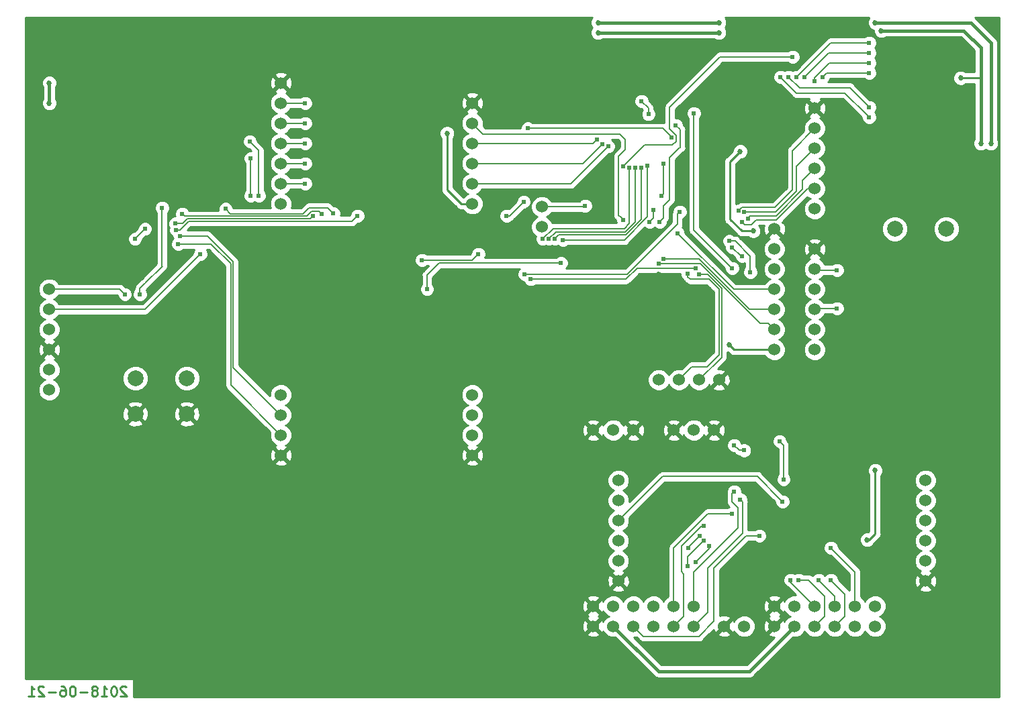
<source format=gbr>
G04 #@! TF.GenerationSoftware,KiCad,Pcbnew,(5.0.0-rc2-dev-319-g0ded476)*
G04 #@! TF.CreationDate,2018-06-21T17:56:24-07:00*
G04 #@! TF.ProjectId,paranoids-hackme-1,706172616E6F6964732D6861636B6D65,A*
G04 #@! TF.SameCoordinates,Original*
G04 #@! TF.FileFunction,Copper,L2,Bot,Signal*
G04 #@! TF.FilePolarity,Positive*
%FSLAX46Y46*%
G04 Gerber Fmt 4.6, Leading zero omitted, Abs format (unit mm)*
G04 Created by KiCad (PCBNEW (5.0.0-rc2-dev-319-g0ded476)) date Thursday, June 21, 2018 at 05:56:24 PM*
%MOMM*%
%LPD*%
G01*
G04 APERTURE LIST*
%ADD10C,0.254000*%
%ADD11C,1.524000*%
%ADD12C,2.000000*%
%ADD13C,0.685800*%
%ADD14C,0.635000*%
%ADD15C,0.609600*%
%ADD16C,0.381000*%
%ADD17C,0.152400*%
G04 APERTURE END LIST*
D10*
X113836147Y-115630476D02*
X113775671Y-115570000D01*
X113654719Y-115509523D01*
X113352338Y-115509523D01*
X113231385Y-115570000D01*
X113170909Y-115630476D01*
X113110433Y-115751428D01*
X113110433Y-115872380D01*
X113170909Y-116053809D01*
X113896623Y-116779523D01*
X113110433Y-116779523D01*
X112324242Y-115509523D02*
X112203290Y-115509523D01*
X112082338Y-115570000D01*
X112021861Y-115630476D01*
X111961385Y-115751428D01*
X111900909Y-115993333D01*
X111900909Y-116295714D01*
X111961385Y-116537619D01*
X112021861Y-116658571D01*
X112082338Y-116719047D01*
X112203290Y-116779523D01*
X112324242Y-116779523D01*
X112445195Y-116719047D01*
X112505671Y-116658571D01*
X112566147Y-116537619D01*
X112626623Y-116295714D01*
X112626623Y-115993333D01*
X112566147Y-115751428D01*
X112505671Y-115630476D01*
X112445195Y-115570000D01*
X112324242Y-115509523D01*
X110691385Y-116779523D02*
X111417100Y-116779523D01*
X111054242Y-116779523D02*
X111054242Y-115509523D01*
X111175195Y-115690952D01*
X111296147Y-115811904D01*
X111417100Y-115872380D01*
X109965671Y-116053809D02*
X110086623Y-115993333D01*
X110147100Y-115932857D01*
X110207576Y-115811904D01*
X110207576Y-115751428D01*
X110147100Y-115630476D01*
X110086623Y-115570000D01*
X109965671Y-115509523D01*
X109723766Y-115509523D01*
X109602814Y-115570000D01*
X109542338Y-115630476D01*
X109481861Y-115751428D01*
X109481861Y-115811904D01*
X109542338Y-115932857D01*
X109602814Y-115993333D01*
X109723766Y-116053809D01*
X109965671Y-116053809D01*
X110086623Y-116114285D01*
X110147100Y-116174761D01*
X110207576Y-116295714D01*
X110207576Y-116537619D01*
X110147100Y-116658571D01*
X110086623Y-116719047D01*
X109965671Y-116779523D01*
X109723766Y-116779523D01*
X109602814Y-116719047D01*
X109542338Y-116658571D01*
X109481861Y-116537619D01*
X109481861Y-116295714D01*
X109542338Y-116174761D01*
X109602814Y-116114285D01*
X109723766Y-116053809D01*
X108937576Y-116295714D02*
X107969957Y-116295714D01*
X107123290Y-115509523D02*
X107002338Y-115509523D01*
X106881385Y-115570000D01*
X106820909Y-115630476D01*
X106760433Y-115751428D01*
X106699957Y-115993333D01*
X106699957Y-116295714D01*
X106760433Y-116537619D01*
X106820909Y-116658571D01*
X106881385Y-116719047D01*
X107002338Y-116779523D01*
X107123290Y-116779523D01*
X107244242Y-116719047D01*
X107304719Y-116658571D01*
X107365195Y-116537619D01*
X107425671Y-116295714D01*
X107425671Y-115993333D01*
X107365195Y-115751428D01*
X107304719Y-115630476D01*
X107244242Y-115570000D01*
X107123290Y-115509523D01*
X105611385Y-115509523D02*
X105853290Y-115509523D01*
X105974242Y-115570000D01*
X106034719Y-115630476D01*
X106155671Y-115811904D01*
X106216147Y-116053809D01*
X106216147Y-116537619D01*
X106155671Y-116658571D01*
X106095195Y-116719047D01*
X105974242Y-116779523D01*
X105732338Y-116779523D01*
X105611385Y-116719047D01*
X105550909Y-116658571D01*
X105490433Y-116537619D01*
X105490433Y-116235238D01*
X105550909Y-116114285D01*
X105611385Y-116053809D01*
X105732338Y-115993333D01*
X105974242Y-115993333D01*
X106095195Y-116053809D01*
X106155671Y-116114285D01*
X106216147Y-116235238D01*
X104946147Y-116295714D02*
X103978528Y-116295714D01*
X103434242Y-115630476D02*
X103373766Y-115570000D01*
X103252814Y-115509523D01*
X102950433Y-115509523D01*
X102829480Y-115570000D01*
X102769004Y-115630476D01*
X102708528Y-115751428D01*
X102708528Y-115872380D01*
X102769004Y-116053809D01*
X103494719Y-116779523D01*
X102708528Y-116779523D01*
X101499004Y-116779523D02*
X102224719Y-116779523D01*
X101861861Y-116779523D02*
X101861861Y-115509523D01*
X101982814Y-115690952D01*
X102103766Y-115811904D01*
X102224719Y-115872380D01*
D11*
X166243000Y-57531000D03*
X166243000Y-54991000D03*
X133350000Y-39370000D03*
X133350000Y-41910000D03*
X133350000Y-44450000D03*
X133350000Y-46990000D03*
X133350000Y-49530000D03*
X133350000Y-52070000D03*
X133350000Y-54610000D03*
X200660000Y-60325000D03*
X200660000Y-62865000D03*
X200660000Y-65405000D03*
X200660000Y-67945000D03*
X200660000Y-70485000D03*
X200660000Y-73025000D03*
X189230000Y-107950000D03*
X191770000Y-107950000D03*
X195580000Y-57785000D03*
X195580000Y-60325000D03*
X195580000Y-62865000D03*
X195580000Y-65405000D03*
X195580000Y-67945000D03*
X195580000Y-70485000D03*
X195580000Y-73025000D03*
X177800000Y-83185000D03*
X175260000Y-83185000D03*
X172720000Y-83185000D03*
X187960000Y-83185000D03*
X185420000Y-83185000D03*
X182880000Y-83185000D03*
X188595000Y-76835000D03*
X186055000Y-76835000D03*
X183515000Y-76835000D03*
X180975000Y-76835000D03*
X133350000Y-86360000D03*
X133350000Y-83820000D03*
X133350000Y-81280000D03*
X133350000Y-78740000D03*
X157480000Y-86360000D03*
X157480000Y-83820000D03*
X157480000Y-81280000D03*
X157480000Y-78740000D03*
X200660000Y-42545000D03*
X200660000Y-45085000D03*
X200660000Y-47625000D03*
X200660000Y-50165000D03*
X200660000Y-52705000D03*
X200660000Y-55245000D03*
X104140000Y-65405000D03*
X104140000Y-67945000D03*
X104140000Y-70485000D03*
X104140000Y-73025000D03*
X104140000Y-75565000D03*
X104140000Y-78105000D03*
X175895000Y-102235000D03*
X175895000Y-99695000D03*
X175895000Y-97155000D03*
X175895000Y-94615000D03*
X175895000Y-92075000D03*
X175895000Y-89535000D03*
X157480000Y-41910000D03*
X157480000Y-44450000D03*
X157480000Y-46990000D03*
X157480000Y-49530000D03*
X157480000Y-52070000D03*
X157480000Y-54610000D03*
X214630000Y-102235000D03*
X214630000Y-99695000D03*
X214630000Y-97155000D03*
X214630000Y-94615000D03*
X214630000Y-92075000D03*
X214630000Y-89535000D03*
D12*
X217245000Y-57785000D03*
X210745000Y-57785000D03*
X114990000Y-81150000D03*
X114990000Y-76650000D03*
X121490000Y-81150000D03*
X121490000Y-76650000D03*
D11*
X172720000Y-105410000D03*
X175260000Y-105410000D03*
X175260000Y-107950000D03*
X172720000Y-107950000D03*
X180340000Y-107950000D03*
X182880000Y-107950000D03*
X185420000Y-107950000D03*
X185420000Y-105410000D03*
X182880000Y-105410000D03*
X180340000Y-105410000D03*
X177800000Y-107950000D03*
X177800000Y-105410000D03*
X195580000Y-105410000D03*
X198120000Y-105410000D03*
X198120000Y-107950000D03*
X195580000Y-107950000D03*
X203200000Y-107950000D03*
X205740000Y-107950000D03*
X208280000Y-107950000D03*
X208280000Y-105410000D03*
X205740000Y-105410000D03*
X203200000Y-105410000D03*
X200660000Y-107950000D03*
X200660000Y-105410000D03*
D13*
X222885000Y-46990000D03*
X208280000Y-31750000D03*
X188595000Y-31750000D03*
X173355000Y-31750000D03*
X219202000Y-41148000D03*
D14*
X183642010Y-39624000D03*
D13*
X188976000Y-58420000D03*
X190119000Y-41529000D03*
X186182000Y-36830000D03*
X164465000Y-55371994D03*
X144526000Y-63373000D03*
X156083000Y-67437000D03*
X146939000Y-59055000D03*
X155574982Y-59690000D03*
X169037000Y-56134000D03*
X191897000Y-49784000D03*
X192024000Y-52692501D03*
X164084000Y-43688000D03*
X123063004Y-40005000D03*
X106299000Y-59436024D03*
X106299000Y-57658008D03*
X106299000Y-53213000D03*
X106553000Y-49530000D03*
X109728000Y-49530000D03*
X126365000Y-51434989D03*
X146685000Y-73025000D03*
X114935000Y-61595000D03*
X139065000Y-66040000D03*
X128905000Y-66040000D03*
X128905000Y-74295000D03*
X139065000Y-74295000D03*
X139065000Y-57785000D03*
X179070000Y-73660000D03*
X187325000Y-73660000D03*
X170815000Y-73660000D03*
X187325000Y-69215000D03*
X170815000Y-69215000D03*
X170815000Y-65405000D03*
X177165000Y-65405000D03*
X180340000Y-65405000D03*
X187325000Y-65405000D03*
X180974984Y-63500000D03*
D15*
X179070000Y-36830000D03*
D13*
X177800000Y-42545000D03*
X186690000Y-34290000D03*
X177165000Y-36830000D03*
X212725000Y-72390000D03*
X200025000Y-86360000D03*
X202565000Y-88265000D03*
X201295000Y-82550000D03*
X185420000Y-92710000D03*
X194945000Y-102235000D03*
X203200000Y-96520000D03*
X197485000Y-79375000D03*
X123825000Y-68580000D03*
X122555000Y-67945000D03*
X132080000Y-58420000D03*
D14*
X120650000Y-50800000D03*
D13*
X114300000Y-51435000D03*
X209042000Y-32766000D03*
X192913000Y-58039000D03*
D15*
X180316930Y-55369832D03*
X179832000Y-56896000D03*
X176530000Y-56642000D03*
X183134000Y-44704000D03*
X181102000Y-56896000D03*
X180974990Y-62180840D03*
X185674000Y-62738000D03*
X183642000Y-55625996D03*
X191516214Y-56946811D03*
X192213252Y-56499832D03*
X191770000Y-55626000D03*
X191015959Y-55516073D03*
X177291976Y-50038000D03*
X178053987Y-50037994D03*
X178816002Y-50038000D03*
X179578000Y-49784000D03*
X168910000Y-59182000D03*
X181356000Y-53593996D03*
X192532000Y-63246000D03*
X182626000Y-46253410D03*
X158242000Y-60960000D03*
X151130000Y-61722000D03*
X207518000Y-42418000D03*
X197358000Y-38608000D03*
X207518000Y-43688000D03*
X196342000Y-38608000D03*
X179692290Y-43303187D03*
X178815992Y-41656000D03*
X197866000Y-36067998D03*
X176453809Y-49911000D03*
X198374012Y-38608000D03*
X199390000Y-38607966D03*
X201675938Y-38597399D03*
X200660000Y-39116000D03*
X173228000Y-46482000D03*
X191516000Y-61214000D03*
X120142000Y-57912000D03*
X120026689Y-57116703D03*
X137414000Y-56159410D03*
X139954000Y-55854590D03*
X120904000Y-55880000D03*
X185420000Y-43180000D03*
X190499990Y-90932000D03*
X191262000Y-91948000D03*
X184683410Y-98044000D03*
X184658000Y-100330000D03*
X185674000Y-99821996D03*
X187325000Y-97790000D03*
X120396000Y-59690000D03*
X120650000Y-58674000D03*
X130556000Y-53594000D03*
X129540000Y-53594000D03*
D13*
X191262000Y-48006000D03*
X154305000Y-45720000D03*
X189865000Y-72390000D03*
X219075000Y-38735000D03*
X221615000Y-46990000D03*
X188595000Y-33020000D03*
X173355000Y-33020000D03*
X104140000Y-39370000D03*
X104140000Y-41910000D03*
D15*
X181610000Y-61595000D03*
X183378959Y-58331473D03*
X184643907Y-63469643D03*
X186055000Y-63500000D03*
X164846000Y-64135000D03*
X164084000Y-63500000D03*
X203454000Y-67818000D03*
X203454000Y-62992000D03*
X166370000Y-59055000D03*
X167132000Y-59055016D03*
X167894004Y-59055000D03*
X189865000Y-59309000D03*
X181610000Y-49530000D03*
X161798000Y-56134000D03*
X163957000Y-54356000D03*
X164465000Y-45085000D03*
X174625000Y-47371000D03*
X173863000Y-47117000D03*
X207518000Y-34290000D03*
X207517992Y-35560000D03*
X207518000Y-38100000D03*
X207518000Y-36830010D03*
X190243434Y-60096407D03*
X171704000Y-54864000D03*
D13*
X207264000Y-97028000D03*
X208280000Y-88265000D03*
D15*
X143002000Y-56134000D03*
X168656000Y-62103000D03*
X151765000Y-65405000D03*
X190500000Y-85090000D03*
X191746250Y-85748750D03*
X126365000Y-55245000D03*
X138453757Y-55903757D03*
X193675000Y-96520000D03*
X197612000Y-102108000D03*
X198627988Y-102108000D03*
X201168000Y-102108000D03*
X202692000Y-102108000D03*
X196215000Y-84582000D03*
X196723000Y-89408000D03*
X190246000Y-62738000D03*
X190246000Y-93725992D03*
X186690000Y-95250000D03*
X186182000Y-96520000D03*
X186690000Y-97155000D03*
X202692000Y-98044000D03*
X196596000Y-92202000D03*
X114935000Y-59054992D03*
X116205000Y-57785000D03*
X118364000Y-55118000D03*
X115570000Y-66040000D03*
X123190007Y-60960007D03*
X136398000Y-41910000D03*
X129413000Y-46736000D03*
X136398000Y-44450004D03*
X129540000Y-48895000D03*
X136398000Y-46990000D03*
X136398000Y-49530000D03*
X136398000Y-52070000D03*
X113665000Y-66040000D03*
D16*
X220345000Y-31750000D02*
X222885000Y-34290000D01*
X222885000Y-34290000D02*
X222885000Y-46990000D01*
X208280000Y-31750000D02*
X220345000Y-31750000D01*
X173355000Y-31750000D02*
X188595000Y-31750000D01*
D10*
X128905000Y-74295000D02*
X128905000Y-66040000D01*
X139065000Y-57785000D02*
X139065000Y-74295000D01*
X187325000Y-73660000D02*
X187325000Y-69215000D01*
X172085000Y-72390000D02*
X170815000Y-73660000D01*
X179070000Y-72390000D02*
X172085000Y-72390000D01*
X187325000Y-69215000D02*
X187325000Y-65405000D01*
X170815000Y-69215000D02*
X187325000Y-69215000D01*
X180340000Y-65405000D02*
X177165000Y-65405000D01*
D16*
X209042000Y-32766000D02*
X219456000Y-32766000D01*
X219456000Y-32766000D02*
X221615000Y-34925000D01*
X221615000Y-34925000D02*
X221615000Y-38735000D01*
D10*
X191262000Y-48006000D02*
X189992000Y-49276000D01*
X191447988Y-58039000D02*
X192428067Y-58039000D01*
X189992000Y-49276000D02*
X189992000Y-56583012D01*
X189992000Y-56583012D02*
X191447988Y-58039000D01*
X192428067Y-58039000D02*
X192913000Y-58039000D01*
D17*
X180316930Y-56411070D02*
X180316930Y-55800884D01*
X180316930Y-55800884D02*
X180316930Y-55369832D01*
X179832000Y-56896000D02*
X180316930Y-56411070D01*
X175920399Y-56032399D02*
X176225201Y-56337201D01*
X158838899Y-45808899D02*
X176110899Y-45808899D01*
X176110899Y-45808899D02*
X176784000Y-46482000D01*
X175920399Y-48615601D02*
X175920399Y-56032399D01*
X157480000Y-44450000D02*
X158838899Y-45808899D01*
X176225201Y-56337201D02*
X176530000Y-56642000D01*
X176784000Y-47752000D02*
X175920399Y-48615601D01*
X176784000Y-46482000D02*
X176784000Y-47752000D01*
X182372000Y-54102000D02*
X181610000Y-54864000D01*
X183134000Y-44704000D02*
X183692799Y-45262799D01*
X183692799Y-45262799D02*
X183692799Y-47498000D01*
X181610000Y-54864000D02*
X181610000Y-56388000D01*
X183692799Y-47498000D02*
X183642000Y-47498000D01*
X183642000Y-47498000D02*
X182372000Y-48768000D01*
X181610000Y-56388000D02*
X181102000Y-56896000D01*
X182372000Y-48768000D02*
X182372000Y-54102000D01*
X181406042Y-62180840D02*
X180974990Y-62180840D01*
X195580000Y-70485000D02*
X194818001Y-69723001D01*
X194818001Y-69723001D02*
X193775135Y-69723001D01*
X193775135Y-69723001D02*
X186232974Y-62180840D01*
X186232974Y-62180840D02*
X181406042Y-62180840D01*
X185242948Y-62738000D02*
X185674000Y-62738000D01*
X178231066Y-62738000D02*
X185242948Y-62738000D01*
X176834066Y-64135000D02*
X178231066Y-62738000D01*
X164846000Y-64135000D02*
X176834066Y-64135000D01*
X183337201Y-55930795D02*
X183642000Y-55625996D01*
X164084000Y-63500000D02*
X177038000Y-63500000D01*
X177038000Y-63500000D02*
X183337201Y-57200799D01*
X183337201Y-57200799D02*
X183337201Y-55930795D01*
X200660000Y-52705000D02*
X199771000Y-52705000D01*
X199771000Y-52705000D02*
X195834000Y-56642000D01*
X192684390Y-57251610D02*
X191821013Y-57251610D01*
X195834000Y-56642000D02*
X193294000Y-56642000D01*
X193294000Y-56642000D02*
X192684390Y-57251610D01*
X191821013Y-57251610D02*
X191516214Y-56946811D01*
X200660000Y-50165000D02*
X199136000Y-51689000D01*
X199136000Y-51689000D02*
X199136000Y-52766630D01*
X199136000Y-52766630D02*
X195768630Y-56134000D01*
X192518051Y-56195033D02*
X192213252Y-56499832D01*
X195768630Y-56134000D02*
X192579084Y-56134000D01*
X192579084Y-56134000D02*
X192518051Y-56195033D01*
X200660000Y-47625000D02*
X198374000Y-49911000D01*
X198374000Y-49911000D02*
X198374000Y-52985869D01*
X198374000Y-52985869D02*
X195733869Y-55626000D01*
X195733869Y-55626000D02*
X192201052Y-55626000D01*
X192201052Y-55626000D02*
X191770000Y-55626000D01*
X200660000Y-45085000D02*
X197840599Y-47904401D01*
X191439434Y-55092598D02*
X191320758Y-55211274D01*
X197840599Y-47904401D02*
X197840599Y-52857401D01*
X191320758Y-55211274D02*
X191015959Y-55516073D01*
X197840599Y-52857401D02*
X195605402Y-55092598D01*
X195605402Y-55092598D02*
X191439434Y-55092598D01*
X176647338Y-57746912D02*
X177291976Y-57102274D01*
X177291976Y-57102274D02*
X177291976Y-50469052D01*
X166370000Y-59055000D02*
X167678088Y-57746912D01*
X167678088Y-57746912D02*
X176647338Y-57746912D01*
X177291976Y-50469052D02*
X177291976Y-50038000D01*
X178053987Y-56896013D02*
X178053987Y-50469046D01*
X178053987Y-50469046D02*
X178053987Y-50037994D01*
X168021016Y-58166000D02*
X176784000Y-58166000D01*
X176784000Y-58166000D02*
X178053987Y-56896013D01*
X167132000Y-59055016D02*
X168021016Y-58166000D01*
X178816002Y-50469052D02*
X178816002Y-50038000D01*
X168402004Y-58547000D02*
X176834067Y-58547000D01*
X178816002Y-56565065D02*
X178816002Y-50469052D01*
X176834067Y-58547000D02*
X178816002Y-56565065D01*
X167894004Y-59055000D02*
X168402004Y-58547000D01*
X168910000Y-59182000D02*
X176657000Y-59182000D01*
X179578000Y-56261000D02*
X179578000Y-50215052D01*
X176657000Y-59182000D02*
X179578000Y-56261000D01*
X179578000Y-50215052D02*
X179578000Y-49784000D01*
X189865000Y-59309000D02*
X190627000Y-59309000D01*
X192532000Y-61214000D02*
X192532000Y-63246000D01*
X190627000Y-59309000D02*
X192532000Y-61214000D01*
X181610000Y-49530000D02*
X181610000Y-53339996D01*
X181610000Y-53339996D02*
X181356000Y-53593996D01*
X181457590Y-45085000D02*
X182321201Y-45948611D01*
X182321201Y-45948611D02*
X182626000Y-46253410D01*
X164465000Y-45085000D02*
X181457590Y-45085000D01*
X151130000Y-61722000D02*
X157480000Y-61722000D01*
X157937201Y-61264799D02*
X158242000Y-60960000D01*
X157480000Y-61722000D02*
X157937201Y-61264799D01*
X197358000Y-38608000D02*
X198727688Y-39977688D01*
X198727688Y-39977688D02*
X205077688Y-39977688D01*
X205077688Y-39977688D02*
X207213201Y-42113201D01*
X207213201Y-42113201D02*
X207518000Y-42418000D01*
X196342000Y-38608000D02*
X198374000Y-40640000D01*
X198374000Y-40640000D02*
X204470000Y-40640000D01*
X204470000Y-40640000D02*
X207213201Y-43383201D01*
X207213201Y-43383201D02*
X207518000Y-43688000D01*
X179692290Y-42872135D02*
X179692290Y-43303187D01*
X178815992Y-41656000D02*
X179692290Y-42532298D01*
X179692290Y-42532298D02*
X179692290Y-42872135D01*
X188722002Y-36067998D02*
X197434948Y-36067998D01*
X182371986Y-42418014D02*
X188722002Y-36067998D01*
X183159401Y-46738033D02*
X183159401Y-45971967D01*
X183159401Y-45971967D02*
X182371986Y-45184552D01*
X182371986Y-45184552D02*
X182371986Y-42418014D01*
X182699499Y-47197935D02*
X183159401Y-46738033D01*
X197434948Y-36067998D02*
X197866000Y-36067998D01*
X176453809Y-49911000D02*
X179166874Y-47197935D01*
X179166874Y-47197935D02*
X182699499Y-47197935D01*
X202692012Y-34290000D02*
X198678811Y-38303201D01*
X207518000Y-34290000D02*
X202692012Y-34290000D01*
X198678811Y-38303201D02*
X198374012Y-38608000D01*
X202437966Y-35560000D02*
X199694799Y-38303167D01*
X207517992Y-35560000D02*
X202437966Y-35560000D01*
X199694799Y-38303167D02*
X199390000Y-38607966D01*
X201980737Y-38292600D02*
X201675938Y-38597399D01*
X207518000Y-38100000D02*
X202173337Y-38100000D01*
X202173337Y-38100000D02*
X201980737Y-38292600D01*
X200660000Y-38684948D02*
X200660000Y-39116000D01*
X202514938Y-36830010D02*
X200660000Y-38684948D01*
X207518000Y-36830010D02*
X202514938Y-36830010D01*
X157480000Y-46990000D02*
X172720000Y-46990000D01*
X172720000Y-46990000D02*
X173228000Y-46482000D01*
X190243434Y-60096407D02*
X191361027Y-61214000D01*
X191361027Y-61214000D02*
X191516000Y-61214000D01*
X121692693Y-56819810D02*
X120600503Y-57912000D01*
X143002000Y-56134000D02*
X142316190Y-56819810D01*
X142316190Y-56819810D02*
X121692693Y-56819810D01*
X120573052Y-57912000D02*
X120142000Y-57912000D01*
X120600503Y-57912000D02*
X120573052Y-57912000D01*
X137058410Y-56515000D02*
X121566436Y-56515000D01*
X120457741Y-57116703D02*
X120026689Y-57116703D01*
X137414000Y-56159410D02*
X137058410Y-56515000D01*
X121566436Y-56515000D02*
X120964733Y-57116703D01*
X120964733Y-57116703D02*
X120457741Y-57116703D01*
X139649201Y-55549791D02*
X139954000Y-55854590D01*
X136144000Y-55880000D02*
X136906000Y-55118000D01*
X127000000Y-55880000D02*
X136144000Y-55880000D01*
X136906000Y-55118000D02*
X139217410Y-55118000D01*
X126365000Y-55245000D02*
X127000000Y-55880000D01*
X139217410Y-55118000D02*
X139649201Y-55549791D01*
X137187042Y-55598958D02*
X136601189Y-56184811D01*
X121208799Y-56184799D02*
X120904000Y-55880000D01*
X136601189Y-56184811D02*
X121208811Y-56184811D01*
X138453757Y-55903757D02*
X138148958Y-55598958D01*
X138148958Y-55598958D02*
X137187042Y-55598958D01*
X121208811Y-56184811D02*
X121208799Y-56184799D01*
X190246000Y-62738000D02*
X185420000Y-57912000D01*
X185420000Y-57912000D02*
X185420000Y-43611052D01*
X185420000Y-43611052D02*
X185420000Y-43180000D01*
X190982607Y-92986357D02*
X190245991Y-92249741D01*
X190245991Y-91185999D02*
X190499990Y-90932000D01*
X185420000Y-105410000D02*
X185420000Y-101092000D01*
X190245991Y-92249741D02*
X190245991Y-91185999D01*
X185420000Y-101092000D02*
X190982607Y-95529393D01*
X190982607Y-95529393D02*
X190982607Y-92986357D01*
X191566799Y-92252799D02*
X191262000Y-91948000D01*
X187198000Y-106172000D02*
X187198000Y-100584000D01*
X187198000Y-100584000D02*
X191566799Y-96215201D01*
X185420000Y-107950000D02*
X187198000Y-106172000D01*
X191566799Y-96215201D02*
X191566799Y-92252799D01*
X182880000Y-105410000D02*
X182880000Y-98044000D01*
X189886790Y-93725992D02*
X190246000Y-93725992D01*
X182880000Y-98044000D02*
X187198008Y-93725992D01*
X187198008Y-93725992D02*
X189886790Y-93725992D01*
X186690000Y-95250000D02*
X186436000Y-95250000D01*
X186436000Y-95250000D02*
X183870598Y-97815402D01*
X184150000Y-101346000D02*
X184150000Y-106680000D01*
X183870598Y-97815402D02*
X183870598Y-101066598D01*
X183870598Y-101066598D02*
X184150000Y-101346000D01*
X184150000Y-106680000D02*
X183641999Y-107188001D01*
X183641999Y-107188001D02*
X182880000Y-107950000D01*
X186182000Y-96520000D02*
X184683410Y-98018590D01*
X184683410Y-98018590D02*
X184683410Y-98044000D01*
X186690000Y-97155000D02*
X184658000Y-99187000D01*
X184658000Y-99187000D02*
X184658000Y-99898948D01*
X184658000Y-99898948D02*
X184658000Y-100330000D01*
X185674000Y-99821996D02*
X187325000Y-98170996D01*
X187325000Y-98170996D02*
X187325000Y-97790000D01*
X124539250Y-59690000D02*
X120827052Y-59690000D01*
X127025378Y-62176128D02*
X124539250Y-59690000D01*
X120827052Y-59690000D02*
X120396000Y-59690000D01*
X127025378Y-77495378D02*
X127025378Y-62176128D01*
X133350000Y-83820000D02*
X127025378Y-77495378D01*
X124079000Y-58674000D02*
X121081052Y-58674000D01*
X133350000Y-81280000D02*
X127330189Y-75260189D01*
X127330189Y-75260189D02*
X127330189Y-61925189D01*
X127330189Y-61925189D02*
X124079000Y-58674000D01*
X121081052Y-58674000D02*
X120650000Y-58674000D01*
X129413000Y-46736000D02*
X130556000Y-47879000D01*
X130556000Y-47879000D02*
X130556000Y-53162948D01*
X130556000Y-53162948D02*
X130556000Y-53594000D01*
X129540000Y-48895000D02*
X129540000Y-53594000D01*
D10*
X154305000Y-45720000D02*
X154305000Y-52832000D01*
X154305000Y-52832000D02*
X156083000Y-54610000D01*
X156083000Y-54610000D02*
X157480000Y-54610000D01*
X189865000Y-72390000D02*
X190500000Y-73025000D01*
X190500000Y-73025000D02*
X195580000Y-73025000D01*
D16*
X221615000Y-46990000D02*
X221615000Y-38735000D01*
D10*
X219075000Y-38735000D02*
X221615000Y-38735000D01*
D16*
X175260000Y-107950000D02*
X180975000Y-113665000D01*
X180975000Y-113665000D02*
X192405000Y-113665000D01*
X192405000Y-113665000D02*
X197358001Y-108711999D01*
X197358001Y-108711999D02*
X198120000Y-107950000D01*
X173355000Y-33020000D02*
X188595000Y-33020000D01*
X104140000Y-41910000D02*
X104140000Y-39370000D01*
D17*
X181969210Y-61595000D02*
X181610000Y-61595000D01*
X192428201Y-67945000D02*
X186078201Y-61595000D01*
X186078201Y-61595000D02*
X181969210Y-61595000D01*
X195580000Y-67945000D02*
X192428201Y-67945000D01*
X183632958Y-58585472D02*
X183378959Y-58331473D01*
X190452486Y-65405000D02*
X183632958Y-58585472D01*
X195580000Y-65405000D02*
X190452486Y-65405000D01*
X183515000Y-76835000D02*
X185166000Y-75184000D01*
X185166000Y-75184000D02*
X187071000Y-75184000D01*
X188595000Y-73660000D02*
X188595000Y-65405000D01*
X187325000Y-64135000D02*
X184950054Y-64135000D01*
X184950054Y-64135000D02*
X184643907Y-63828853D01*
X184643907Y-63828853D02*
X184643907Y-63469643D01*
X188595000Y-65405000D02*
X187325000Y-64135000D01*
X187071000Y-75184000D02*
X188595000Y-73660000D01*
X186414210Y-63500000D02*
X186055000Y-63500000D01*
X188899811Y-65278744D02*
X187121067Y-63500000D01*
X187121067Y-63500000D02*
X186414210Y-63500000D01*
X186055000Y-76835000D02*
X188899811Y-73990189D01*
X188899811Y-73990189D02*
X188899811Y-65278744D01*
X203454000Y-67818000D02*
X200787000Y-67818000D01*
X200787000Y-67818000D02*
X200660000Y-67945000D01*
X203454000Y-62992000D02*
X200787000Y-62992000D01*
X200787000Y-62992000D02*
X200660000Y-62865000D01*
X163957000Y-54356000D02*
X162179000Y-56134000D01*
X162157210Y-56134000D02*
X161798000Y-56134000D01*
X162179000Y-56134000D02*
X162157210Y-56134000D01*
X169926000Y-52070000D02*
X174371001Y-47624999D01*
X157480000Y-52070000D02*
X169926000Y-52070000D01*
X174371001Y-47624999D02*
X174625000Y-47371000D01*
X173609001Y-47370999D02*
X173863000Y-47117000D01*
X171450000Y-49530000D02*
X173609001Y-47370999D01*
X157480000Y-49530000D02*
X171450000Y-49530000D01*
X151765000Y-65405000D02*
X151765000Y-63627000D01*
X153289000Y-62103000D02*
X168296790Y-62103000D01*
X151765000Y-63627000D02*
X153289000Y-62103000D01*
X168296790Y-62103000D02*
X168656000Y-62103000D01*
X171577000Y-54991000D02*
X171704000Y-54864000D01*
X166243000Y-54991000D02*
X171577000Y-54991000D01*
D10*
X208280000Y-88265000D02*
X208280000Y-96266000D01*
X208280000Y-96266000D02*
X207518000Y-97028000D01*
X207518000Y-97028000D02*
X207264000Y-97028000D01*
D17*
X191746250Y-85748750D02*
X191158750Y-85748750D01*
X191158750Y-85748750D02*
X190500000Y-85090000D01*
X177800000Y-107950000D02*
X179070000Y-109220000D01*
X186055000Y-109220000D02*
X187960000Y-107315000D01*
X179070000Y-109220000D02*
X186055000Y-109220000D01*
X187960000Y-107315000D02*
X187960000Y-100584000D01*
X187960000Y-100584000D02*
X192024000Y-96520000D01*
X192024000Y-96520000D02*
X193675000Y-96520000D01*
X200660000Y-105410000D02*
X197612000Y-102362000D01*
X197612000Y-102362000D02*
X197612000Y-102108000D01*
X201930000Y-106680000D02*
X201930000Y-104140000D01*
X198987198Y-102108000D02*
X198627988Y-102108000D01*
X199898000Y-102108000D02*
X198987198Y-102108000D01*
X200660000Y-107950000D02*
X201930000Y-106680000D01*
X201930000Y-104140000D02*
X199898000Y-102108000D01*
X203200000Y-105410000D02*
X203200000Y-104140000D01*
X203200000Y-104140000D02*
X201421999Y-102361999D01*
X201421999Y-102361999D02*
X201168000Y-102108000D01*
X203200000Y-107950000D02*
X204470000Y-106680000D01*
X204470000Y-106680000D02*
X204470000Y-103886000D01*
X204470000Y-103886000D02*
X202945999Y-102361999D01*
X202945999Y-102361999D02*
X202692000Y-102108000D01*
X196468999Y-84835999D02*
X196215000Y-84582000D01*
X196723000Y-89408000D02*
X196723000Y-85090000D01*
X196723000Y-85090000D02*
X196468999Y-84835999D01*
X205740000Y-105410000D02*
X205740000Y-101092000D01*
X205740000Y-101092000D02*
X202945999Y-98297999D01*
X202945999Y-98297999D02*
X202692000Y-98044000D01*
X175895000Y-94615000D02*
X181483000Y-89027000D01*
X181483000Y-89027000D02*
X193421000Y-89027000D01*
X193421000Y-89027000D02*
X196342001Y-91948001D01*
X196342001Y-91948001D02*
X196596000Y-92202000D01*
X114935008Y-59054992D02*
X114935000Y-59054992D01*
X116205000Y-57785000D02*
X114935008Y-59054992D01*
X118371658Y-62484000D02*
X116205000Y-64650658D01*
X118364000Y-55118000D02*
X118364000Y-62476342D01*
X118364000Y-62476342D02*
X118371658Y-62484000D01*
X115570000Y-66040000D02*
X115570000Y-65285658D01*
X115570000Y-65285658D02*
X116205000Y-64650658D01*
X112395000Y-67945000D02*
X116205014Y-67945000D01*
X116205014Y-67945000D02*
X122936008Y-61214006D01*
X122936008Y-61214006D02*
X123190007Y-60960007D01*
X104140000Y-67945000D02*
X112395000Y-67945000D01*
X133350000Y-41910000D02*
X136398000Y-41910000D01*
X136397996Y-44450000D02*
X136398000Y-44450004D01*
X133350000Y-44450000D02*
X136397996Y-44450000D01*
X133350000Y-46990000D02*
X136398000Y-46990000D01*
X133350000Y-49530000D02*
X136398000Y-49530000D01*
X133350000Y-52070000D02*
X136398000Y-52070000D01*
X104140000Y-65405000D02*
X113030000Y-65405000D01*
X113030000Y-65405000D02*
X113411001Y-65786001D01*
X113411001Y-65786001D02*
X113665000Y-66040000D01*
D10*
G36*
X172525977Y-31196064D02*
X172377100Y-31555484D01*
X172377100Y-31944516D01*
X172525977Y-32303936D01*
X172607041Y-32385000D01*
X172525977Y-32466064D01*
X172377100Y-32825484D01*
X172377100Y-33214516D01*
X172525977Y-33573936D01*
X172801064Y-33849023D01*
X173160484Y-33997900D01*
X173549516Y-33997900D01*
X173908936Y-33849023D01*
X173912459Y-33845500D01*
X188037541Y-33845500D01*
X188041064Y-33849023D01*
X188400484Y-33997900D01*
X188789516Y-33997900D01*
X189148936Y-33849023D01*
X189424023Y-33573936D01*
X189572900Y-33214516D01*
X189572900Y-32825484D01*
X189424023Y-32466064D01*
X189342959Y-32385000D01*
X189424023Y-32303936D01*
X189572900Y-31944516D01*
X189572900Y-31555484D01*
X189424023Y-31196064D01*
X189354959Y-31127000D01*
X207520041Y-31127000D01*
X207450977Y-31196064D01*
X207302100Y-31555484D01*
X207302100Y-31944516D01*
X207450977Y-32303936D01*
X207726064Y-32579023D01*
X208064100Y-32719042D01*
X208064100Y-32960516D01*
X208212977Y-33319936D01*
X208488064Y-33595023D01*
X208847484Y-33743900D01*
X209236516Y-33743900D01*
X209595936Y-33595023D01*
X209599459Y-33591500D01*
X219114068Y-33591500D01*
X220789500Y-35266933D01*
X220789501Y-37973000D01*
X219695959Y-37973000D01*
X219628936Y-37905977D01*
X219269516Y-37757100D01*
X218880484Y-37757100D01*
X218521064Y-37905977D01*
X218245977Y-38181064D01*
X218097100Y-38540484D01*
X218097100Y-38929516D01*
X218245977Y-39288936D01*
X218521064Y-39564023D01*
X218880484Y-39712900D01*
X219269516Y-39712900D01*
X219628936Y-39564023D01*
X219695959Y-39497000D01*
X220789501Y-39497000D01*
X220789500Y-46432541D01*
X220785977Y-46436064D01*
X220637100Y-46795484D01*
X220637100Y-47184516D01*
X220785977Y-47543936D01*
X221061064Y-47819023D01*
X221420484Y-47967900D01*
X221809516Y-47967900D01*
X222168936Y-47819023D01*
X222250000Y-47737959D01*
X222331064Y-47819023D01*
X222690484Y-47967900D01*
X223079516Y-47967900D01*
X223438936Y-47819023D01*
X223714023Y-47543936D01*
X223862900Y-47184516D01*
X223862900Y-46795484D01*
X223714023Y-46436064D01*
X223710500Y-46432541D01*
X223710500Y-34371297D01*
X223726671Y-34289999D01*
X223710500Y-34208701D01*
X223710500Y-34208697D01*
X223662604Y-33967906D01*
X223480152Y-33694848D01*
X223411229Y-33648795D01*
X220986209Y-31223777D01*
X220940152Y-31154848D01*
X220898475Y-31127000D01*
X223873000Y-31127000D01*
X223873000Y-116873000D01*
X114801952Y-116873000D01*
X114801952Y-114592100D01*
X101127000Y-114592100D01*
X101127000Y-108930213D01*
X171919392Y-108930213D01*
X171988857Y-109172397D01*
X172512302Y-109359144D01*
X173067368Y-109331362D01*
X173451143Y-109172397D01*
X173520608Y-108930213D01*
X172720000Y-108129605D01*
X171919392Y-108930213D01*
X101127000Y-108930213D01*
X101127000Y-107742302D01*
X171310856Y-107742302D01*
X171338638Y-108297368D01*
X171497603Y-108681143D01*
X171739787Y-108750608D01*
X172540395Y-107950000D01*
X171739787Y-107149392D01*
X171497603Y-107218857D01*
X171310856Y-107742302D01*
X101127000Y-107742302D01*
X101127000Y-106390213D01*
X171919392Y-106390213D01*
X171988857Y-106632397D01*
X172112344Y-106676453D01*
X171988857Y-106727603D01*
X171919392Y-106969787D01*
X172720000Y-107770395D01*
X173520608Y-106969787D01*
X173451143Y-106727603D01*
X173327656Y-106683547D01*
X173451143Y-106632397D01*
X173520608Y-106390213D01*
X172720000Y-105589605D01*
X171919392Y-106390213D01*
X101127000Y-106390213D01*
X101127000Y-105202302D01*
X171310856Y-105202302D01*
X171338638Y-105757368D01*
X171497603Y-106141143D01*
X171739787Y-106210608D01*
X172540395Y-105410000D01*
X172899605Y-105410000D01*
X173700213Y-106210608D01*
X173942397Y-106141143D01*
X173992535Y-106000607D01*
X174075680Y-106201337D01*
X174468663Y-106594320D01*
X174675513Y-106680000D01*
X174468663Y-106765680D01*
X174075680Y-107158663D01*
X173996572Y-107349647D01*
X173942397Y-107218857D01*
X173700213Y-107149392D01*
X172899605Y-107950000D01*
X173700213Y-108750608D01*
X173942397Y-108681143D01*
X173992535Y-108540607D01*
X174075680Y-108741337D01*
X174468663Y-109134320D01*
X174982119Y-109347000D01*
X175489568Y-109347000D01*
X180333793Y-114191226D01*
X180379848Y-114260152D01*
X180448773Y-114306206D01*
X180652906Y-114442604D01*
X180975000Y-114506672D01*
X181056303Y-114490500D01*
X192323699Y-114490500D01*
X192405000Y-114506672D01*
X192486301Y-114490500D01*
X192486303Y-114490500D01*
X192727094Y-114442604D01*
X193000152Y-114260152D01*
X193046209Y-114191223D01*
X197890433Y-109347000D01*
X198397881Y-109347000D01*
X198911337Y-109134320D01*
X199304320Y-108741337D01*
X199390000Y-108534487D01*
X199475680Y-108741337D01*
X199868663Y-109134320D01*
X200382119Y-109347000D01*
X200937881Y-109347000D01*
X201451337Y-109134320D01*
X201844320Y-108741337D01*
X201930000Y-108534487D01*
X202015680Y-108741337D01*
X202408663Y-109134320D01*
X202922119Y-109347000D01*
X203477881Y-109347000D01*
X203991337Y-109134320D01*
X204384320Y-108741337D01*
X204470000Y-108534487D01*
X204555680Y-108741337D01*
X204948663Y-109134320D01*
X205462119Y-109347000D01*
X206017881Y-109347000D01*
X206531337Y-109134320D01*
X206924320Y-108741337D01*
X207010000Y-108534487D01*
X207095680Y-108741337D01*
X207488663Y-109134320D01*
X208002119Y-109347000D01*
X208557881Y-109347000D01*
X209071337Y-109134320D01*
X209464320Y-108741337D01*
X209677000Y-108227881D01*
X209677000Y-107672119D01*
X209464320Y-107158663D01*
X209071337Y-106765680D01*
X208864487Y-106680000D01*
X209071337Y-106594320D01*
X209464320Y-106201337D01*
X209677000Y-105687881D01*
X209677000Y-105132119D01*
X209464320Y-104618663D01*
X209071337Y-104225680D01*
X208557881Y-104013000D01*
X208002119Y-104013000D01*
X207488663Y-104225680D01*
X207095680Y-104618663D01*
X207010000Y-104825513D01*
X206924320Y-104618663D01*
X206531337Y-104225680D01*
X206451200Y-104192486D01*
X206451200Y-103215213D01*
X213829392Y-103215213D01*
X213898857Y-103457397D01*
X214422302Y-103644144D01*
X214977368Y-103616362D01*
X215361143Y-103457397D01*
X215430608Y-103215213D01*
X214630000Y-102414605D01*
X213829392Y-103215213D01*
X206451200Y-103215213D01*
X206451200Y-102027302D01*
X213220856Y-102027302D01*
X213248638Y-102582368D01*
X213407603Y-102966143D01*
X213649787Y-103035608D01*
X214450395Y-102235000D01*
X214809605Y-102235000D01*
X215610213Y-103035608D01*
X215852397Y-102966143D01*
X216039144Y-102442698D01*
X216011362Y-101887632D01*
X215852397Y-101503857D01*
X215610213Y-101434392D01*
X214809605Y-102235000D01*
X214450395Y-102235000D01*
X213649787Y-101434392D01*
X213407603Y-101503857D01*
X213220856Y-102027302D01*
X206451200Y-102027302D01*
X206451200Y-101162041D01*
X206465132Y-101091999D01*
X206451200Y-101021957D01*
X206451200Y-101021954D01*
X206409936Y-100814504D01*
X206392963Y-100789102D01*
X206292424Y-100638635D01*
X206292422Y-100638633D01*
X206252746Y-100579254D01*
X206193367Y-100539578D01*
X203631800Y-97978012D01*
X203631800Y-97857062D01*
X203488724Y-97511646D01*
X203224354Y-97247276D01*
X202878938Y-97104200D01*
X202505062Y-97104200D01*
X202159646Y-97247276D01*
X201895276Y-97511646D01*
X201752200Y-97857062D01*
X201752200Y-98230938D01*
X201895276Y-98576354D01*
X202159646Y-98840724D01*
X202505062Y-98983800D01*
X202626012Y-98983800D01*
X205028801Y-101386590D01*
X205028800Y-103442178D01*
X205022424Y-103432635D01*
X205022422Y-103432633D01*
X204982746Y-103373254D01*
X204923367Y-103333578D01*
X203631800Y-102042012D01*
X203631800Y-101921062D01*
X203488724Y-101575646D01*
X203224354Y-101311276D01*
X202878938Y-101168200D01*
X202505062Y-101168200D01*
X202159646Y-101311276D01*
X201930000Y-101540922D01*
X201700354Y-101311276D01*
X201354938Y-101168200D01*
X200981062Y-101168200D01*
X200635646Y-101311276D01*
X200375331Y-101571591D01*
X200175496Y-101438064D01*
X199968046Y-101396800D01*
X199968041Y-101396800D01*
X199898000Y-101382868D01*
X199827959Y-101396800D01*
X199245866Y-101396800D01*
X199160342Y-101311276D01*
X198814926Y-101168200D01*
X198441050Y-101168200D01*
X198119994Y-101301186D01*
X197798938Y-101168200D01*
X197425062Y-101168200D01*
X197079646Y-101311276D01*
X196815276Y-101575646D01*
X196672200Y-101921062D01*
X196672200Y-102294938D01*
X196815276Y-102640354D01*
X197079646Y-102904724D01*
X197197931Y-102953719D01*
X198257212Y-104013000D01*
X197842119Y-104013000D01*
X197328663Y-104225680D01*
X196935680Y-104618663D01*
X196856572Y-104809647D01*
X196802397Y-104678857D01*
X196560213Y-104609392D01*
X195759605Y-105410000D01*
X196560213Y-106210608D01*
X196802397Y-106141143D01*
X196852535Y-106000607D01*
X196935680Y-106201337D01*
X197328663Y-106594320D01*
X197535513Y-106680000D01*
X197328663Y-106765680D01*
X196935680Y-107158663D01*
X196856572Y-107349647D01*
X196802397Y-107218857D01*
X196560213Y-107149392D01*
X195759605Y-107950000D01*
X195773748Y-107964143D01*
X195594143Y-108143748D01*
X195580000Y-108129605D01*
X194779392Y-108930213D01*
X194848857Y-109172397D01*
X195372302Y-109359144D01*
X195552439Y-109350128D01*
X192063068Y-112839500D01*
X181316933Y-112839500D01*
X177824432Y-109347000D01*
X178077881Y-109347000D01*
X178158018Y-109313806D01*
X178517578Y-109673367D01*
X178557254Y-109732746D01*
X178616633Y-109772422D01*
X178616635Y-109772424D01*
X178792502Y-109889935D01*
X178792503Y-109889935D01*
X178792504Y-109889936D01*
X178999954Y-109931200D01*
X178999957Y-109931200D01*
X179069999Y-109945132D01*
X179140041Y-109931200D01*
X185984959Y-109931200D01*
X186055000Y-109945132D01*
X186125041Y-109931200D01*
X186125046Y-109931200D01*
X186332496Y-109889936D01*
X186567746Y-109732746D01*
X186607424Y-109673364D01*
X187350575Y-108930213D01*
X188429392Y-108930213D01*
X188498857Y-109172397D01*
X189022302Y-109359144D01*
X189577368Y-109331362D01*
X189961143Y-109172397D01*
X190030608Y-108930213D01*
X189230000Y-108129605D01*
X188429392Y-108930213D01*
X187350575Y-108930213D01*
X187888115Y-108392674D01*
X188007603Y-108681143D01*
X188249787Y-108750608D01*
X189050395Y-107950000D01*
X189409605Y-107950000D01*
X190210213Y-108750608D01*
X190452397Y-108681143D01*
X190502535Y-108540607D01*
X190585680Y-108741337D01*
X190978663Y-109134320D01*
X191492119Y-109347000D01*
X192047881Y-109347000D01*
X192561337Y-109134320D01*
X192954320Y-108741337D01*
X193167000Y-108227881D01*
X193167000Y-107742302D01*
X194170856Y-107742302D01*
X194198638Y-108297368D01*
X194357603Y-108681143D01*
X194599787Y-108750608D01*
X195400395Y-107950000D01*
X194599787Y-107149392D01*
X194357603Y-107218857D01*
X194170856Y-107742302D01*
X193167000Y-107742302D01*
X193167000Y-107672119D01*
X192954320Y-107158663D01*
X192561337Y-106765680D01*
X192047881Y-106553000D01*
X191492119Y-106553000D01*
X190978663Y-106765680D01*
X190585680Y-107158663D01*
X190506572Y-107349647D01*
X190452397Y-107218857D01*
X190210213Y-107149392D01*
X189409605Y-107950000D01*
X189050395Y-107950000D01*
X189036253Y-107935858D01*
X189215858Y-107756253D01*
X189230000Y-107770395D01*
X190030608Y-106969787D01*
X189961143Y-106727603D01*
X189437698Y-106540856D01*
X188882632Y-106568638D01*
X188671200Y-106656216D01*
X188671200Y-106390213D01*
X194779392Y-106390213D01*
X194848857Y-106632397D01*
X194972344Y-106676453D01*
X194848857Y-106727603D01*
X194779392Y-106969787D01*
X195580000Y-107770395D01*
X196380608Y-106969787D01*
X196311143Y-106727603D01*
X196187656Y-106683547D01*
X196311143Y-106632397D01*
X196380608Y-106390213D01*
X195580000Y-105589605D01*
X194779392Y-106390213D01*
X188671200Y-106390213D01*
X188671200Y-105202302D01*
X194170856Y-105202302D01*
X194198638Y-105757368D01*
X194357603Y-106141143D01*
X194599787Y-106210608D01*
X195400395Y-105410000D01*
X194599787Y-104609392D01*
X194357603Y-104678857D01*
X194170856Y-105202302D01*
X188671200Y-105202302D01*
X188671200Y-104429787D01*
X194779392Y-104429787D01*
X195580000Y-105230395D01*
X196380608Y-104429787D01*
X196311143Y-104187603D01*
X195787698Y-104000856D01*
X195232632Y-104028638D01*
X194848857Y-104187603D01*
X194779392Y-104429787D01*
X188671200Y-104429787D01*
X188671200Y-100878588D01*
X192318589Y-97231200D01*
X193057122Y-97231200D01*
X193142646Y-97316724D01*
X193488062Y-97459800D01*
X193861938Y-97459800D01*
X194207354Y-97316724D01*
X194471724Y-97052354D01*
X194562382Y-96833484D01*
X206286100Y-96833484D01*
X206286100Y-97222516D01*
X206434977Y-97581936D01*
X206710064Y-97857023D01*
X207069484Y-98005900D01*
X207458516Y-98005900D01*
X207817936Y-97857023D01*
X208093023Y-97581936D01*
X208129318Y-97494312D01*
X208765749Y-96857882D01*
X208829371Y-96815371D01*
X208887787Y-96727946D01*
X208945044Y-96642254D01*
X208997788Y-96563317D01*
X209042000Y-96341048D01*
X209042000Y-96341047D01*
X209056928Y-96266000D01*
X209042000Y-96190953D01*
X209042000Y-89257119D01*
X213233000Y-89257119D01*
X213233000Y-89812881D01*
X213445680Y-90326337D01*
X213838663Y-90719320D01*
X214045513Y-90805000D01*
X213838663Y-90890680D01*
X213445680Y-91283663D01*
X213233000Y-91797119D01*
X213233000Y-92352881D01*
X213445680Y-92866337D01*
X213838663Y-93259320D01*
X214045513Y-93345000D01*
X213838663Y-93430680D01*
X213445680Y-93823663D01*
X213233000Y-94337119D01*
X213233000Y-94892881D01*
X213445680Y-95406337D01*
X213838663Y-95799320D01*
X214045513Y-95885000D01*
X213838663Y-95970680D01*
X213445680Y-96363663D01*
X213233000Y-96877119D01*
X213233000Y-97432881D01*
X213445680Y-97946337D01*
X213838663Y-98339320D01*
X214045513Y-98425000D01*
X213838663Y-98510680D01*
X213445680Y-98903663D01*
X213233000Y-99417119D01*
X213233000Y-99972881D01*
X213445680Y-100486337D01*
X213838663Y-100879320D01*
X214029647Y-100958428D01*
X213898857Y-101012603D01*
X213829392Y-101254787D01*
X214630000Y-102055395D01*
X215430608Y-101254787D01*
X215361143Y-101012603D01*
X215220607Y-100962465D01*
X215421337Y-100879320D01*
X215814320Y-100486337D01*
X216027000Y-99972881D01*
X216027000Y-99417119D01*
X215814320Y-98903663D01*
X215421337Y-98510680D01*
X215214487Y-98425000D01*
X215421337Y-98339320D01*
X215814320Y-97946337D01*
X216027000Y-97432881D01*
X216027000Y-96877119D01*
X215814320Y-96363663D01*
X215421337Y-95970680D01*
X215214487Y-95885000D01*
X215421337Y-95799320D01*
X215814320Y-95406337D01*
X216027000Y-94892881D01*
X216027000Y-94337119D01*
X215814320Y-93823663D01*
X215421337Y-93430680D01*
X215214487Y-93345000D01*
X215421337Y-93259320D01*
X215814320Y-92866337D01*
X216027000Y-92352881D01*
X216027000Y-91797119D01*
X215814320Y-91283663D01*
X215421337Y-90890680D01*
X215214487Y-90805000D01*
X215421337Y-90719320D01*
X215814320Y-90326337D01*
X216027000Y-89812881D01*
X216027000Y-89257119D01*
X215814320Y-88743663D01*
X215421337Y-88350680D01*
X214907881Y-88138000D01*
X214352119Y-88138000D01*
X213838663Y-88350680D01*
X213445680Y-88743663D01*
X213233000Y-89257119D01*
X209042000Y-89257119D01*
X209042000Y-88885959D01*
X209109023Y-88818936D01*
X209257900Y-88459516D01*
X209257900Y-88070484D01*
X209109023Y-87711064D01*
X208833936Y-87435977D01*
X208474516Y-87287100D01*
X208085484Y-87287100D01*
X207726064Y-87435977D01*
X207450977Y-87711064D01*
X207302100Y-88070484D01*
X207302100Y-88459516D01*
X207450977Y-88818936D01*
X207518000Y-88885959D01*
X207518001Y-95950368D01*
X207418269Y-96050100D01*
X207069484Y-96050100D01*
X206710064Y-96198977D01*
X206434977Y-96474064D01*
X206286100Y-96833484D01*
X194562382Y-96833484D01*
X194614800Y-96706938D01*
X194614800Y-96333062D01*
X194471724Y-95987646D01*
X194207354Y-95723276D01*
X193861938Y-95580200D01*
X193488062Y-95580200D01*
X193142646Y-95723276D01*
X193057122Y-95808800D01*
X192277999Y-95808800D01*
X192277999Y-92322841D01*
X192291931Y-92252799D01*
X192277999Y-92182757D01*
X192277999Y-92182753D01*
X192236735Y-91975303D01*
X192201800Y-91923019D01*
X192201800Y-91761062D01*
X192058724Y-91415646D01*
X191794354Y-91151276D01*
X191448938Y-91008200D01*
X191439790Y-91008200D01*
X191439790Y-90745062D01*
X191296714Y-90399646D01*
X191032344Y-90135276D01*
X190686928Y-89992200D01*
X190313052Y-89992200D01*
X189967636Y-90135276D01*
X189703266Y-90399646D01*
X189560190Y-90745062D01*
X189560190Y-90988267D01*
X189520859Y-91185999D01*
X189534792Y-91256045D01*
X189534791Y-92179699D01*
X189520859Y-92249741D01*
X189534791Y-92319782D01*
X189534791Y-92319786D01*
X189576055Y-92527236D01*
X189576056Y-92527237D01*
X189693567Y-92703105D01*
X189693569Y-92703107D01*
X189733245Y-92762486D01*
X189792624Y-92802163D01*
X189859369Y-92868907D01*
X189713646Y-92929268D01*
X189628122Y-93014792D01*
X187268049Y-93014792D01*
X187198007Y-93000860D01*
X187127965Y-93014792D01*
X187127962Y-93014792D01*
X186920512Y-93056056D01*
X186920511Y-93056057D01*
X186920510Y-93056057D01*
X186744643Y-93173568D01*
X186744641Y-93173570D01*
X186685262Y-93213246D01*
X186645586Y-93272625D01*
X182426634Y-97491578D01*
X182367255Y-97531254D01*
X182327579Y-97590633D01*
X182327576Y-97590636D01*
X182210065Y-97766504D01*
X182154868Y-98044000D01*
X182168801Y-98114045D01*
X182168800Y-104192486D01*
X182088663Y-104225680D01*
X181695680Y-104618663D01*
X181610000Y-104825513D01*
X181524320Y-104618663D01*
X181131337Y-104225680D01*
X180617881Y-104013000D01*
X180062119Y-104013000D01*
X179548663Y-104225680D01*
X179155680Y-104618663D01*
X179070000Y-104825513D01*
X178984320Y-104618663D01*
X178591337Y-104225680D01*
X178077881Y-104013000D01*
X177522119Y-104013000D01*
X177008663Y-104225680D01*
X176615680Y-104618663D01*
X176530000Y-104825513D01*
X176444320Y-104618663D01*
X176051337Y-104225680D01*
X175537881Y-104013000D01*
X174982119Y-104013000D01*
X174468663Y-104225680D01*
X174075680Y-104618663D01*
X173996572Y-104809647D01*
X173942397Y-104678857D01*
X173700213Y-104609392D01*
X172899605Y-105410000D01*
X172540395Y-105410000D01*
X171739787Y-104609392D01*
X171497603Y-104678857D01*
X171310856Y-105202302D01*
X101127000Y-105202302D01*
X101127000Y-104429787D01*
X171919392Y-104429787D01*
X172720000Y-105230395D01*
X173520608Y-104429787D01*
X173451143Y-104187603D01*
X172927698Y-104000856D01*
X172372632Y-104028638D01*
X171988857Y-104187603D01*
X171919392Y-104429787D01*
X101127000Y-104429787D01*
X101127000Y-103215213D01*
X175094392Y-103215213D01*
X175163857Y-103457397D01*
X175687302Y-103644144D01*
X176242368Y-103616362D01*
X176626143Y-103457397D01*
X176695608Y-103215213D01*
X175895000Y-102414605D01*
X175094392Y-103215213D01*
X101127000Y-103215213D01*
X101127000Y-102027302D01*
X174485856Y-102027302D01*
X174513638Y-102582368D01*
X174672603Y-102966143D01*
X174914787Y-103035608D01*
X175715395Y-102235000D01*
X176074605Y-102235000D01*
X176875213Y-103035608D01*
X177117397Y-102966143D01*
X177304144Y-102442698D01*
X177276362Y-101887632D01*
X177117397Y-101503857D01*
X176875213Y-101434392D01*
X176074605Y-102235000D01*
X175715395Y-102235000D01*
X174914787Y-101434392D01*
X174672603Y-101503857D01*
X174485856Y-102027302D01*
X101127000Y-102027302D01*
X101127000Y-89257119D01*
X174498000Y-89257119D01*
X174498000Y-89812881D01*
X174710680Y-90326337D01*
X175103663Y-90719320D01*
X175310513Y-90805000D01*
X175103663Y-90890680D01*
X174710680Y-91283663D01*
X174498000Y-91797119D01*
X174498000Y-92352881D01*
X174710680Y-92866337D01*
X175103663Y-93259320D01*
X175310513Y-93345000D01*
X175103663Y-93430680D01*
X174710680Y-93823663D01*
X174498000Y-94337119D01*
X174498000Y-94892881D01*
X174710680Y-95406337D01*
X175103663Y-95799320D01*
X175310513Y-95885000D01*
X175103663Y-95970680D01*
X174710680Y-96363663D01*
X174498000Y-96877119D01*
X174498000Y-97432881D01*
X174710680Y-97946337D01*
X175103663Y-98339320D01*
X175310513Y-98425000D01*
X175103663Y-98510680D01*
X174710680Y-98903663D01*
X174498000Y-99417119D01*
X174498000Y-99972881D01*
X174710680Y-100486337D01*
X175103663Y-100879320D01*
X175294647Y-100958428D01*
X175163857Y-101012603D01*
X175094392Y-101254787D01*
X175895000Y-102055395D01*
X176695608Y-101254787D01*
X176626143Y-101012603D01*
X176485607Y-100962465D01*
X176686337Y-100879320D01*
X177079320Y-100486337D01*
X177292000Y-99972881D01*
X177292000Y-99417119D01*
X177079320Y-98903663D01*
X176686337Y-98510680D01*
X176479487Y-98425000D01*
X176686337Y-98339320D01*
X177079320Y-97946337D01*
X177292000Y-97432881D01*
X177292000Y-96877119D01*
X177079320Y-96363663D01*
X176686337Y-95970680D01*
X176479487Y-95885000D01*
X176686337Y-95799320D01*
X177079320Y-95406337D01*
X177292000Y-94892881D01*
X177292000Y-94337119D01*
X177258806Y-94256982D01*
X181777589Y-89738200D01*
X193126412Y-89738200D01*
X195656200Y-92267989D01*
X195656200Y-92388938D01*
X195799276Y-92734354D01*
X196063646Y-92998724D01*
X196409062Y-93141800D01*
X196782938Y-93141800D01*
X197128354Y-92998724D01*
X197392724Y-92734354D01*
X197535800Y-92388938D01*
X197535800Y-92015062D01*
X197392724Y-91669646D01*
X197128354Y-91405276D01*
X196782938Y-91262200D01*
X196661989Y-91262200D01*
X193973424Y-88573636D01*
X193933746Y-88514254D01*
X193698496Y-88357064D01*
X193491046Y-88315800D01*
X193491041Y-88315800D01*
X193421000Y-88301868D01*
X193350959Y-88315800D01*
X181553041Y-88315800D01*
X181482999Y-88301868D01*
X181412957Y-88315800D01*
X181412954Y-88315800D01*
X181205504Y-88357064D01*
X181205503Y-88357065D01*
X181205502Y-88357065D01*
X181029635Y-88474576D01*
X181029633Y-88474578D01*
X180970254Y-88514254D01*
X180930578Y-88573633D01*
X177292000Y-92212212D01*
X177292000Y-91797119D01*
X177079320Y-91283663D01*
X176686337Y-90890680D01*
X176479487Y-90805000D01*
X176686337Y-90719320D01*
X177079320Y-90326337D01*
X177292000Y-89812881D01*
X177292000Y-89257119D01*
X177079320Y-88743663D01*
X176686337Y-88350680D01*
X176172881Y-88138000D01*
X175617119Y-88138000D01*
X175103663Y-88350680D01*
X174710680Y-88743663D01*
X174498000Y-89257119D01*
X101127000Y-89257119D01*
X101127000Y-87340213D01*
X132549392Y-87340213D01*
X132618857Y-87582397D01*
X133142302Y-87769144D01*
X133697368Y-87741362D01*
X134081143Y-87582397D01*
X134150608Y-87340213D01*
X156679392Y-87340213D01*
X156748857Y-87582397D01*
X157272302Y-87769144D01*
X157827368Y-87741362D01*
X158211143Y-87582397D01*
X158280608Y-87340213D01*
X157480000Y-86539605D01*
X156679392Y-87340213D01*
X134150608Y-87340213D01*
X133350000Y-86539605D01*
X132549392Y-87340213D01*
X101127000Y-87340213D01*
X101127000Y-86152302D01*
X131940856Y-86152302D01*
X131968638Y-86707368D01*
X132127603Y-87091143D01*
X132369787Y-87160608D01*
X133170395Y-86360000D01*
X133529605Y-86360000D01*
X134330213Y-87160608D01*
X134572397Y-87091143D01*
X134759144Y-86567698D01*
X134738353Y-86152302D01*
X156070856Y-86152302D01*
X156098638Y-86707368D01*
X156257603Y-87091143D01*
X156499787Y-87160608D01*
X157300395Y-86360000D01*
X157659605Y-86360000D01*
X158460213Y-87160608D01*
X158702397Y-87091143D01*
X158889144Y-86567698D01*
X158861362Y-86012632D01*
X158702397Y-85628857D01*
X158460213Y-85559392D01*
X157659605Y-86360000D01*
X157300395Y-86360000D01*
X156499787Y-85559392D01*
X156257603Y-85628857D01*
X156070856Y-86152302D01*
X134738353Y-86152302D01*
X134731362Y-86012632D01*
X134572397Y-85628857D01*
X134330213Y-85559392D01*
X133529605Y-86360000D01*
X133170395Y-86360000D01*
X132369787Y-85559392D01*
X132127603Y-85628857D01*
X131940856Y-86152302D01*
X101127000Y-86152302D01*
X101127000Y-82302532D01*
X114017073Y-82302532D01*
X114115736Y-82569387D01*
X114725461Y-82795908D01*
X115375460Y-82771856D01*
X115864264Y-82569387D01*
X115962927Y-82302532D01*
X120517073Y-82302532D01*
X120615736Y-82569387D01*
X121225461Y-82795908D01*
X121875460Y-82771856D01*
X122364264Y-82569387D01*
X122462927Y-82302532D01*
X121490000Y-81329605D01*
X120517073Y-82302532D01*
X115962927Y-82302532D01*
X114990000Y-81329605D01*
X114017073Y-82302532D01*
X101127000Y-82302532D01*
X101127000Y-80885461D01*
X113344092Y-80885461D01*
X113368144Y-81535460D01*
X113570613Y-82024264D01*
X113837468Y-82122927D01*
X114810395Y-81150000D01*
X115169605Y-81150000D01*
X116142532Y-82122927D01*
X116409387Y-82024264D01*
X116635908Y-81414539D01*
X116616331Y-80885461D01*
X119844092Y-80885461D01*
X119868144Y-81535460D01*
X120070613Y-82024264D01*
X120337468Y-82122927D01*
X121310395Y-81150000D01*
X121669605Y-81150000D01*
X122642532Y-82122927D01*
X122909387Y-82024264D01*
X123135908Y-81414539D01*
X123111856Y-80764540D01*
X122909387Y-80275736D01*
X122642532Y-80177073D01*
X121669605Y-81150000D01*
X121310395Y-81150000D01*
X120337468Y-80177073D01*
X120070613Y-80275736D01*
X119844092Y-80885461D01*
X116616331Y-80885461D01*
X116611856Y-80764540D01*
X116409387Y-80275736D01*
X116142532Y-80177073D01*
X115169605Y-81150000D01*
X114810395Y-81150000D01*
X113837468Y-80177073D01*
X113570613Y-80275736D01*
X113344092Y-80885461D01*
X101127000Y-80885461D01*
X101127000Y-79997468D01*
X114017073Y-79997468D01*
X114990000Y-80970395D01*
X115962927Y-79997468D01*
X120517073Y-79997468D01*
X121490000Y-80970395D01*
X122462927Y-79997468D01*
X122364264Y-79730613D01*
X121754539Y-79504092D01*
X121104540Y-79528144D01*
X120615736Y-79730613D01*
X120517073Y-79997468D01*
X115962927Y-79997468D01*
X115864264Y-79730613D01*
X115254539Y-79504092D01*
X114604540Y-79528144D01*
X114115736Y-79730613D01*
X114017073Y-79997468D01*
X101127000Y-79997468D01*
X101127000Y-75287119D01*
X102743000Y-75287119D01*
X102743000Y-75842881D01*
X102955680Y-76356337D01*
X103348663Y-76749320D01*
X103555513Y-76835000D01*
X103348663Y-76920680D01*
X102955680Y-77313663D01*
X102743000Y-77827119D01*
X102743000Y-78382881D01*
X102955680Y-78896337D01*
X103348663Y-79289320D01*
X103862119Y-79502000D01*
X104417881Y-79502000D01*
X104931337Y-79289320D01*
X105324320Y-78896337D01*
X105537000Y-78382881D01*
X105537000Y-77827119D01*
X105324320Y-77313663D01*
X104931337Y-76920680D01*
X104724487Y-76835000D01*
X104931337Y-76749320D01*
X105324320Y-76356337D01*
X105337392Y-76324778D01*
X113355000Y-76324778D01*
X113355000Y-76975222D01*
X113603914Y-77576153D01*
X114063847Y-78036086D01*
X114664778Y-78285000D01*
X115315222Y-78285000D01*
X115916153Y-78036086D01*
X116376086Y-77576153D01*
X116625000Y-76975222D01*
X116625000Y-76324778D01*
X119855000Y-76324778D01*
X119855000Y-76975222D01*
X120103914Y-77576153D01*
X120563847Y-78036086D01*
X121164778Y-78285000D01*
X121815222Y-78285000D01*
X122416153Y-78036086D01*
X122876086Y-77576153D01*
X123125000Y-76975222D01*
X123125000Y-76324778D01*
X122876086Y-75723847D01*
X122416153Y-75263914D01*
X121815222Y-75015000D01*
X121164778Y-75015000D01*
X120563847Y-75263914D01*
X120103914Y-75723847D01*
X119855000Y-76324778D01*
X116625000Y-76324778D01*
X116376086Y-75723847D01*
X115916153Y-75263914D01*
X115315222Y-75015000D01*
X114664778Y-75015000D01*
X114063847Y-75263914D01*
X113603914Y-75723847D01*
X113355000Y-76324778D01*
X105337392Y-76324778D01*
X105537000Y-75842881D01*
X105537000Y-75287119D01*
X105324320Y-74773663D01*
X104931337Y-74380680D01*
X104740353Y-74301572D01*
X104871143Y-74247397D01*
X104940608Y-74005213D01*
X104140000Y-73204605D01*
X103339392Y-74005213D01*
X103408857Y-74247397D01*
X103549393Y-74297535D01*
X103348663Y-74380680D01*
X102955680Y-74773663D01*
X102743000Y-75287119D01*
X101127000Y-75287119D01*
X101127000Y-72817302D01*
X102730856Y-72817302D01*
X102758638Y-73372368D01*
X102917603Y-73756143D01*
X103159787Y-73825608D01*
X103960395Y-73025000D01*
X104319605Y-73025000D01*
X105120213Y-73825608D01*
X105362397Y-73756143D01*
X105549144Y-73232698D01*
X105521362Y-72677632D01*
X105362397Y-72293857D01*
X105120213Y-72224392D01*
X104319605Y-73025000D01*
X103960395Y-73025000D01*
X103159787Y-72224392D01*
X102917603Y-72293857D01*
X102730856Y-72817302D01*
X101127000Y-72817302D01*
X101127000Y-65127119D01*
X102743000Y-65127119D01*
X102743000Y-65682881D01*
X102955680Y-66196337D01*
X103348663Y-66589320D01*
X103555513Y-66675000D01*
X103348663Y-66760680D01*
X102955680Y-67153663D01*
X102743000Y-67667119D01*
X102743000Y-68222881D01*
X102955680Y-68736337D01*
X103348663Y-69129320D01*
X103555513Y-69215000D01*
X103348663Y-69300680D01*
X102955680Y-69693663D01*
X102743000Y-70207119D01*
X102743000Y-70762881D01*
X102955680Y-71276337D01*
X103348663Y-71669320D01*
X103539647Y-71748428D01*
X103408857Y-71802603D01*
X103339392Y-72044787D01*
X104140000Y-72845395D01*
X104940608Y-72044787D01*
X104871143Y-71802603D01*
X104730607Y-71752465D01*
X104931337Y-71669320D01*
X105324320Y-71276337D01*
X105537000Y-70762881D01*
X105537000Y-70207119D01*
X105324320Y-69693663D01*
X104931337Y-69300680D01*
X104724487Y-69215000D01*
X104931337Y-69129320D01*
X105324320Y-68736337D01*
X105357514Y-68656200D01*
X116134973Y-68656200D01*
X116205014Y-68670132D01*
X116275055Y-68656200D01*
X116275060Y-68656200D01*
X116482510Y-68614936D01*
X116717760Y-68457746D01*
X116757438Y-68398364D01*
X123255996Y-61899807D01*
X123376945Y-61899807D01*
X123722361Y-61756731D01*
X123986731Y-61492361D01*
X124129807Y-61146945D01*
X124129807Y-60773069D01*
X123986731Y-60427653D01*
X123960278Y-60401200D01*
X124244662Y-60401200D01*
X126314179Y-62470718D01*
X126314178Y-77425337D01*
X126300246Y-77495378D01*
X126314178Y-77565419D01*
X126314178Y-77565423D01*
X126355442Y-77772873D01*
X126355443Y-77772874D01*
X126472954Y-77948742D01*
X126472956Y-77948744D01*
X126512632Y-78008123D01*
X126572012Y-78047800D01*
X131986194Y-83461982D01*
X131953000Y-83542119D01*
X131953000Y-84097881D01*
X132165680Y-84611337D01*
X132558663Y-85004320D01*
X132749647Y-85083428D01*
X132618857Y-85137603D01*
X132549392Y-85379787D01*
X133350000Y-86180395D01*
X134150608Y-85379787D01*
X134081143Y-85137603D01*
X133940607Y-85087465D01*
X134141337Y-85004320D01*
X134534320Y-84611337D01*
X134747000Y-84097881D01*
X134747000Y-83542119D01*
X134534320Y-83028663D01*
X134141337Y-82635680D01*
X133934487Y-82550000D01*
X134141337Y-82464320D01*
X134534320Y-82071337D01*
X134747000Y-81557881D01*
X134747000Y-81002119D01*
X134534320Y-80488663D01*
X134141337Y-80095680D01*
X133934487Y-80010000D01*
X134141337Y-79924320D01*
X134534320Y-79531337D01*
X134747000Y-79017881D01*
X134747000Y-78462119D01*
X156083000Y-78462119D01*
X156083000Y-79017881D01*
X156295680Y-79531337D01*
X156688663Y-79924320D01*
X156895513Y-80010000D01*
X156688663Y-80095680D01*
X156295680Y-80488663D01*
X156083000Y-81002119D01*
X156083000Y-81557881D01*
X156295680Y-82071337D01*
X156688663Y-82464320D01*
X156895513Y-82550000D01*
X156688663Y-82635680D01*
X156295680Y-83028663D01*
X156083000Y-83542119D01*
X156083000Y-84097881D01*
X156295680Y-84611337D01*
X156688663Y-85004320D01*
X156879647Y-85083428D01*
X156748857Y-85137603D01*
X156679392Y-85379787D01*
X157480000Y-86180395D01*
X158280608Y-85379787D01*
X158211143Y-85137603D01*
X158070607Y-85087465D01*
X158271337Y-85004320D01*
X158372595Y-84903062D01*
X189560200Y-84903062D01*
X189560200Y-85276938D01*
X189703276Y-85622354D01*
X189967646Y-85886724D01*
X190313062Y-86029800D01*
X190434011Y-86029800D01*
X190606328Y-86202117D01*
X190646004Y-86261496D01*
X190705383Y-86301172D01*
X190705385Y-86301174D01*
X190881252Y-86418685D01*
X190881253Y-86418685D01*
X190881254Y-86418686D01*
X191088704Y-86459950D01*
X191088707Y-86459950D01*
X191138221Y-86469799D01*
X191213896Y-86545474D01*
X191559312Y-86688550D01*
X191933188Y-86688550D01*
X192278604Y-86545474D01*
X192542974Y-86281104D01*
X192686050Y-85935688D01*
X192686050Y-85561812D01*
X192542974Y-85216396D01*
X192278604Y-84952026D01*
X191933188Y-84808950D01*
X191559312Y-84808950D01*
X191424029Y-84864986D01*
X191296724Y-84557646D01*
X191134140Y-84395062D01*
X195275200Y-84395062D01*
X195275200Y-84768938D01*
X195418276Y-85114354D01*
X195682646Y-85378724D01*
X196011801Y-85515064D01*
X196011800Y-88790122D01*
X195926276Y-88875646D01*
X195783200Y-89221062D01*
X195783200Y-89594938D01*
X195926276Y-89940354D01*
X196190646Y-90204724D01*
X196536062Y-90347800D01*
X196909938Y-90347800D01*
X197255354Y-90204724D01*
X197519724Y-89940354D01*
X197662800Y-89594938D01*
X197662800Y-89221062D01*
X197519724Y-88875646D01*
X197434200Y-88790122D01*
X197434200Y-85160042D01*
X197448132Y-85090000D01*
X197434200Y-85019959D01*
X197434200Y-85019954D01*
X197392936Y-84812504D01*
X197235746Y-84577254D01*
X197176364Y-84537576D01*
X197154800Y-84516012D01*
X197154800Y-84395062D01*
X197011724Y-84049646D01*
X196747354Y-83785276D01*
X196401938Y-83642200D01*
X196028062Y-83642200D01*
X195682646Y-83785276D01*
X195418276Y-84049646D01*
X195275200Y-84395062D01*
X191134140Y-84395062D01*
X191032354Y-84293276D01*
X190686938Y-84150200D01*
X190313062Y-84150200D01*
X189967646Y-84293276D01*
X189703276Y-84557646D01*
X189560200Y-84903062D01*
X158372595Y-84903062D01*
X158664320Y-84611337D01*
X158849110Y-84165213D01*
X171919392Y-84165213D01*
X171988857Y-84407397D01*
X172512302Y-84594144D01*
X173067368Y-84566362D01*
X173451143Y-84407397D01*
X173520608Y-84165213D01*
X172720000Y-83364605D01*
X171919392Y-84165213D01*
X158849110Y-84165213D01*
X158877000Y-84097881D01*
X158877000Y-83542119D01*
X158664320Y-83028663D01*
X158612959Y-82977302D01*
X171310856Y-82977302D01*
X171338638Y-83532368D01*
X171497603Y-83916143D01*
X171739787Y-83985608D01*
X172540395Y-83185000D01*
X172899605Y-83185000D01*
X173700213Y-83985608D01*
X173942397Y-83916143D01*
X173992535Y-83775607D01*
X174075680Y-83976337D01*
X174468663Y-84369320D01*
X174982119Y-84582000D01*
X175537881Y-84582000D01*
X176051337Y-84369320D01*
X176255444Y-84165213D01*
X176999392Y-84165213D01*
X177068857Y-84407397D01*
X177592302Y-84594144D01*
X178147368Y-84566362D01*
X178531143Y-84407397D01*
X178600608Y-84165213D01*
X182079392Y-84165213D01*
X182148857Y-84407397D01*
X182672302Y-84594144D01*
X183227368Y-84566362D01*
X183611143Y-84407397D01*
X183680608Y-84165213D01*
X182880000Y-83364605D01*
X182079392Y-84165213D01*
X178600608Y-84165213D01*
X177800000Y-83364605D01*
X176999392Y-84165213D01*
X176255444Y-84165213D01*
X176444320Y-83976337D01*
X176523428Y-83785353D01*
X176577603Y-83916143D01*
X176819787Y-83985608D01*
X177620395Y-83185000D01*
X177979605Y-83185000D01*
X178780213Y-83985608D01*
X179022397Y-83916143D01*
X179209144Y-83392698D01*
X179188353Y-82977302D01*
X181470856Y-82977302D01*
X181498638Y-83532368D01*
X181657603Y-83916143D01*
X181899787Y-83985608D01*
X182700395Y-83185000D01*
X183059605Y-83185000D01*
X183860213Y-83985608D01*
X184102397Y-83916143D01*
X184152535Y-83775607D01*
X184235680Y-83976337D01*
X184628663Y-84369320D01*
X185142119Y-84582000D01*
X185697881Y-84582000D01*
X186211337Y-84369320D01*
X186415444Y-84165213D01*
X187159392Y-84165213D01*
X187228857Y-84407397D01*
X187752302Y-84594144D01*
X188307368Y-84566362D01*
X188691143Y-84407397D01*
X188760608Y-84165213D01*
X187960000Y-83364605D01*
X187159392Y-84165213D01*
X186415444Y-84165213D01*
X186604320Y-83976337D01*
X186683428Y-83785353D01*
X186737603Y-83916143D01*
X186979787Y-83985608D01*
X187780395Y-83185000D01*
X188139605Y-83185000D01*
X188940213Y-83985608D01*
X189182397Y-83916143D01*
X189369144Y-83392698D01*
X189341362Y-82837632D01*
X189182397Y-82453857D01*
X188940213Y-82384392D01*
X188139605Y-83185000D01*
X187780395Y-83185000D01*
X186979787Y-82384392D01*
X186737603Y-82453857D01*
X186687465Y-82594393D01*
X186604320Y-82393663D01*
X186415444Y-82204787D01*
X187159392Y-82204787D01*
X187960000Y-83005395D01*
X188760608Y-82204787D01*
X188691143Y-81962603D01*
X188167698Y-81775856D01*
X187612632Y-81803638D01*
X187228857Y-81962603D01*
X187159392Y-82204787D01*
X186415444Y-82204787D01*
X186211337Y-82000680D01*
X185697881Y-81788000D01*
X185142119Y-81788000D01*
X184628663Y-82000680D01*
X184235680Y-82393663D01*
X184156572Y-82584647D01*
X184102397Y-82453857D01*
X183860213Y-82384392D01*
X183059605Y-83185000D01*
X182700395Y-83185000D01*
X181899787Y-82384392D01*
X181657603Y-82453857D01*
X181470856Y-82977302D01*
X179188353Y-82977302D01*
X179181362Y-82837632D01*
X179022397Y-82453857D01*
X178780213Y-82384392D01*
X177979605Y-83185000D01*
X177620395Y-83185000D01*
X176819787Y-82384392D01*
X176577603Y-82453857D01*
X176527465Y-82594393D01*
X176444320Y-82393663D01*
X176255444Y-82204787D01*
X176999392Y-82204787D01*
X177800000Y-83005395D01*
X178600608Y-82204787D01*
X182079392Y-82204787D01*
X182880000Y-83005395D01*
X183680608Y-82204787D01*
X183611143Y-81962603D01*
X183087698Y-81775856D01*
X182532632Y-81803638D01*
X182148857Y-81962603D01*
X182079392Y-82204787D01*
X178600608Y-82204787D01*
X178531143Y-81962603D01*
X178007698Y-81775856D01*
X177452632Y-81803638D01*
X177068857Y-81962603D01*
X176999392Y-82204787D01*
X176255444Y-82204787D01*
X176051337Y-82000680D01*
X175537881Y-81788000D01*
X174982119Y-81788000D01*
X174468663Y-82000680D01*
X174075680Y-82393663D01*
X173996572Y-82584647D01*
X173942397Y-82453857D01*
X173700213Y-82384392D01*
X172899605Y-83185000D01*
X172540395Y-83185000D01*
X171739787Y-82384392D01*
X171497603Y-82453857D01*
X171310856Y-82977302D01*
X158612959Y-82977302D01*
X158271337Y-82635680D01*
X158064487Y-82550000D01*
X158271337Y-82464320D01*
X158530870Y-82204787D01*
X171919392Y-82204787D01*
X172720000Y-83005395D01*
X173520608Y-82204787D01*
X173451143Y-81962603D01*
X172927698Y-81775856D01*
X172372632Y-81803638D01*
X171988857Y-81962603D01*
X171919392Y-82204787D01*
X158530870Y-82204787D01*
X158664320Y-82071337D01*
X158877000Y-81557881D01*
X158877000Y-81002119D01*
X158664320Y-80488663D01*
X158271337Y-80095680D01*
X158064487Y-80010000D01*
X158271337Y-79924320D01*
X158664320Y-79531337D01*
X158877000Y-79017881D01*
X158877000Y-78462119D01*
X158664320Y-77948663D01*
X158271337Y-77555680D01*
X157757881Y-77343000D01*
X157202119Y-77343000D01*
X156688663Y-77555680D01*
X156295680Y-77948663D01*
X156083000Y-78462119D01*
X134747000Y-78462119D01*
X134534320Y-77948663D01*
X134141337Y-77555680D01*
X133627881Y-77343000D01*
X133072119Y-77343000D01*
X132558663Y-77555680D01*
X132165680Y-77948663D01*
X131953000Y-78462119D01*
X131953000Y-78877211D01*
X128041389Y-74965601D01*
X128041389Y-61995231D01*
X128055321Y-61925189D01*
X128041389Y-61855147D01*
X128041389Y-61855143D01*
X128000125Y-61647693D01*
X127924868Y-61535062D01*
X150190200Y-61535062D01*
X150190200Y-61908938D01*
X150333276Y-62254354D01*
X150597646Y-62518724D01*
X150943062Y-62661800D01*
X151316938Y-62661800D01*
X151662354Y-62518724D01*
X151747878Y-62433200D01*
X151953012Y-62433200D01*
X151311634Y-63074578D01*
X151252255Y-63114254D01*
X151212579Y-63173633D01*
X151212576Y-63173636D01*
X151095065Y-63349504D01*
X151039868Y-63627000D01*
X151053801Y-63697046D01*
X151053800Y-64787122D01*
X150968276Y-64872646D01*
X150825200Y-65218062D01*
X150825200Y-65591938D01*
X150968276Y-65937354D01*
X151232646Y-66201724D01*
X151578062Y-66344800D01*
X151951938Y-66344800D01*
X152297354Y-66201724D01*
X152561724Y-65937354D01*
X152704800Y-65591938D01*
X152704800Y-65218062D01*
X152561724Y-64872646D01*
X152476200Y-64787122D01*
X152476200Y-63921588D01*
X153583589Y-62814200D01*
X163440722Y-62814200D01*
X163287276Y-62967646D01*
X163144200Y-63313062D01*
X163144200Y-63686938D01*
X163287276Y-64032354D01*
X163551646Y-64296724D01*
X163897062Y-64439800D01*
X163955020Y-64439800D01*
X164049276Y-64667354D01*
X164313646Y-64931724D01*
X164659062Y-65074800D01*
X165032938Y-65074800D01*
X165378354Y-64931724D01*
X165463878Y-64846200D01*
X176764025Y-64846200D01*
X176834066Y-64860132D01*
X176904107Y-64846200D01*
X176904112Y-64846200D01*
X177111562Y-64804936D01*
X177346812Y-64647746D01*
X177386490Y-64588364D01*
X178525655Y-63449200D01*
X183704107Y-63449200D01*
X183704107Y-63656581D01*
X183847183Y-64001997D01*
X184019152Y-64173966D01*
X184091483Y-64282217D01*
X184091485Y-64282219D01*
X184131161Y-64341598D01*
X184190541Y-64381275D01*
X184397630Y-64588364D01*
X184437308Y-64647746D01*
X184496690Y-64687424D01*
X184672556Y-64804935D01*
X184672557Y-64804935D01*
X184672558Y-64804936D01*
X184880008Y-64846200D01*
X184880011Y-64846200D01*
X184950053Y-64860132D01*
X185020095Y-64846200D01*
X187030412Y-64846200D01*
X187883801Y-65699590D01*
X187883800Y-73365411D01*
X186776412Y-74472800D01*
X185236042Y-74472800D01*
X185166000Y-74458868D01*
X185095958Y-74472800D01*
X185095954Y-74472800D01*
X184888504Y-74514064D01*
X184888502Y-74514065D01*
X184888503Y-74514065D01*
X184712635Y-74631576D01*
X184712633Y-74631578D01*
X184653254Y-74671254D01*
X184613578Y-74730633D01*
X183873018Y-75471194D01*
X183792881Y-75438000D01*
X183237119Y-75438000D01*
X182723663Y-75650680D01*
X182330680Y-76043663D01*
X182245000Y-76250513D01*
X182159320Y-76043663D01*
X181766337Y-75650680D01*
X181252881Y-75438000D01*
X180697119Y-75438000D01*
X180183663Y-75650680D01*
X179790680Y-76043663D01*
X179578000Y-76557119D01*
X179578000Y-77112881D01*
X179790680Y-77626337D01*
X180183663Y-78019320D01*
X180697119Y-78232000D01*
X181252881Y-78232000D01*
X181766337Y-78019320D01*
X182159320Y-77626337D01*
X182245000Y-77419487D01*
X182330680Y-77626337D01*
X182723663Y-78019320D01*
X183237119Y-78232000D01*
X183792881Y-78232000D01*
X184306337Y-78019320D01*
X184699320Y-77626337D01*
X184785000Y-77419487D01*
X184870680Y-77626337D01*
X185263663Y-78019320D01*
X185777119Y-78232000D01*
X186332881Y-78232000D01*
X186846337Y-78019320D01*
X187050444Y-77815213D01*
X187794392Y-77815213D01*
X187863857Y-78057397D01*
X188387302Y-78244144D01*
X188942368Y-78216362D01*
X189326143Y-78057397D01*
X189395608Y-77815213D01*
X188595000Y-77014605D01*
X187794392Y-77815213D01*
X187050444Y-77815213D01*
X187239320Y-77626337D01*
X187318428Y-77435353D01*
X187372603Y-77566143D01*
X187614787Y-77635608D01*
X188415395Y-76835000D01*
X188774605Y-76835000D01*
X189575213Y-77635608D01*
X189817397Y-77566143D01*
X190004144Y-77042698D01*
X189976362Y-76487632D01*
X189817397Y-76103857D01*
X189575213Y-76034392D01*
X188774605Y-76835000D01*
X188415395Y-76835000D01*
X188401253Y-76820858D01*
X188580858Y-76641253D01*
X188595000Y-76655395D01*
X189395608Y-75854787D01*
X189326143Y-75612603D01*
X188802698Y-75425856D01*
X188452400Y-75443389D01*
X189353180Y-74542609D01*
X189412556Y-74502935D01*
X189452231Y-74443558D01*
X189452235Y-74443554D01*
X189569746Y-74267687D01*
X189569746Y-74267686D01*
X189569747Y-74267685D01*
X189611011Y-74060235D01*
X189611011Y-74060232D01*
X189624943Y-73990190D01*
X189611011Y-73920148D01*
X189611011Y-73343265D01*
X189670484Y-73367900D01*
X189765269Y-73367900D01*
X189908118Y-73510749D01*
X189950629Y-73574371D01*
X190202683Y-73742788D01*
X190424952Y-73787000D01*
X190424953Y-73787000D01*
X190500000Y-73801928D01*
X190575047Y-73787000D01*
X194383528Y-73787000D01*
X194395680Y-73816337D01*
X194788663Y-74209320D01*
X195302119Y-74422000D01*
X195857881Y-74422000D01*
X196371337Y-74209320D01*
X196764320Y-73816337D01*
X196977000Y-73302881D01*
X196977000Y-72747119D01*
X196764320Y-72233663D01*
X196371337Y-71840680D01*
X196164487Y-71755000D01*
X196371337Y-71669320D01*
X196764320Y-71276337D01*
X196977000Y-70762881D01*
X196977000Y-70207119D01*
X196764320Y-69693663D01*
X196371337Y-69300680D01*
X196164487Y-69215000D01*
X196371337Y-69129320D01*
X196764320Y-68736337D01*
X196977000Y-68222881D01*
X196977000Y-67667119D01*
X196764320Y-67153663D01*
X196371337Y-66760680D01*
X196164487Y-66675000D01*
X196371337Y-66589320D01*
X196764320Y-66196337D01*
X196977000Y-65682881D01*
X196977000Y-65127119D01*
X196764320Y-64613663D01*
X196371337Y-64220680D01*
X196164487Y-64135000D01*
X196371337Y-64049320D01*
X196764320Y-63656337D01*
X196977000Y-63142881D01*
X196977000Y-62587119D01*
X199263000Y-62587119D01*
X199263000Y-63142881D01*
X199475680Y-63656337D01*
X199868663Y-64049320D01*
X200075513Y-64135000D01*
X199868663Y-64220680D01*
X199475680Y-64613663D01*
X199263000Y-65127119D01*
X199263000Y-65682881D01*
X199475680Y-66196337D01*
X199868663Y-66589320D01*
X200075513Y-66675000D01*
X199868663Y-66760680D01*
X199475680Y-67153663D01*
X199263000Y-67667119D01*
X199263000Y-68222881D01*
X199475680Y-68736337D01*
X199868663Y-69129320D01*
X200075513Y-69215000D01*
X199868663Y-69300680D01*
X199475680Y-69693663D01*
X199263000Y-70207119D01*
X199263000Y-70762881D01*
X199475680Y-71276337D01*
X199868663Y-71669320D01*
X200075513Y-71755000D01*
X199868663Y-71840680D01*
X199475680Y-72233663D01*
X199263000Y-72747119D01*
X199263000Y-73302881D01*
X199475680Y-73816337D01*
X199868663Y-74209320D01*
X200382119Y-74422000D01*
X200937881Y-74422000D01*
X201451337Y-74209320D01*
X201844320Y-73816337D01*
X202057000Y-73302881D01*
X202057000Y-72747119D01*
X201844320Y-72233663D01*
X201451337Y-71840680D01*
X201244487Y-71755000D01*
X201451337Y-71669320D01*
X201844320Y-71276337D01*
X202057000Y-70762881D01*
X202057000Y-70207119D01*
X201844320Y-69693663D01*
X201451337Y-69300680D01*
X201244487Y-69215000D01*
X201451337Y-69129320D01*
X201844320Y-68736337D01*
X201930119Y-68529200D01*
X202836122Y-68529200D01*
X202921646Y-68614724D01*
X203267062Y-68757800D01*
X203640938Y-68757800D01*
X203986354Y-68614724D01*
X204250724Y-68350354D01*
X204393800Y-68004938D01*
X204393800Y-67631062D01*
X204250724Y-67285646D01*
X203986354Y-67021276D01*
X203640938Y-66878200D01*
X203267062Y-66878200D01*
X202921646Y-67021276D01*
X202836122Y-67106800D01*
X201797457Y-67106800D01*
X201451337Y-66760680D01*
X201244487Y-66675000D01*
X201451337Y-66589320D01*
X201844320Y-66196337D01*
X202057000Y-65682881D01*
X202057000Y-65127119D01*
X201844320Y-64613663D01*
X201451337Y-64220680D01*
X201244487Y-64135000D01*
X201451337Y-64049320D01*
X201797457Y-63703200D01*
X202836122Y-63703200D01*
X202921646Y-63788724D01*
X203267062Y-63931800D01*
X203640938Y-63931800D01*
X203986354Y-63788724D01*
X204250724Y-63524354D01*
X204393800Y-63178938D01*
X204393800Y-62805062D01*
X204250724Y-62459646D01*
X203986354Y-62195276D01*
X203640938Y-62052200D01*
X203267062Y-62052200D01*
X202921646Y-62195276D01*
X202836122Y-62280800D01*
X201930119Y-62280800D01*
X201844320Y-62073663D01*
X201451337Y-61680680D01*
X201260353Y-61601572D01*
X201391143Y-61547397D01*
X201460608Y-61305213D01*
X200660000Y-60504605D01*
X199859392Y-61305213D01*
X199928857Y-61547397D01*
X200069393Y-61597535D01*
X199868663Y-61680680D01*
X199475680Y-62073663D01*
X199263000Y-62587119D01*
X196977000Y-62587119D01*
X196764320Y-62073663D01*
X196371337Y-61680680D01*
X196164487Y-61595000D01*
X196371337Y-61509320D01*
X196764320Y-61116337D01*
X196977000Y-60602881D01*
X196977000Y-60117302D01*
X199250856Y-60117302D01*
X199278638Y-60672368D01*
X199437603Y-61056143D01*
X199679787Y-61125608D01*
X200480395Y-60325000D01*
X200839605Y-60325000D01*
X201640213Y-61125608D01*
X201882397Y-61056143D01*
X202069144Y-60532698D01*
X202041362Y-59977632D01*
X201882397Y-59593857D01*
X201640213Y-59524392D01*
X200839605Y-60325000D01*
X200480395Y-60325000D01*
X199679787Y-59524392D01*
X199437603Y-59593857D01*
X199250856Y-60117302D01*
X196977000Y-60117302D01*
X196977000Y-60047119D01*
X196764320Y-59533663D01*
X196575444Y-59344787D01*
X199859392Y-59344787D01*
X200660000Y-60145395D01*
X201460608Y-59344787D01*
X201391143Y-59102603D01*
X200867698Y-58915856D01*
X200312632Y-58943638D01*
X199928857Y-59102603D01*
X199859392Y-59344787D01*
X196575444Y-59344787D01*
X196371337Y-59140680D01*
X196180353Y-59061572D01*
X196311143Y-59007397D01*
X196380608Y-58765213D01*
X195580000Y-57964605D01*
X194779392Y-58765213D01*
X194848857Y-59007397D01*
X194989393Y-59057535D01*
X194788663Y-59140680D01*
X194395680Y-59533663D01*
X194183000Y-60047119D01*
X194183000Y-60602881D01*
X194395680Y-61116337D01*
X194788663Y-61509320D01*
X194995513Y-61595000D01*
X194788663Y-61680680D01*
X194395680Y-62073663D01*
X194183000Y-62587119D01*
X194183000Y-63142881D01*
X194395680Y-63656337D01*
X194788663Y-64049320D01*
X194995513Y-64135000D01*
X194788663Y-64220680D01*
X194395680Y-64613663D01*
X194362486Y-64693800D01*
X190747075Y-64693800D01*
X184318759Y-58265485D01*
X184318759Y-58144535D01*
X184175683Y-57799119D01*
X183946143Y-57569579D01*
X184007136Y-57478297D01*
X184007136Y-57478296D01*
X184007137Y-57478295D01*
X184048401Y-57270845D01*
X184048401Y-57270842D01*
X184062333Y-57200800D01*
X184048401Y-57130758D01*
X184048401Y-56474891D01*
X184174354Y-56422720D01*
X184438724Y-56158350D01*
X184581800Y-55812934D01*
X184581800Y-55439058D01*
X184438724Y-55093642D01*
X184174354Y-54829272D01*
X183828938Y-54686196D01*
X183455062Y-54686196D01*
X183109646Y-54829272D01*
X182845276Y-55093642D01*
X182702200Y-55439058D01*
X182702200Y-55601016D01*
X182667266Y-55653299D01*
X182612069Y-55930795D01*
X182626002Y-56000841D01*
X182626001Y-56906210D01*
X176743412Y-62788800D01*
X169299278Y-62788800D01*
X169452724Y-62635354D01*
X169595800Y-62289938D01*
X169595800Y-61916062D01*
X169452724Y-61570646D01*
X169188354Y-61306276D01*
X168842938Y-61163200D01*
X168469062Y-61163200D01*
X168123646Y-61306276D01*
X168038122Y-61391800D01*
X159080375Y-61391800D01*
X159181800Y-61146938D01*
X159181800Y-60773062D01*
X159038724Y-60427646D01*
X158774354Y-60163276D01*
X158428938Y-60020200D01*
X158055062Y-60020200D01*
X157709646Y-60163276D01*
X157445276Y-60427646D01*
X157302200Y-60773062D01*
X157302200Y-60894011D01*
X157185412Y-61010800D01*
X151747878Y-61010800D01*
X151662354Y-60925276D01*
X151316938Y-60782200D01*
X150943062Y-60782200D01*
X150597646Y-60925276D01*
X150333276Y-61189646D01*
X150190200Y-61535062D01*
X127924868Y-61535062D01*
X127907667Y-61509320D01*
X127882613Y-61471824D01*
X127882611Y-61471822D01*
X127842935Y-61412443D01*
X127783556Y-61372767D01*
X124631424Y-58220636D01*
X124591746Y-58161254D01*
X124356496Y-58004064D01*
X124149046Y-57962800D01*
X124149041Y-57962800D01*
X124079000Y-57948868D01*
X124008959Y-57962800D01*
X121555491Y-57962800D01*
X121987282Y-57531010D01*
X142246149Y-57531010D01*
X142316190Y-57544942D01*
X142386231Y-57531010D01*
X142386236Y-57531010D01*
X142593686Y-57489746D01*
X142828936Y-57332556D01*
X142868614Y-57273174D01*
X143067988Y-57073800D01*
X143188938Y-57073800D01*
X143534354Y-56930724D01*
X143798724Y-56666354D01*
X143941800Y-56320938D01*
X143941800Y-55947062D01*
X143798724Y-55601646D01*
X143534354Y-55337276D01*
X143188938Y-55194200D01*
X142815062Y-55194200D01*
X142469646Y-55337276D01*
X142205276Y-55601646D01*
X142062200Y-55947062D01*
X142062200Y-56068012D01*
X142021602Y-56108610D01*
X140866014Y-56108610D01*
X140893800Y-56041528D01*
X140893800Y-55667652D01*
X140750724Y-55322236D01*
X140486354Y-55057866D01*
X140140938Y-54914790D01*
X140019988Y-54914790D01*
X139769834Y-54664636D01*
X139730156Y-54605254D01*
X139494906Y-54448064D01*
X139287456Y-54406800D01*
X139287451Y-54406800D01*
X139217410Y-54392868D01*
X139147369Y-54406800D01*
X136976042Y-54406800D01*
X136906000Y-54392868D01*
X136835958Y-54406800D01*
X136835954Y-54406800D01*
X136628504Y-54448064D01*
X136628502Y-54448065D01*
X136628503Y-54448065D01*
X136452635Y-54565576D01*
X136452633Y-54565578D01*
X136393254Y-54605254D01*
X136353578Y-54664633D01*
X135849412Y-55168800D01*
X134630640Y-55168800D01*
X134747000Y-54887881D01*
X134747000Y-54332119D01*
X134534320Y-53818663D01*
X134141337Y-53425680D01*
X133934487Y-53340000D01*
X134141337Y-53254320D01*
X134534320Y-52861337D01*
X134567514Y-52781200D01*
X135780122Y-52781200D01*
X135865646Y-52866724D01*
X136211062Y-53009800D01*
X136584938Y-53009800D01*
X136930354Y-52866724D01*
X137194724Y-52602354D01*
X137337800Y-52256938D01*
X137337800Y-51883062D01*
X137194724Y-51537646D01*
X136930354Y-51273276D01*
X136584938Y-51130200D01*
X136211062Y-51130200D01*
X135865646Y-51273276D01*
X135780122Y-51358800D01*
X134567514Y-51358800D01*
X134534320Y-51278663D01*
X134141337Y-50885680D01*
X133934487Y-50800000D01*
X134141337Y-50714320D01*
X134534320Y-50321337D01*
X134567514Y-50241200D01*
X135780122Y-50241200D01*
X135865646Y-50326724D01*
X136211062Y-50469800D01*
X136584938Y-50469800D01*
X136930354Y-50326724D01*
X137194724Y-50062354D01*
X137337800Y-49716938D01*
X137337800Y-49343062D01*
X137194724Y-48997646D01*
X136930354Y-48733276D01*
X136584938Y-48590200D01*
X136211062Y-48590200D01*
X135865646Y-48733276D01*
X135780122Y-48818800D01*
X134567514Y-48818800D01*
X134534320Y-48738663D01*
X134141337Y-48345680D01*
X133934487Y-48260000D01*
X134141337Y-48174320D01*
X134534320Y-47781337D01*
X134567514Y-47701200D01*
X135780122Y-47701200D01*
X135865646Y-47786724D01*
X136211062Y-47929800D01*
X136584938Y-47929800D01*
X136930354Y-47786724D01*
X137194724Y-47522354D01*
X137337800Y-47176938D01*
X137337800Y-46803062D01*
X137194724Y-46457646D01*
X136930354Y-46193276D01*
X136584938Y-46050200D01*
X136211062Y-46050200D01*
X135865646Y-46193276D01*
X135780122Y-46278800D01*
X134567514Y-46278800D01*
X134534320Y-46198663D01*
X134141337Y-45805680D01*
X133934487Y-45720000D01*
X134141337Y-45634320D01*
X134250173Y-45525484D01*
X153327100Y-45525484D01*
X153327100Y-45914516D01*
X153475977Y-46273936D01*
X153543000Y-46340959D01*
X153543001Y-52756952D01*
X153528073Y-52832000D01*
X153587213Y-53129317D01*
X153712285Y-53316500D01*
X153755630Y-53381371D01*
X153819251Y-53423881D01*
X155491118Y-55095749D01*
X155533629Y-55159371D01*
X155785683Y-55327788D01*
X156007952Y-55372000D01*
X156007953Y-55372000D01*
X156083000Y-55386928D01*
X156158047Y-55372000D01*
X156283528Y-55372000D01*
X156295680Y-55401337D01*
X156688663Y-55794320D01*
X157202119Y-56007000D01*
X157757881Y-56007000D01*
X157902584Y-55947062D01*
X160858200Y-55947062D01*
X160858200Y-56320938D01*
X161001276Y-56666354D01*
X161265646Y-56930724D01*
X161611062Y-57073800D01*
X161984938Y-57073800D01*
X162330354Y-56930724D01*
X162458443Y-56802635D01*
X162691746Y-56646746D01*
X162731424Y-56587364D01*
X164022989Y-55295800D01*
X164143938Y-55295800D01*
X164489354Y-55152724D01*
X164753724Y-54888354D01*
X164896800Y-54542938D01*
X164896800Y-54169062D01*
X164753724Y-53823646D01*
X164489354Y-53559276D01*
X164143938Y-53416200D01*
X163770062Y-53416200D01*
X163424646Y-53559276D01*
X163160276Y-53823646D01*
X163017200Y-54169062D01*
X163017200Y-54290011D01*
X162075500Y-55231712D01*
X161984938Y-55194200D01*
X161611062Y-55194200D01*
X161265646Y-55337276D01*
X161001276Y-55601646D01*
X160858200Y-55947062D01*
X157902584Y-55947062D01*
X158271337Y-55794320D01*
X158664320Y-55401337D01*
X158877000Y-54887881D01*
X158877000Y-54332119D01*
X158664320Y-53818663D01*
X158271337Y-53425680D01*
X158064487Y-53340000D01*
X158271337Y-53254320D01*
X158664320Y-52861337D01*
X158697514Y-52781200D01*
X169855959Y-52781200D01*
X169926000Y-52795132D01*
X169996041Y-52781200D01*
X169996046Y-52781200D01*
X170203496Y-52739936D01*
X170438746Y-52582746D01*
X170478424Y-52523364D01*
X174690989Y-48310800D01*
X174811938Y-48310800D01*
X175157354Y-48167724D01*
X175421724Y-47903354D01*
X175564800Y-47557938D01*
X175564800Y-47184062D01*
X175421724Y-46838646D01*
X175157354Y-46574276D01*
X175026559Y-46520099D01*
X175816311Y-46520099D01*
X176072800Y-46776589D01*
X176072801Y-47457411D01*
X175467033Y-48063179D01*
X175407653Y-48102856D01*
X175367977Y-48162235D01*
X175367975Y-48162237D01*
X175299481Y-48264746D01*
X175250463Y-48338106D01*
X175209199Y-48545556D01*
X175209199Y-48545560D01*
X175195267Y-48615601D01*
X175209199Y-48685642D01*
X175209200Y-55962353D01*
X175195267Y-56032399D01*
X175250464Y-56309895D01*
X175367975Y-56485763D01*
X175367978Y-56485766D01*
X175407654Y-56545145D01*
X175467033Y-56584821D01*
X175590200Y-56707988D01*
X175590200Y-56828938D01*
X175675849Y-57035712D01*
X167748130Y-57035712D01*
X167678088Y-57021780D01*
X167608046Y-57035712D01*
X167608042Y-57035712D01*
X167554369Y-57046388D01*
X167427320Y-56739663D01*
X167034337Y-56346680D01*
X166827487Y-56261000D01*
X167034337Y-56175320D01*
X167427320Y-55782337D01*
X167460514Y-55702200D01*
X171271778Y-55702200D01*
X171517062Y-55803800D01*
X171890938Y-55803800D01*
X172236354Y-55660724D01*
X172500724Y-55396354D01*
X172643800Y-55050938D01*
X172643800Y-54677062D01*
X172500724Y-54331646D01*
X172236354Y-54067276D01*
X171890938Y-53924200D01*
X171517062Y-53924200D01*
X171171646Y-54067276D01*
X170959122Y-54279800D01*
X167460514Y-54279800D01*
X167427320Y-54199663D01*
X167034337Y-53806680D01*
X166520881Y-53594000D01*
X165965119Y-53594000D01*
X165451663Y-53806680D01*
X165058680Y-54199663D01*
X164846000Y-54713119D01*
X164846000Y-55268881D01*
X165058680Y-55782337D01*
X165451663Y-56175320D01*
X165658513Y-56261000D01*
X165451663Y-56346680D01*
X165058680Y-56739663D01*
X164846000Y-57253119D01*
X164846000Y-57808881D01*
X165058680Y-58322337D01*
X165451663Y-58715320D01*
X165487346Y-58730100D01*
X165430200Y-58868062D01*
X165430200Y-59241938D01*
X165573276Y-59587354D01*
X165837646Y-59851724D01*
X166183062Y-59994800D01*
X166556938Y-59994800D01*
X166750981Y-59914425D01*
X166945062Y-59994816D01*
X167318938Y-59994816D01*
X167513021Y-59914424D01*
X167707066Y-59994800D01*
X168080942Y-59994800D01*
X168302111Y-59903189D01*
X168377646Y-59978724D01*
X168723062Y-60121800D01*
X169096938Y-60121800D01*
X169442354Y-59978724D01*
X169527878Y-59893200D01*
X176586959Y-59893200D01*
X176657000Y-59907132D01*
X176727041Y-59893200D01*
X176727046Y-59893200D01*
X176934496Y-59851936D01*
X177169746Y-59694746D01*
X177209424Y-59635364D01*
X179225855Y-57618933D01*
X179299646Y-57692724D01*
X179645062Y-57835800D01*
X180018938Y-57835800D01*
X180364354Y-57692724D01*
X180467000Y-57590078D01*
X180569646Y-57692724D01*
X180915062Y-57835800D01*
X181288938Y-57835800D01*
X181634354Y-57692724D01*
X181898724Y-57428354D01*
X182041800Y-57082938D01*
X182041800Y-56961988D01*
X182063364Y-56940424D01*
X182122746Y-56900746D01*
X182256560Y-56700481D01*
X182279935Y-56665498D01*
X182279935Y-56665497D01*
X182279936Y-56665496D01*
X182321200Y-56458046D01*
X182321200Y-56458043D01*
X182335132Y-56388001D01*
X182321200Y-56317959D01*
X182321200Y-55158588D01*
X182825367Y-54654422D01*
X182884746Y-54614746D01*
X182924422Y-54555367D01*
X182924424Y-54555365D01*
X183008169Y-54430032D01*
X183041936Y-54379496D01*
X183083200Y-54172046D01*
X183083200Y-54172042D01*
X183097132Y-54102000D01*
X183083200Y-54031958D01*
X183083200Y-49062588D01*
X183993072Y-48152717D01*
X184205545Y-48010746D01*
X184362735Y-47775496D01*
X184417932Y-47498000D01*
X184403999Y-47427954D01*
X184403999Y-45332840D01*
X184417931Y-45262798D01*
X184403999Y-45192754D01*
X184403999Y-45192753D01*
X184362735Y-44985303D01*
X184362734Y-44985301D01*
X184245223Y-44809434D01*
X184245219Y-44809430D01*
X184205544Y-44750053D01*
X184146167Y-44710379D01*
X184073800Y-44638011D01*
X184073800Y-44517062D01*
X183930724Y-44171646D01*
X183666354Y-43907276D01*
X183320938Y-43764200D01*
X183083186Y-43764200D01*
X183083186Y-42993062D01*
X184480200Y-42993062D01*
X184480200Y-43366938D01*
X184623276Y-43712354D01*
X184708801Y-43797879D01*
X184708800Y-57841959D01*
X184694868Y-57912000D01*
X184708800Y-57982041D01*
X184708800Y-57982045D01*
X184750064Y-58189495D01*
X184779478Y-58233516D01*
X184867576Y-58365364D01*
X184867578Y-58365366D01*
X184907254Y-58424745D01*
X184966634Y-58464422D01*
X189306200Y-62803989D01*
X189306200Y-62924938D01*
X189449276Y-63270354D01*
X189713646Y-63534724D01*
X190059062Y-63677800D01*
X190432938Y-63677800D01*
X190778354Y-63534724D01*
X191042724Y-63270354D01*
X191185800Y-62924938D01*
X191185800Y-62551062D01*
X191042724Y-62205646D01*
X190778354Y-61941276D01*
X190432938Y-61798200D01*
X190311989Y-61798200D01*
X187635851Y-59122062D01*
X188925200Y-59122062D01*
X188925200Y-59495938D01*
X189068276Y-59841354D01*
X189303634Y-60076712D01*
X189303634Y-60283345D01*
X189446710Y-60628761D01*
X189711080Y-60893131D01*
X190056496Y-61036207D01*
X190177446Y-61036207D01*
X190600258Y-61459020D01*
X190719276Y-61746354D01*
X190983646Y-62010724D01*
X191329062Y-62153800D01*
X191702938Y-62153800D01*
X191820800Y-62104980D01*
X191820801Y-62628121D01*
X191735276Y-62713646D01*
X191592200Y-63059062D01*
X191592200Y-63432938D01*
X191735276Y-63778354D01*
X191999646Y-64042724D01*
X192345062Y-64185800D01*
X192718938Y-64185800D01*
X193064354Y-64042724D01*
X193328724Y-63778354D01*
X193471800Y-63432938D01*
X193471800Y-63059062D01*
X193328724Y-62713646D01*
X193243200Y-62628122D01*
X193243200Y-61284042D01*
X193257132Y-61214000D01*
X193243200Y-61143958D01*
X193243200Y-61143954D01*
X193201936Y-60936504D01*
X193118367Y-60811435D01*
X193084424Y-60760635D01*
X193084420Y-60760631D01*
X193044745Y-60701254D01*
X192985369Y-60661580D01*
X191179424Y-58855636D01*
X191139746Y-58796254D01*
X190904496Y-58639064D01*
X190697046Y-58597800D01*
X190697041Y-58597800D01*
X190627000Y-58583868D01*
X190556959Y-58597800D01*
X190482878Y-58597800D01*
X190397354Y-58512276D01*
X190051938Y-58369200D01*
X189678062Y-58369200D01*
X189332646Y-58512276D01*
X189068276Y-58776646D01*
X188925200Y-59122062D01*
X187635851Y-59122062D01*
X186131200Y-57617412D01*
X186131200Y-49276000D01*
X189215073Y-49276000D01*
X189230000Y-49351043D01*
X189230001Y-56507964D01*
X189215073Y-56583012D01*
X189274213Y-56880329D01*
X189399226Y-57067424D01*
X189442630Y-57132383D01*
X189506251Y-57174893D01*
X190856106Y-58524749D01*
X190898617Y-58588371D01*
X190962239Y-58630882D01*
X191019667Y-58669254D01*
X191150671Y-58756788D01*
X191372940Y-58801000D01*
X191372945Y-58801000D01*
X191447988Y-58815927D01*
X191523031Y-58801000D01*
X192292041Y-58801000D01*
X192359064Y-58868023D01*
X192718484Y-59016900D01*
X193107516Y-59016900D01*
X193466936Y-58868023D01*
X193742023Y-58592936D01*
X193890900Y-58233516D01*
X193890900Y-57844484D01*
X193742023Y-57485064D01*
X193610159Y-57353200D01*
X194250808Y-57353200D01*
X194170856Y-57577302D01*
X194198638Y-58132368D01*
X194357603Y-58516143D01*
X194599787Y-58585608D01*
X195400395Y-57785000D01*
X195386253Y-57770858D01*
X195565858Y-57591253D01*
X195580000Y-57605395D01*
X195594143Y-57591253D01*
X195773748Y-57770858D01*
X195759605Y-57785000D01*
X196560213Y-58585608D01*
X196802397Y-58516143D01*
X196989144Y-57992698D01*
X196962471Y-57459778D01*
X209110000Y-57459778D01*
X209110000Y-58110222D01*
X209358914Y-58711153D01*
X209818847Y-59171086D01*
X210419778Y-59420000D01*
X211070222Y-59420000D01*
X211671153Y-59171086D01*
X212131086Y-58711153D01*
X212380000Y-58110222D01*
X212380000Y-57459778D01*
X215610000Y-57459778D01*
X215610000Y-58110222D01*
X215858914Y-58711153D01*
X216318847Y-59171086D01*
X216919778Y-59420000D01*
X217570222Y-59420000D01*
X218171153Y-59171086D01*
X218631086Y-58711153D01*
X218880000Y-58110222D01*
X218880000Y-57459778D01*
X218631086Y-56858847D01*
X218171153Y-56398914D01*
X217570222Y-56150000D01*
X216919778Y-56150000D01*
X216318847Y-56398914D01*
X215858914Y-56858847D01*
X215610000Y-57459778D01*
X212380000Y-57459778D01*
X212131086Y-56858847D01*
X211671153Y-56398914D01*
X211070222Y-56150000D01*
X210419778Y-56150000D01*
X209818847Y-56398914D01*
X209358914Y-56858847D01*
X209110000Y-57459778D01*
X196962471Y-57459778D01*
X196961362Y-57437632D01*
X196802397Y-57053857D01*
X196560215Y-56984393D01*
X196675226Y-56869382D01*
X196643816Y-56837972D01*
X199730566Y-53751223D01*
X199868663Y-53889320D01*
X200075513Y-53975000D01*
X199868663Y-54060680D01*
X199475680Y-54453663D01*
X199263000Y-54967119D01*
X199263000Y-55522881D01*
X199475680Y-56036337D01*
X199868663Y-56429320D01*
X200382119Y-56642000D01*
X200937881Y-56642000D01*
X201451337Y-56429320D01*
X201844320Y-56036337D01*
X202057000Y-55522881D01*
X202057000Y-54967119D01*
X201844320Y-54453663D01*
X201451337Y-54060680D01*
X201244487Y-53975000D01*
X201451337Y-53889320D01*
X201844320Y-53496337D01*
X202057000Y-52982881D01*
X202057000Y-52427119D01*
X201844320Y-51913663D01*
X201451337Y-51520680D01*
X201244487Y-51435000D01*
X201451337Y-51349320D01*
X201844320Y-50956337D01*
X202057000Y-50442881D01*
X202057000Y-49887119D01*
X201844320Y-49373663D01*
X201451337Y-48980680D01*
X201244487Y-48895000D01*
X201451337Y-48809320D01*
X201844320Y-48416337D01*
X202057000Y-47902881D01*
X202057000Y-47347119D01*
X201844320Y-46833663D01*
X201451337Y-46440680D01*
X201244487Y-46355000D01*
X201451337Y-46269320D01*
X201844320Y-45876337D01*
X202057000Y-45362881D01*
X202057000Y-44807119D01*
X201844320Y-44293663D01*
X201451337Y-43900680D01*
X201260353Y-43821572D01*
X201391143Y-43767397D01*
X201460608Y-43525213D01*
X200660000Y-42724605D01*
X199859392Y-43525213D01*
X199928857Y-43767397D01*
X200069393Y-43817535D01*
X199868663Y-43900680D01*
X199475680Y-44293663D01*
X199263000Y-44807119D01*
X199263000Y-45362881D01*
X199296194Y-45443018D01*
X197387233Y-47351979D01*
X197327853Y-47391656D01*
X197288177Y-47451035D01*
X197288175Y-47451037D01*
X197240523Y-47522354D01*
X197170663Y-47626906D01*
X197129399Y-47834356D01*
X197129399Y-47834360D01*
X197115467Y-47904401D01*
X197129399Y-47974443D01*
X197129400Y-52562811D01*
X195310814Y-54381398D01*
X191509475Y-54381398D01*
X191439433Y-54367466D01*
X191369392Y-54381398D01*
X191369388Y-54381398D01*
X191161938Y-54422662D01*
X190932044Y-54576273D01*
X190829021Y-54576273D01*
X190754000Y-54607348D01*
X190754000Y-49591630D01*
X191361731Y-48983900D01*
X191456516Y-48983900D01*
X191815936Y-48835023D01*
X192091023Y-48559936D01*
X192239900Y-48200516D01*
X192239900Y-47811484D01*
X192091023Y-47452064D01*
X191815936Y-47176977D01*
X191456516Y-47028100D01*
X191067484Y-47028100D01*
X190708064Y-47176977D01*
X190432977Y-47452064D01*
X190284100Y-47811484D01*
X190284100Y-47906269D01*
X189506253Y-48684117D01*
X189442629Y-48726629D01*
X189274212Y-48978684D01*
X189230000Y-49200953D01*
X189230000Y-49200957D01*
X189215073Y-49276000D01*
X186131200Y-49276000D01*
X186131200Y-43797878D01*
X186216724Y-43712354D01*
X186359800Y-43366938D01*
X186359800Y-42993062D01*
X186216724Y-42647646D01*
X185952354Y-42383276D01*
X185841363Y-42337302D01*
X199250856Y-42337302D01*
X199278638Y-42892368D01*
X199437603Y-43276143D01*
X199679787Y-43345608D01*
X200480395Y-42545000D01*
X200839605Y-42545000D01*
X201640213Y-43345608D01*
X201882397Y-43276143D01*
X202069144Y-42752698D01*
X202041362Y-42197632D01*
X201882397Y-41813857D01*
X201640213Y-41744392D01*
X200839605Y-42545000D01*
X200480395Y-42545000D01*
X199679787Y-41744392D01*
X199437603Y-41813857D01*
X199250856Y-42337302D01*
X185841363Y-42337302D01*
X185606938Y-42240200D01*
X185233062Y-42240200D01*
X184887646Y-42383276D01*
X184623276Y-42647646D01*
X184480200Y-42993062D01*
X183083186Y-42993062D01*
X183083186Y-42712602D01*
X187374726Y-38421062D01*
X195402200Y-38421062D01*
X195402200Y-38794938D01*
X195545276Y-39140354D01*
X195809646Y-39404724D01*
X196155062Y-39547800D01*
X196276012Y-39547800D01*
X197821578Y-41093367D01*
X197861254Y-41152746D01*
X197920633Y-41192422D01*
X197920635Y-41192424D01*
X198036336Y-41269733D01*
X198096504Y-41309936D01*
X198303954Y-41351200D01*
X198303958Y-41351200D01*
X198374000Y-41365132D01*
X198444042Y-41351200D01*
X199920655Y-41351200D01*
X199859392Y-41564787D01*
X200660000Y-42365395D01*
X201460608Y-41564787D01*
X201399345Y-41351200D01*
X204175412Y-41351200D01*
X206578200Y-43753989D01*
X206578200Y-43874938D01*
X206721276Y-44220354D01*
X206985646Y-44484724D01*
X207331062Y-44627800D01*
X207704938Y-44627800D01*
X208050354Y-44484724D01*
X208314724Y-44220354D01*
X208457800Y-43874938D01*
X208457800Y-43501062D01*
X208314724Y-43155646D01*
X208212078Y-43053000D01*
X208314724Y-42950354D01*
X208457800Y-42604938D01*
X208457800Y-42231062D01*
X208314724Y-41885646D01*
X208050354Y-41621276D01*
X207704938Y-41478200D01*
X207583989Y-41478200D01*
X205630111Y-39524323D01*
X205590434Y-39464942D01*
X205355184Y-39307752D01*
X205147734Y-39266488D01*
X205147729Y-39266488D01*
X205077688Y-39252556D01*
X205007647Y-39266488D01*
X202335927Y-39266488D01*
X202472662Y-39129753D01*
X202604611Y-38811200D01*
X206900122Y-38811200D01*
X206985646Y-38896724D01*
X207331062Y-39039800D01*
X207704938Y-39039800D01*
X208050354Y-38896724D01*
X208314724Y-38632354D01*
X208457800Y-38286938D01*
X208457800Y-37913062D01*
X208314724Y-37567646D01*
X208212083Y-37465005D01*
X208314724Y-37362364D01*
X208457800Y-37016948D01*
X208457800Y-36643072D01*
X208314724Y-36297656D01*
X208212069Y-36195001D01*
X208314716Y-36092354D01*
X208457792Y-35746938D01*
X208457792Y-35373062D01*
X208314716Y-35027646D01*
X208212074Y-34925004D01*
X208314724Y-34822354D01*
X208457800Y-34476938D01*
X208457800Y-34103062D01*
X208314724Y-33757646D01*
X208050354Y-33493276D01*
X207704938Y-33350200D01*
X207331062Y-33350200D01*
X206985646Y-33493276D01*
X206900122Y-33578800D01*
X202762053Y-33578800D01*
X202692011Y-33564868D01*
X202621969Y-33578800D01*
X202621966Y-33578800D01*
X202414516Y-33620064D01*
X202414515Y-33620065D01*
X202414514Y-33620065D01*
X202238647Y-33737576D01*
X202238645Y-33737578D01*
X202179266Y-33777254D01*
X202139590Y-33836633D01*
X198308024Y-37668200D01*
X198187074Y-37668200D01*
X197866006Y-37801191D01*
X197544938Y-37668200D01*
X197171062Y-37668200D01*
X196850000Y-37801188D01*
X196528938Y-37668200D01*
X196155062Y-37668200D01*
X195809646Y-37811276D01*
X195545276Y-38075646D01*
X195402200Y-38421062D01*
X187374726Y-38421062D01*
X189016591Y-36779198D01*
X197248122Y-36779198D01*
X197333646Y-36864722D01*
X197679062Y-37007798D01*
X198052938Y-37007798D01*
X198398354Y-36864722D01*
X198662724Y-36600352D01*
X198805800Y-36254936D01*
X198805800Y-35881060D01*
X198662724Y-35535644D01*
X198398354Y-35271274D01*
X198052938Y-35128198D01*
X197679062Y-35128198D01*
X197333646Y-35271274D01*
X197248122Y-35356798D01*
X188792044Y-35356798D01*
X188722002Y-35342866D01*
X188651960Y-35356798D01*
X188651956Y-35356798D01*
X188444506Y-35398062D01*
X188444504Y-35398063D01*
X188444505Y-35398063D01*
X188268637Y-35515574D01*
X188268635Y-35515576D01*
X188209256Y-35555252D01*
X188169580Y-35614631D01*
X181918620Y-41865592D01*
X181859241Y-41905268D01*
X181819565Y-41964647D01*
X181819562Y-41964650D01*
X181702051Y-42140518D01*
X181646854Y-42418014D01*
X181660787Y-42488060D01*
X181660786Y-44400285D01*
X181527636Y-44373800D01*
X181527631Y-44373800D01*
X181457590Y-44359868D01*
X181387549Y-44373800D01*
X165082878Y-44373800D01*
X164997354Y-44288276D01*
X164651938Y-44145200D01*
X164278062Y-44145200D01*
X163932646Y-44288276D01*
X163668276Y-44552646D01*
X163525200Y-44898062D01*
X163525200Y-45097699D01*
X159133488Y-45097699D01*
X158843806Y-44808018D01*
X158877000Y-44727881D01*
X158877000Y-44172119D01*
X158664320Y-43658663D01*
X158271337Y-43265680D01*
X158080353Y-43186572D01*
X158211143Y-43132397D01*
X158280608Y-42890213D01*
X157480000Y-42089605D01*
X156679392Y-42890213D01*
X156748857Y-43132397D01*
X156889393Y-43182535D01*
X156688663Y-43265680D01*
X156295680Y-43658663D01*
X156083000Y-44172119D01*
X156083000Y-44727881D01*
X156295680Y-45241337D01*
X156688663Y-45634320D01*
X156895513Y-45720000D01*
X156688663Y-45805680D01*
X156295680Y-46198663D01*
X156083000Y-46712119D01*
X156083000Y-47267881D01*
X156295680Y-47781337D01*
X156688663Y-48174320D01*
X156895513Y-48260000D01*
X156688663Y-48345680D01*
X156295680Y-48738663D01*
X156083000Y-49252119D01*
X156083000Y-49807881D01*
X156295680Y-50321337D01*
X156688663Y-50714320D01*
X156895513Y-50800000D01*
X156688663Y-50885680D01*
X156295680Y-51278663D01*
X156083000Y-51792119D01*
X156083000Y-52347881D01*
X156295680Y-52861337D01*
X156688663Y-53254320D01*
X156895513Y-53340000D01*
X156688663Y-53425680D01*
X156332487Y-53781856D01*
X155067000Y-52516370D01*
X155067000Y-46340959D01*
X155134023Y-46273936D01*
X155282900Y-45914516D01*
X155282900Y-45525484D01*
X155134023Y-45166064D01*
X154858936Y-44890977D01*
X154499516Y-44742100D01*
X154110484Y-44742100D01*
X153751064Y-44890977D01*
X153475977Y-45166064D01*
X153327100Y-45525484D01*
X134250173Y-45525484D01*
X134534320Y-45241337D01*
X134567514Y-45161200D01*
X135780118Y-45161200D01*
X135865646Y-45246728D01*
X136211062Y-45389804D01*
X136584938Y-45389804D01*
X136930354Y-45246728D01*
X137194724Y-44982358D01*
X137337800Y-44636942D01*
X137337800Y-44263066D01*
X137194724Y-43917650D01*
X136930354Y-43653280D01*
X136584938Y-43510204D01*
X136211062Y-43510204D01*
X135865646Y-43653280D01*
X135780126Y-43738800D01*
X134567514Y-43738800D01*
X134534320Y-43658663D01*
X134141337Y-43265680D01*
X133934487Y-43180000D01*
X134141337Y-43094320D01*
X134534320Y-42701337D01*
X134567514Y-42621200D01*
X135780122Y-42621200D01*
X135865646Y-42706724D01*
X136211062Y-42849800D01*
X136584938Y-42849800D01*
X136930354Y-42706724D01*
X137194724Y-42442354D01*
X137337800Y-42096938D01*
X137337800Y-41723062D01*
X137329201Y-41702302D01*
X156070856Y-41702302D01*
X156098638Y-42257368D01*
X156257603Y-42641143D01*
X156499787Y-42710608D01*
X157300395Y-41910000D01*
X157659605Y-41910000D01*
X158460213Y-42710608D01*
X158702397Y-42641143D01*
X158889144Y-42117698D01*
X158861362Y-41562632D01*
X158822604Y-41469062D01*
X177876192Y-41469062D01*
X177876192Y-41842938D01*
X178019268Y-42188354D01*
X178283638Y-42452724D01*
X178629054Y-42595800D01*
X178750004Y-42595800D01*
X178910302Y-42756098D01*
X178895566Y-42770833D01*
X178752490Y-43116249D01*
X178752490Y-43490125D01*
X178895566Y-43835541D01*
X179159936Y-44099911D01*
X179505352Y-44242987D01*
X179879228Y-44242987D01*
X180224644Y-44099911D01*
X180489014Y-43835541D01*
X180632090Y-43490125D01*
X180632090Y-43116249D01*
X180489014Y-42770833D01*
X180403490Y-42685309D01*
X180403490Y-42602340D01*
X180417422Y-42532298D01*
X180403490Y-42462256D01*
X180403490Y-42462252D01*
X180362226Y-42254802D01*
X180317253Y-42187496D01*
X180244714Y-42078934D01*
X180244712Y-42078932D01*
X180205035Y-42019552D01*
X180145656Y-41979876D01*
X179755792Y-41590012D01*
X179755792Y-41469062D01*
X179612716Y-41123646D01*
X179348346Y-40859276D01*
X179002930Y-40716200D01*
X178629054Y-40716200D01*
X178283638Y-40859276D01*
X178019268Y-41123646D01*
X177876192Y-41469062D01*
X158822604Y-41469062D01*
X158702397Y-41178857D01*
X158460213Y-41109392D01*
X157659605Y-41910000D01*
X157300395Y-41910000D01*
X156499787Y-41109392D01*
X156257603Y-41178857D01*
X156070856Y-41702302D01*
X137329201Y-41702302D01*
X137194724Y-41377646D01*
X136930354Y-41113276D01*
X136584938Y-40970200D01*
X136211062Y-40970200D01*
X135865646Y-41113276D01*
X135780122Y-41198800D01*
X134567514Y-41198800D01*
X134534320Y-41118663D01*
X134345444Y-40929787D01*
X156679392Y-40929787D01*
X157480000Y-41730395D01*
X158280608Y-40929787D01*
X158211143Y-40687603D01*
X157687698Y-40500856D01*
X157132632Y-40528638D01*
X156748857Y-40687603D01*
X156679392Y-40929787D01*
X134345444Y-40929787D01*
X134141337Y-40725680D01*
X133950353Y-40646572D01*
X134081143Y-40592397D01*
X134150608Y-40350213D01*
X133350000Y-39549605D01*
X132549392Y-40350213D01*
X132618857Y-40592397D01*
X132759393Y-40642535D01*
X132558663Y-40725680D01*
X132165680Y-41118663D01*
X131953000Y-41632119D01*
X131953000Y-42187881D01*
X132165680Y-42701337D01*
X132558663Y-43094320D01*
X132765513Y-43180000D01*
X132558663Y-43265680D01*
X132165680Y-43658663D01*
X131953000Y-44172119D01*
X131953000Y-44727881D01*
X132165680Y-45241337D01*
X132558663Y-45634320D01*
X132765513Y-45720000D01*
X132558663Y-45805680D01*
X132165680Y-46198663D01*
X131953000Y-46712119D01*
X131953000Y-47267881D01*
X132165680Y-47781337D01*
X132558663Y-48174320D01*
X132765513Y-48260000D01*
X132558663Y-48345680D01*
X132165680Y-48738663D01*
X131953000Y-49252119D01*
X131953000Y-49807881D01*
X132165680Y-50321337D01*
X132558663Y-50714320D01*
X132765513Y-50800000D01*
X132558663Y-50885680D01*
X132165680Y-51278663D01*
X131953000Y-51792119D01*
X131953000Y-52347881D01*
X132165680Y-52861337D01*
X132558663Y-53254320D01*
X132765513Y-53340000D01*
X132558663Y-53425680D01*
X132165680Y-53818663D01*
X131953000Y-54332119D01*
X131953000Y-54887881D01*
X132069360Y-55168800D01*
X127304800Y-55168800D01*
X127304800Y-55058062D01*
X127161724Y-54712646D01*
X126897354Y-54448276D01*
X126551938Y-54305200D01*
X126178062Y-54305200D01*
X125832646Y-54448276D01*
X125568276Y-54712646D01*
X125425200Y-55058062D01*
X125425200Y-55431938D01*
X125442462Y-55473611D01*
X121752900Y-55473611D01*
X121700724Y-55347646D01*
X121436354Y-55083276D01*
X121090938Y-54940200D01*
X120717062Y-54940200D01*
X120371646Y-55083276D01*
X120107276Y-55347646D01*
X119964200Y-55693062D01*
X119964200Y-56066938D01*
X120009749Y-56176903D01*
X119839751Y-56176903D01*
X119494335Y-56319979D01*
X119229965Y-56584349D01*
X119086889Y-56929765D01*
X119086889Y-57303641D01*
X119229965Y-57649057D01*
X119232594Y-57651686D01*
X119202200Y-57725062D01*
X119202200Y-58098938D01*
X119345276Y-58444354D01*
X119609646Y-58708724D01*
X119710200Y-58750375D01*
X119710200Y-58860938D01*
X119764615Y-58992307D01*
X119599276Y-59157646D01*
X119456200Y-59503062D01*
X119456200Y-59876938D01*
X119599276Y-60222354D01*
X119863646Y-60486724D01*
X120209062Y-60629800D01*
X120582938Y-60629800D01*
X120928354Y-60486724D01*
X121013878Y-60401200D01*
X122419736Y-60401200D01*
X122393283Y-60427653D01*
X122250207Y-60773069D01*
X122250207Y-60894018D01*
X115910426Y-67233800D01*
X105357514Y-67233800D01*
X105324320Y-67153663D01*
X104931337Y-66760680D01*
X104724487Y-66675000D01*
X104931337Y-66589320D01*
X105324320Y-66196337D01*
X105357514Y-66116200D01*
X112725200Y-66116200D01*
X112725200Y-66226938D01*
X112868276Y-66572354D01*
X113132646Y-66836724D01*
X113478062Y-66979800D01*
X113851938Y-66979800D01*
X114197354Y-66836724D01*
X114461724Y-66572354D01*
X114604800Y-66226938D01*
X114604800Y-65853062D01*
X114630200Y-65853062D01*
X114630200Y-66226938D01*
X114773276Y-66572354D01*
X115037646Y-66836724D01*
X115383062Y-66979800D01*
X115756938Y-66979800D01*
X116102354Y-66836724D01*
X116366724Y-66572354D01*
X116509800Y-66226938D01*
X116509800Y-65853062D01*
X116366724Y-65507646D01*
X116360262Y-65501184D01*
X116757424Y-65104023D01*
X116757426Y-65104020D01*
X118825026Y-63036421D01*
X118884404Y-62996746D01*
X118924079Y-62937368D01*
X118924082Y-62937365D01*
X119041593Y-62761498D01*
X119096790Y-62484001D01*
X119095520Y-62477613D01*
X119075200Y-62375458D01*
X119075200Y-55735878D01*
X119160724Y-55650354D01*
X119303800Y-55304938D01*
X119303800Y-54931062D01*
X119160724Y-54585646D01*
X118896354Y-54321276D01*
X118550938Y-54178200D01*
X118177062Y-54178200D01*
X117831646Y-54321276D01*
X117567276Y-54585646D01*
X117424200Y-54931062D01*
X117424200Y-55304938D01*
X117567276Y-55650354D01*
X117652800Y-55735878D01*
X117652801Y-62197068D01*
X115751638Y-64098232D01*
X115751635Y-64098234D01*
X115116634Y-64733236D01*
X115057255Y-64772912D01*
X115017579Y-64832291D01*
X115017576Y-64832294D01*
X114937835Y-64951635D01*
X114900065Y-65008162D01*
X114858800Y-65215612D01*
X114858800Y-65215617D01*
X114844868Y-65285658D01*
X114858800Y-65355699D01*
X114858800Y-65422122D01*
X114773276Y-65507646D01*
X114630200Y-65853062D01*
X114604800Y-65853062D01*
X114461724Y-65507646D01*
X114197354Y-65243276D01*
X113851938Y-65100200D01*
X113730988Y-65100200D01*
X113582423Y-64951635D01*
X113542746Y-64892254D01*
X113307496Y-64735064D01*
X113100046Y-64693800D01*
X113100041Y-64693800D01*
X113030000Y-64679868D01*
X112959959Y-64693800D01*
X105357514Y-64693800D01*
X105324320Y-64613663D01*
X104931337Y-64220680D01*
X104417881Y-64008000D01*
X103862119Y-64008000D01*
X103348663Y-64220680D01*
X102955680Y-64613663D01*
X102743000Y-65127119D01*
X101127000Y-65127119D01*
X101127000Y-58868054D01*
X113995200Y-58868054D01*
X113995200Y-59241930D01*
X114138276Y-59587346D01*
X114402646Y-59851716D01*
X114748062Y-59994792D01*
X115121938Y-59994792D01*
X115467354Y-59851716D01*
X115731724Y-59587346D01*
X115874800Y-59241930D01*
X115874800Y-59120988D01*
X116270989Y-58724800D01*
X116391938Y-58724800D01*
X116737354Y-58581724D01*
X117001724Y-58317354D01*
X117144800Y-57971938D01*
X117144800Y-57598062D01*
X117001724Y-57252646D01*
X116737354Y-56988276D01*
X116391938Y-56845200D01*
X116018062Y-56845200D01*
X115672646Y-56988276D01*
X115408276Y-57252646D01*
X115265200Y-57598062D01*
X115265200Y-57719011D01*
X114869020Y-58115192D01*
X114748062Y-58115192D01*
X114402646Y-58258268D01*
X114138276Y-58522638D01*
X113995200Y-58868054D01*
X101127000Y-58868054D01*
X101127000Y-46549062D01*
X128473200Y-46549062D01*
X128473200Y-46922938D01*
X128616276Y-47268354D01*
X128880646Y-47532724D01*
X129226062Y-47675800D01*
X129347012Y-47675800D01*
X129626411Y-47955200D01*
X129353062Y-47955200D01*
X129007646Y-48098276D01*
X128743276Y-48362646D01*
X128600200Y-48708062D01*
X128600200Y-49081938D01*
X128743276Y-49427354D01*
X128828800Y-49512878D01*
X128828801Y-52976121D01*
X128743276Y-53061646D01*
X128600200Y-53407062D01*
X128600200Y-53780938D01*
X128743276Y-54126354D01*
X129007646Y-54390724D01*
X129353062Y-54533800D01*
X129726938Y-54533800D01*
X130048000Y-54400812D01*
X130369062Y-54533800D01*
X130742938Y-54533800D01*
X131088354Y-54390724D01*
X131352724Y-54126354D01*
X131495800Y-53780938D01*
X131495800Y-53407062D01*
X131352724Y-53061646D01*
X131267200Y-52976122D01*
X131267200Y-47949041D01*
X131281132Y-47878999D01*
X131267200Y-47808955D01*
X131267200Y-47808954D01*
X131225936Y-47601504D01*
X131186460Y-47542424D01*
X131108424Y-47425635D01*
X131108420Y-47425631D01*
X131068745Y-47366254D01*
X131009369Y-47326580D01*
X130352800Y-46670012D01*
X130352800Y-46549062D01*
X130209724Y-46203646D01*
X129945354Y-45939276D01*
X129599938Y-45796200D01*
X129226062Y-45796200D01*
X128880646Y-45939276D01*
X128616276Y-46203646D01*
X128473200Y-46549062D01*
X101127000Y-46549062D01*
X101127000Y-39175484D01*
X103162100Y-39175484D01*
X103162100Y-39564516D01*
X103310977Y-39923936D01*
X103314501Y-39927460D01*
X103314500Y-41352541D01*
X103310977Y-41356064D01*
X103162100Y-41715484D01*
X103162100Y-42104516D01*
X103310977Y-42463936D01*
X103586064Y-42739023D01*
X103945484Y-42887900D01*
X104334516Y-42887900D01*
X104693936Y-42739023D01*
X104969023Y-42463936D01*
X105117900Y-42104516D01*
X105117900Y-41715484D01*
X104969023Y-41356064D01*
X104965500Y-41352541D01*
X104965500Y-39927459D01*
X104969023Y-39923936D01*
X105117900Y-39564516D01*
X105117900Y-39175484D01*
X105112440Y-39162302D01*
X131940856Y-39162302D01*
X131968638Y-39717368D01*
X132127603Y-40101143D01*
X132369787Y-40170608D01*
X133170395Y-39370000D01*
X133529605Y-39370000D01*
X134330213Y-40170608D01*
X134572397Y-40101143D01*
X134759144Y-39577698D01*
X134731362Y-39022632D01*
X134572397Y-38638857D01*
X134330213Y-38569392D01*
X133529605Y-39370000D01*
X133170395Y-39370000D01*
X132369787Y-38569392D01*
X132127603Y-38638857D01*
X131940856Y-39162302D01*
X105112440Y-39162302D01*
X104969023Y-38816064D01*
X104693936Y-38540977D01*
X104334516Y-38392100D01*
X103945484Y-38392100D01*
X103586064Y-38540977D01*
X103310977Y-38816064D01*
X103162100Y-39175484D01*
X101127000Y-39175484D01*
X101127000Y-38389787D01*
X132549392Y-38389787D01*
X133350000Y-39190395D01*
X134150608Y-38389787D01*
X134081143Y-38147603D01*
X133557698Y-37960856D01*
X133002632Y-37988638D01*
X132618857Y-38147603D01*
X132549392Y-38389787D01*
X101127000Y-38389787D01*
X101127000Y-31127000D01*
X172595041Y-31127000D01*
X172525977Y-31196064D01*
X172525977Y-31196064D01*
G37*
X172525977Y-31196064D02*
X172377100Y-31555484D01*
X172377100Y-31944516D01*
X172525977Y-32303936D01*
X172607041Y-32385000D01*
X172525977Y-32466064D01*
X172377100Y-32825484D01*
X172377100Y-33214516D01*
X172525977Y-33573936D01*
X172801064Y-33849023D01*
X173160484Y-33997900D01*
X173549516Y-33997900D01*
X173908936Y-33849023D01*
X173912459Y-33845500D01*
X188037541Y-33845500D01*
X188041064Y-33849023D01*
X188400484Y-33997900D01*
X188789516Y-33997900D01*
X189148936Y-33849023D01*
X189424023Y-33573936D01*
X189572900Y-33214516D01*
X189572900Y-32825484D01*
X189424023Y-32466064D01*
X189342959Y-32385000D01*
X189424023Y-32303936D01*
X189572900Y-31944516D01*
X189572900Y-31555484D01*
X189424023Y-31196064D01*
X189354959Y-31127000D01*
X207520041Y-31127000D01*
X207450977Y-31196064D01*
X207302100Y-31555484D01*
X207302100Y-31944516D01*
X207450977Y-32303936D01*
X207726064Y-32579023D01*
X208064100Y-32719042D01*
X208064100Y-32960516D01*
X208212977Y-33319936D01*
X208488064Y-33595023D01*
X208847484Y-33743900D01*
X209236516Y-33743900D01*
X209595936Y-33595023D01*
X209599459Y-33591500D01*
X219114068Y-33591500D01*
X220789500Y-35266933D01*
X220789501Y-37973000D01*
X219695959Y-37973000D01*
X219628936Y-37905977D01*
X219269516Y-37757100D01*
X218880484Y-37757100D01*
X218521064Y-37905977D01*
X218245977Y-38181064D01*
X218097100Y-38540484D01*
X218097100Y-38929516D01*
X218245977Y-39288936D01*
X218521064Y-39564023D01*
X218880484Y-39712900D01*
X219269516Y-39712900D01*
X219628936Y-39564023D01*
X219695959Y-39497000D01*
X220789501Y-39497000D01*
X220789500Y-46432541D01*
X220785977Y-46436064D01*
X220637100Y-46795484D01*
X220637100Y-47184516D01*
X220785977Y-47543936D01*
X221061064Y-47819023D01*
X221420484Y-47967900D01*
X221809516Y-47967900D01*
X222168936Y-47819023D01*
X222250000Y-47737959D01*
X222331064Y-47819023D01*
X222690484Y-47967900D01*
X223079516Y-47967900D01*
X223438936Y-47819023D01*
X223714023Y-47543936D01*
X223862900Y-47184516D01*
X223862900Y-46795484D01*
X223714023Y-46436064D01*
X223710500Y-46432541D01*
X223710500Y-34371297D01*
X223726671Y-34289999D01*
X223710500Y-34208701D01*
X223710500Y-34208697D01*
X223662604Y-33967906D01*
X223480152Y-33694848D01*
X223411229Y-33648795D01*
X220986209Y-31223777D01*
X220940152Y-31154848D01*
X220898475Y-31127000D01*
X223873000Y-31127000D01*
X223873000Y-116873000D01*
X114801952Y-116873000D01*
X114801952Y-114592100D01*
X101127000Y-114592100D01*
X101127000Y-108930213D01*
X171919392Y-108930213D01*
X171988857Y-109172397D01*
X172512302Y-109359144D01*
X173067368Y-109331362D01*
X173451143Y-109172397D01*
X173520608Y-108930213D01*
X172720000Y-108129605D01*
X171919392Y-108930213D01*
X101127000Y-108930213D01*
X101127000Y-107742302D01*
X171310856Y-107742302D01*
X171338638Y-108297368D01*
X171497603Y-108681143D01*
X171739787Y-108750608D01*
X172540395Y-107950000D01*
X171739787Y-107149392D01*
X171497603Y-107218857D01*
X171310856Y-107742302D01*
X101127000Y-107742302D01*
X101127000Y-106390213D01*
X171919392Y-106390213D01*
X171988857Y-106632397D01*
X172112344Y-106676453D01*
X171988857Y-106727603D01*
X171919392Y-106969787D01*
X172720000Y-107770395D01*
X173520608Y-106969787D01*
X173451143Y-106727603D01*
X173327656Y-106683547D01*
X173451143Y-106632397D01*
X173520608Y-106390213D01*
X172720000Y-105589605D01*
X171919392Y-106390213D01*
X101127000Y-106390213D01*
X101127000Y-105202302D01*
X171310856Y-105202302D01*
X171338638Y-105757368D01*
X171497603Y-106141143D01*
X171739787Y-106210608D01*
X172540395Y-105410000D01*
X172899605Y-105410000D01*
X173700213Y-106210608D01*
X173942397Y-106141143D01*
X173992535Y-106000607D01*
X174075680Y-106201337D01*
X174468663Y-106594320D01*
X174675513Y-106680000D01*
X174468663Y-106765680D01*
X174075680Y-107158663D01*
X173996572Y-107349647D01*
X173942397Y-107218857D01*
X173700213Y-107149392D01*
X172899605Y-107950000D01*
X173700213Y-108750608D01*
X173942397Y-108681143D01*
X173992535Y-108540607D01*
X174075680Y-108741337D01*
X174468663Y-109134320D01*
X174982119Y-109347000D01*
X175489568Y-109347000D01*
X180333793Y-114191226D01*
X180379848Y-114260152D01*
X180448773Y-114306206D01*
X180652906Y-114442604D01*
X180975000Y-114506672D01*
X181056303Y-114490500D01*
X192323699Y-114490500D01*
X192405000Y-114506672D01*
X192486301Y-114490500D01*
X192486303Y-114490500D01*
X192727094Y-114442604D01*
X193000152Y-114260152D01*
X193046209Y-114191223D01*
X197890433Y-109347000D01*
X198397881Y-109347000D01*
X198911337Y-109134320D01*
X199304320Y-108741337D01*
X199390000Y-108534487D01*
X199475680Y-108741337D01*
X199868663Y-109134320D01*
X200382119Y-109347000D01*
X200937881Y-109347000D01*
X201451337Y-109134320D01*
X201844320Y-108741337D01*
X201930000Y-108534487D01*
X202015680Y-108741337D01*
X202408663Y-109134320D01*
X202922119Y-109347000D01*
X203477881Y-109347000D01*
X203991337Y-109134320D01*
X204384320Y-108741337D01*
X204470000Y-108534487D01*
X204555680Y-108741337D01*
X204948663Y-109134320D01*
X205462119Y-109347000D01*
X206017881Y-109347000D01*
X206531337Y-109134320D01*
X206924320Y-108741337D01*
X207010000Y-108534487D01*
X207095680Y-108741337D01*
X207488663Y-109134320D01*
X208002119Y-109347000D01*
X208557881Y-109347000D01*
X209071337Y-109134320D01*
X209464320Y-108741337D01*
X209677000Y-108227881D01*
X209677000Y-107672119D01*
X209464320Y-107158663D01*
X209071337Y-106765680D01*
X208864487Y-106680000D01*
X209071337Y-106594320D01*
X209464320Y-106201337D01*
X209677000Y-105687881D01*
X209677000Y-105132119D01*
X209464320Y-104618663D01*
X209071337Y-104225680D01*
X208557881Y-104013000D01*
X208002119Y-104013000D01*
X207488663Y-104225680D01*
X207095680Y-104618663D01*
X207010000Y-104825513D01*
X206924320Y-104618663D01*
X206531337Y-104225680D01*
X206451200Y-104192486D01*
X206451200Y-103215213D01*
X213829392Y-103215213D01*
X213898857Y-103457397D01*
X214422302Y-103644144D01*
X214977368Y-103616362D01*
X215361143Y-103457397D01*
X215430608Y-103215213D01*
X214630000Y-102414605D01*
X213829392Y-103215213D01*
X206451200Y-103215213D01*
X206451200Y-102027302D01*
X213220856Y-102027302D01*
X213248638Y-102582368D01*
X213407603Y-102966143D01*
X213649787Y-103035608D01*
X214450395Y-102235000D01*
X214809605Y-102235000D01*
X215610213Y-103035608D01*
X215852397Y-102966143D01*
X216039144Y-102442698D01*
X216011362Y-101887632D01*
X215852397Y-101503857D01*
X215610213Y-101434392D01*
X214809605Y-102235000D01*
X214450395Y-102235000D01*
X213649787Y-101434392D01*
X213407603Y-101503857D01*
X213220856Y-102027302D01*
X206451200Y-102027302D01*
X206451200Y-101162041D01*
X206465132Y-101091999D01*
X206451200Y-101021957D01*
X206451200Y-101021954D01*
X206409936Y-100814504D01*
X206392963Y-100789102D01*
X206292424Y-100638635D01*
X206292422Y-100638633D01*
X206252746Y-100579254D01*
X206193367Y-100539578D01*
X203631800Y-97978012D01*
X203631800Y-97857062D01*
X203488724Y-97511646D01*
X203224354Y-97247276D01*
X202878938Y-97104200D01*
X202505062Y-97104200D01*
X202159646Y-97247276D01*
X201895276Y-97511646D01*
X201752200Y-97857062D01*
X201752200Y-98230938D01*
X201895276Y-98576354D01*
X202159646Y-98840724D01*
X202505062Y-98983800D01*
X202626012Y-98983800D01*
X205028801Y-101386590D01*
X205028800Y-103442178D01*
X205022424Y-103432635D01*
X205022422Y-103432633D01*
X204982746Y-103373254D01*
X204923367Y-103333578D01*
X203631800Y-102042012D01*
X203631800Y-101921062D01*
X203488724Y-101575646D01*
X203224354Y-101311276D01*
X202878938Y-101168200D01*
X202505062Y-101168200D01*
X202159646Y-101311276D01*
X201930000Y-101540922D01*
X201700354Y-101311276D01*
X201354938Y-101168200D01*
X200981062Y-101168200D01*
X200635646Y-101311276D01*
X200375331Y-101571591D01*
X200175496Y-101438064D01*
X199968046Y-101396800D01*
X199968041Y-101396800D01*
X199898000Y-101382868D01*
X199827959Y-101396800D01*
X199245866Y-101396800D01*
X199160342Y-101311276D01*
X198814926Y-101168200D01*
X198441050Y-101168200D01*
X198119994Y-101301186D01*
X197798938Y-101168200D01*
X197425062Y-101168200D01*
X197079646Y-101311276D01*
X196815276Y-101575646D01*
X196672200Y-101921062D01*
X196672200Y-102294938D01*
X196815276Y-102640354D01*
X197079646Y-102904724D01*
X197197931Y-102953719D01*
X198257212Y-104013000D01*
X197842119Y-104013000D01*
X197328663Y-104225680D01*
X196935680Y-104618663D01*
X196856572Y-104809647D01*
X196802397Y-104678857D01*
X196560213Y-104609392D01*
X195759605Y-105410000D01*
X196560213Y-106210608D01*
X196802397Y-106141143D01*
X196852535Y-106000607D01*
X196935680Y-106201337D01*
X197328663Y-106594320D01*
X197535513Y-106680000D01*
X197328663Y-106765680D01*
X196935680Y-107158663D01*
X196856572Y-107349647D01*
X196802397Y-107218857D01*
X196560213Y-107149392D01*
X195759605Y-107950000D01*
X195773748Y-107964143D01*
X195594143Y-108143748D01*
X195580000Y-108129605D01*
X194779392Y-108930213D01*
X194848857Y-109172397D01*
X195372302Y-109359144D01*
X195552439Y-109350128D01*
X192063068Y-112839500D01*
X181316933Y-112839500D01*
X177824432Y-109347000D01*
X178077881Y-109347000D01*
X178158018Y-109313806D01*
X178517578Y-109673367D01*
X178557254Y-109732746D01*
X178616633Y-109772422D01*
X178616635Y-109772424D01*
X178792502Y-109889935D01*
X178792503Y-109889935D01*
X178792504Y-109889936D01*
X178999954Y-109931200D01*
X178999957Y-109931200D01*
X179069999Y-109945132D01*
X179140041Y-109931200D01*
X185984959Y-109931200D01*
X186055000Y-109945132D01*
X186125041Y-109931200D01*
X186125046Y-109931200D01*
X186332496Y-109889936D01*
X186567746Y-109732746D01*
X186607424Y-109673364D01*
X187350575Y-108930213D01*
X188429392Y-108930213D01*
X188498857Y-109172397D01*
X189022302Y-109359144D01*
X189577368Y-109331362D01*
X189961143Y-109172397D01*
X190030608Y-108930213D01*
X189230000Y-108129605D01*
X188429392Y-108930213D01*
X187350575Y-108930213D01*
X187888115Y-108392674D01*
X188007603Y-108681143D01*
X188249787Y-108750608D01*
X189050395Y-107950000D01*
X189409605Y-107950000D01*
X190210213Y-108750608D01*
X190452397Y-108681143D01*
X190502535Y-108540607D01*
X190585680Y-108741337D01*
X190978663Y-109134320D01*
X191492119Y-109347000D01*
X192047881Y-109347000D01*
X192561337Y-109134320D01*
X192954320Y-108741337D01*
X193167000Y-108227881D01*
X193167000Y-107742302D01*
X194170856Y-107742302D01*
X194198638Y-108297368D01*
X194357603Y-108681143D01*
X194599787Y-108750608D01*
X195400395Y-107950000D01*
X194599787Y-107149392D01*
X194357603Y-107218857D01*
X194170856Y-107742302D01*
X193167000Y-107742302D01*
X193167000Y-107672119D01*
X192954320Y-107158663D01*
X192561337Y-106765680D01*
X192047881Y-106553000D01*
X191492119Y-106553000D01*
X190978663Y-106765680D01*
X190585680Y-107158663D01*
X190506572Y-107349647D01*
X190452397Y-107218857D01*
X190210213Y-107149392D01*
X189409605Y-107950000D01*
X189050395Y-107950000D01*
X189036253Y-107935858D01*
X189215858Y-107756253D01*
X189230000Y-107770395D01*
X190030608Y-106969787D01*
X189961143Y-106727603D01*
X189437698Y-106540856D01*
X188882632Y-106568638D01*
X188671200Y-106656216D01*
X188671200Y-106390213D01*
X194779392Y-106390213D01*
X194848857Y-106632397D01*
X194972344Y-106676453D01*
X194848857Y-106727603D01*
X194779392Y-106969787D01*
X195580000Y-107770395D01*
X196380608Y-106969787D01*
X196311143Y-106727603D01*
X196187656Y-106683547D01*
X196311143Y-106632397D01*
X196380608Y-106390213D01*
X195580000Y-105589605D01*
X194779392Y-106390213D01*
X188671200Y-106390213D01*
X188671200Y-105202302D01*
X194170856Y-105202302D01*
X194198638Y-105757368D01*
X194357603Y-106141143D01*
X194599787Y-106210608D01*
X195400395Y-105410000D01*
X194599787Y-104609392D01*
X194357603Y-104678857D01*
X194170856Y-105202302D01*
X188671200Y-105202302D01*
X188671200Y-104429787D01*
X194779392Y-104429787D01*
X195580000Y-105230395D01*
X196380608Y-104429787D01*
X196311143Y-104187603D01*
X195787698Y-104000856D01*
X195232632Y-104028638D01*
X194848857Y-104187603D01*
X194779392Y-104429787D01*
X188671200Y-104429787D01*
X188671200Y-100878588D01*
X192318589Y-97231200D01*
X193057122Y-97231200D01*
X193142646Y-97316724D01*
X193488062Y-97459800D01*
X193861938Y-97459800D01*
X194207354Y-97316724D01*
X194471724Y-97052354D01*
X194562382Y-96833484D01*
X206286100Y-96833484D01*
X206286100Y-97222516D01*
X206434977Y-97581936D01*
X206710064Y-97857023D01*
X207069484Y-98005900D01*
X207458516Y-98005900D01*
X207817936Y-97857023D01*
X208093023Y-97581936D01*
X208129318Y-97494312D01*
X208765749Y-96857882D01*
X208829371Y-96815371D01*
X208887787Y-96727946D01*
X208945044Y-96642254D01*
X208997788Y-96563317D01*
X209042000Y-96341048D01*
X209042000Y-96341047D01*
X209056928Y-96266000D01*
X209042000Y-96190953D01*
X209042000Y-89257119D01*
X213233000Y-89257119D01*
X213233000Y-89812881D01*
X213445680Y-90326337D01*
X213838663Y-90719320D01*
X214045513Y-90805000D01*
X213838663Y-90890680D01*
X213445680Y-91283663D01*
X213233000Y-91797119D01*
X213233000Y-92352881D01*
X213445680Y-92866337D01*
X213838663Y-93259320D01*
X214045513Y-93345000D01*
X213838663Y-93430680D01*
X213445680Y-93823663D01*
X213233000Y-94337119D01*
X213233000Y-94892881D01*
X213445680Y-95406337D01*
X213838663Y-95799320D01*
X214045513Y-95885000D01*
X213838663Y-95970680D01*
X213445680Y-96363663D01*
X213233000Y-96877119D01*
X213233000Y-97432881D01*
X213445680Y-97946337D01*
X213838663Y-98339320D01*
X214045513Y-98425000D01*
X213838663Y-98510680D01*
X213445680Y-98903663D01*
X213233000Y-99417119D01*
X213233000Y-99972881D01*
X213445680Y-100486337D01*
X213838663Y-100879320D01*
X214029647Y-100958428D01*
X213898857Y-101012603D01*
X213829392Y-101254787D01*
X214630000Y-102055395D01*
X215430608Y-101254787D01*
X215361143Y-101012603D01*
X215220607Y-100962465D01*
X215421337Y-100879320D01*
X215814320Y-100486337D01*
X216027000Y-99972881D01*
X216027000Y-99417119D01*
X215814320Y-98903663D01*
X215421337Y-98510680D01*
X215214487Y-98425000D01*
X215421337Y-98339320D01*
X215814320Y-97946337D01*
X216027000Y-97432881D01*
X216027000Y-96877119D01*
X215814320Y-96363663D01*
X215421337Y-95970680D01*
X215214487Y-95885000D01*
X215421337Y-95799320D01*
X215814320Y-95406337D01*
X216027000Y-94892881D01*
X216027000Y-94337119D01*
X215814320Y-93823663D01*
X215421337Y-93430680D01*
X215214487Y-93345000D01*
X215421337Y-93259320D01*
X215814320Y-92866337D01*
X216027000Y-92352881D01*
X216027000Y-91797119D01*
X215814320Y-91283663D01*
X215421337Y-90890680D01*
X215214487Y-90805000D01*
X215421337Y-90719320D01*
X215814320Y-90326337D01*
X216027000Y-89812881D01*
X216027000Y-89257119D01*
X215814320Y-88743663D01*
X215421337Y-88350680D01*
X214907881Y-88138000D01*
X214352119Y-88138000D01*
X213838663Y-88350680D01*
X213445680Y-88743663D01*
X213233000Y-89257119D01*
X209042000Y-89257119D01*
X209042000Y-88885959D01*
X209109023Y-88818936D01*
X209257900Y-88459516D01*
X209257900Y-88070484D01*
X209109023Y-87711064D01*
X208833936Y-87435977D01*
X208474516Y-87287100D01*
X208085484Y-87287100D01*
X207726064Y-87435977D01*
X207450977Y-87711064D01*
X207302100Y-88070484D01*
X207302100Y-88459516D01*
X207450977Y-88818936D01*
X207518000Y-88885959D01*
X207518001Y-95950368D01*
X207418269Y-96050100D01*
X207069484Y-96050100D01*
X206710064Y-96198977D01*
X206434977Y-96474064D01*
X206286100Y-96833484D01*
X194562382Y-96833484D01*
X194614800Y-96706938D01*
X194614800Y-96333062D01*
X194471724Y-95987646D01*
X194207354Y-95723276D01*
X193861938Y-95580200D01*
X193488062Y-95580200D01*
X193142646Y-95723276D01*
X193057122Y-95808800D01*
X192277999Y-95808800D01*
X192277999Y-92322841D01*
X192291931Y-92252799D01*
X192277999Y-92182757D01*
X192277999Y-92182753D01*
X192236735Y-91975303D01*
X192201800Y-91923019D01*
X192201800Y-91761062D01*
X192058724Y-91415646D01*
X191794354Y-91151276D01*
X191448938Y-91008200D01*
X191439790Y-91008200D01*
X191439790Y-90745062D01*
X191296714Y-90399646D01*
X191032344Y-90135276D01*
X190686928Y-89992200D01*
X190313052Y-89992200D01*
X189967636Y-90135276D01*
X189703266Y-90399646D01*
X189560190Y-90745062D01*
X189560190Y-90988267D01*
X189520859Y-91185999D01*
X189534792Y-91256045D01*
X189534791Y-92179699D01*
X189520859Y-92249741D01*
X189534791Y-92319782D01*
X189534791Y-92319786D01*
X189576055Y-92527236D01*
X189576056Y-92527237D01*
X189693567Y-92703105D01*
X189693569Y-92703107D01*
X189733245Y-92762486D01*
X189792624Y-92802163D01*
X189859369Y-92868907D01*
X189713646Y-92929268D01*
X189628122Y-93014792D01*
X187268049Y-93014792D01*
X187198007Y-93000860D01*
X187127965Y-93014792D01*
X187127962Y-93014792D01*
X186920512Y-93056056D01*
X186920511Y-93056057D01*
X186920510Y-93056057D01*
X186744643Y-93173568D01*
X186744641Y-93173570D01*
X186685262Y-93213246D01*
X186645586Y-93272625D01*
X182426634Y-97491578D01*
X182367255Y-97531254D01*
X182327579Y-97590633D01*
X182327576Y-97590636D01*
X182210065Y-97766504D01*
X182154868Y-98044000D01*
X182168801Y-98114045D01*
X182168800Y-104192486D01*
X182088663Y-104225680D01*
X181695680Y-104618663D01*
X181610000Y-104825513D01*
X181524320Y-104618663D01*
X181131337Y-104225680D01*
X180617881Y-104013000D01*
X180062119Y-104013000D01*
X179548663Y-104225680D01*
X179155680Y-104618663D01*
X179070000Y-104825513D01*
X178984320Y-104618663D01*
X178591337Y-104225680D01*
X178077881Y-104013000D01*
X177522119Y-104013000D01*
X177008663Y-104225680D01*
X176615680Y-104618663D01*
X176530000Y-104825513D01*
X176444320Y-104618663D01*
X176051337Y-104225680D01*
X175537881Y-104013000D01*
X174982119Y-104013000D01*
X174468663Y-104225680D01*
X174075680Y-104618663D01*
X173996572Y-104809647D01*
X173942397Y-104678857D01*
X173700213Y-104609392D01*
X172899605Y-105410000D01*
X172540395Y-105410000D01*
X171739787Y-104609392D01*
X171497603Y-104678857D01*
X171310856Y-105202302D01*
X101127000Y-105202302D01*
X101127000Y-104429787D01*
X171919392Y-104429787D01*
X172720000Y-105230395D01*
X173520608Y-104429787D01*
X173451143Y-104187603D01*
X172927698Y-104000856D01*
X172372632Y-104028638D01*
X171988857Y-104187603D01*
X171919392Y-104429787D01*
X101127000Y-104429787D01*
X101127000Y-103215213D01*
X175094392Y-103215213D01*
X175163857Y-103457397D01*
X175687302Y-103644144D01*
X176242368Y-103616362D01*
X176626143Y-103457397D01*
X176695608Y-103215213D01*
X175895000Y-102414605D01*
X175094392Y-103215213D01*
X101127000Y-103215213D01*
X101127000Y-102027302D01*
X174485856Y-102027302D01*
X174513638Y-102582368D01*
X174672603Y-102966143D01*
X174914787Y-103035608D01*
X175715395Y-102235000D01*
X176074605Y-102235000D01*
X176875213Y-103035608D01*
X177117397Y-102966143D01*
X177304144Y-102442698D01*
X177276362Y-101887632D01*
X177117397Y-101503857D01*
X176875213Y-101434392D01*
X176074605Y-102235000D01*
X175715395Y-102235000D01*
X174914787Y-101434392D01*
X174672603Y-101503857D01*
X174485856Y-102027302D01*
X101127000Y-102027302D01*
X101127000Y-89257119D01*
X174498000Y-89257119D01*
X174498000Y-89812881D01*
X174710680Y-90326337D01*
X175103663Y-90719320D01*
X175310513Y-90805000D01*
X175103663Y-90890680D01*
X174710680Y-91283663D01*
X174498000Y-91797119D01*
X174498000Y-92352881D01*
X174710680Y-92866337D01*
X175103663Y-93259320D01*
X175310513Y-93345000D01*
X175103663Y-93430680D01*
X174710680Y-93823663D01*
X174498000Y-94337119D01*
X174498000Y-94892881D01*
X174710680Y-95406337D01*
X175103663Y-95799320D01*
X175310513Y-95885000D01*
X175103663Y-95970680D01*
X174710680Y-96363663D01*
X174498000Y-96877119D01*
X174498000Y-97432881D01*
X174710680Y-97946337D01*
X175103663Y-98339320D01*
X175310513Y-98425000D01*
X175103663Y-98510680D01*
X174710680Y-98903663D01*
X174498000Y-99417119D01*
X174498000Y-99972881D01*
X174710680Y-100486337D01*
X175103663Y-100879320D01*
X175294647Y-100958428D01*
X175163857Y-101012603D01*
X175094392Y-101254787D01*
X175895000Y-102055395D01*
X176695608Y-101254787D01*
X176626143Y-101012603D01*
X176485607Y-100962465D01*
X176686337Y-100879320D01*
X177079320Y-100486337D01*
X177292000Y-99972881D01*
X177292000Y-99417119D01*
X177079320Y-98903663D01*
X176686337Y-98510680D01*
X176479487Y-98425000D01*
X176686337Y-98339320D01*
X177079320Y-97946337D01*
X177292000Y-97432881D01*
X177292000Y-96877119D01*
X177079320Y-96363663D01*
X176686337Y-95970680D01*
X176479487Y-95885000D01*
X176686337Y-95799320D01*
X177079320Y-95406337D01*
X177292000Y-94892881D01*
X177292000Y-94337119D01*
X177258806Y-94256982D01*
X181777589Y-89738200D01*
X193126412Y-89738200D01*
X195656200Y-92267989D01*
X195656200Y-92388938D01*
X195799276Y-92734354D01*
X196063646Y-92998724D01*
X196409062Y-93141800D01*
X196782938Y-93141800D01*
X197128354Y-92998724D01*
X197392724Y-92734354D01*
X197535800Y-92388938D01*
X197535800Y-92015062D01*
X197392724Y-91669646D01*
X197128354Y-91405276D01*
X196782938Y-91262200D01*
X196661989Y-91262200D01*
X193973424Y-88573636D01*
X193933746Y-88514254D01*
X193698496Y-88357064D01*
X193491046Y-88315800D01*
X193491041Y-88315800D01*
X193421000Y-88301868D01*
X193350959Y-88315800D01*
X181553041Y-88315800D01*
X181482999Y-88301868D01*
X181412957Y-88315800D01*
X181412954Y-88315800D01*
X181205504Y-88357064D01*
X181205503Y-88357065D01*
X181205502Y-88357065D01*
X181029635Y-88474576D01*
X181029633Y-88474578D01*
X180970254Y-88514254D01*
X180930578Y-88573633D01*
X177292000Y-92212212D01*
X177292000Y-91797119D01*
X177079320Y-91283663D01*
X176686337Y-90890680D01*
X176479487Y-90805000D01*
X176686337Y-90719320D01*
X177079320Y-90326337D01*
X177292000Y-89812881D01*
X177292000Y-89257119D01*
X177079320Y-88743663D01*
X176686337Y-88350680D01*
X176172881Y-88138000D01*
X175617119Y-88138000D01*
X175103663Y-88350680D01*
X174710680Y-88743663D01*
X174498000Y-89257119D01*
X101127000Y-89257119D01*
X101127000Y-87340213D01*
X132549392Y-87340213D01*
X132618857Y-87582397D01*
X133142302Y-87769144D01*
X133697368Y-87741362D01*
X134081143Y-87582397D01*
X134150608Y-87340213D01*
X156679392Y-87340213D01*
X156748857Y-87582397D01*
X157272302Y-87769144D01*
X157827368Y-87741362D01*
X158211143Y-87582397D01*
X158280608Y-87340213D01*
X157480000Y-86539605D01*
X156679392Y-87340213D01*
X134150608Y-87340213D01*
X133350000Y-86539605D01*
X132549392Y-87340213D01*
X101127000Y-87340213D01*
X101127000Y-86152302D01*
X131940856Y-86152302D01*
X131968638Y-86707368D01*
X132127603Y-87091143D01*
X132369787Y-87160608D01*
X133170395Y-86360000D01*
X133529605Y-86360000D01*
X134330213Y-87160608D01*
X134572397Y-87091143D01*
X134759144Y-86567698D01*
X134738353Y-86152302D01*
X156070856Y-86152302D01*
X156098638Y-86707368D01*
X156257603Y-87091143D01*
X156499787Y-87160608D01*
X157300395Y-86360000D01*
X157659605Y-86360000D01*
X158460213Y-87160608D01*
X158702397Y-87091143D01*
X158889144Y-86567698D01*
X158861362Y-86012632D01*
X158702397Y-85628857D01*
X158460213Y-85559392D01*
X157659605Y-86360000D01*
X157300395Y-86360000D01*
X156499787Y-85559392D01*
X156257603Y-85628857D01*
X156070856Y-86152302D01*
X134738353Y-86152302D01*
X134731362Y-86012632D01*
X134572397Y-85628857D01*
X134330213Y-85559392D01*
X133529605Y-86360000D01*
X133170395Y-86360000D01*
X132369787Y-85559392D01*
X132127603Y-85628857D01*
X131940856Y-86152302D01*
X101127000Y-86152302D01*
X101127000Y-82302532D01*
X114017073Y-82302532D01*
X114115736Y-82569387D01*
X114725461Y-82795908D01*
X115375460Y-82771856D01*
X115864264Y-82569387D01*
X115962927Y-82302532D01*
X120517073Y-82302532D01*
X120615736Y-82569387D01*
X121225461Y-82795908D01*
X121875460Y-82771856D01*
X122364264Y-82569387D01*
X122462927Y-82302532D01*
X121490000Y-81329605D01*
X120517073Y-82302532D01*
X115962927Y-82302532D01*
X114990000Y-81329605D01*
X114017073Y-82302532D01*
X101127000Y-82302532D01*
X101127000Y-80885461D01*
X113344092Y-80885461D01*
X113368144Y-81535460D01*
X113570613Y-82024264D01*
X113837468Y-82122927D01*
X114810395Y-81150000D01*
X115169605Y-81150000D01*
X116142532Y-82122927D01*
X116409387Y-82024264D01*
X116635908Y-81414539D01*
X116616331Y-80885461D01*
X119844092Y-80885461D01*
X119868144Y-81535460D01*
X120070613Y-82024264D01*
X120337468Y-82122927D01*
X121310395Y-81150000D01*
X121669605Y-81150000D01*
X122642532Y-82122927D01*
X122909387Y-82024264D01*
X123135908Y-81414539D01*
X123111856Y-80764540D01*
X122909387Y-80275736D01*
X122642532Y-80177073D01*
X121669605Y-81150000D01*
X121310395Y-81150000D01*
X120337468Y-80177073D01*
X120070613Y-80275736D01*
X119844092Y-80885461D01*
X116616331Y-80885461D01*
X116611856Y-80764540D01*
X116409387Y-80275736D01*
X116142532Y-80177073D01*
X115169605Y-81150000D01*
X114810395Y-81150000D01*
X113837468Y-80177073D01*
X113570613Y-80275736D01*
X113344092Y-80885461D01*
X101127000Y-80885461D01*
X101127000Y-79997468D01*
X114017073Y-79997468D01*
X114990000Y-80970395D01*
X115962927Y-79997468D01*
X120517073Y-79997468D01*
X121490000Y-80970395D01*
X122462927Y-79997468D01*
X122364264Y-79730613D01*
X121754539Y-79504092D01*
X121104540Y-79528144D01*
X120615736Y-79730613D01*
X120517073Y-79997468D01*
X115962927Y-79997468D01*
X115864264Y-79730613D01*
X115254539Y-79504092D01*
X114604540Y-79528144D01*
X114115736Y-79730613D01*
X114017073Y-79997468D01*
X101127000Y-79997468D01*
X101127000Y-75287119D01*
X102743000Y-75287119D01*
X102743000Y-75842881D01*
X102955680Y-76356337D01*
X103348663Y-76749320D01*
X103555513Y-76835000D01*
X103348663Y-76920680D01*
X102955680Y-77313663D01*
X102743000Y-77827119D01*
X102743000Y-78382881D01*
X102955680Y-78896337D01*
X103348663Y-79289320D01*
X103862119Y-79502000D01*
X104417881Y-79502000D01*
X104931337Y-79289320D01*
X105324320Y-78896337D01*
X105537000Y-78382881D01*
X105537000Y-77827119D01*
X105324320Y-77313663D01*
X104931337Y-76920680D01*
X104724487Y-76835000D01*
X104931337Y-76749320D01*
X105324320Y-76356337D01*
X105337392Y-76324778D01*
X113355000Y-76324778D01*
X113355000Y-76975222D01*
X113603914Y-77576153D01*
X114063847Y-78036086D01*
X114664778Y-78285000D01*
X115315222Y-78285000D01*
X115916153Y-78036086D01*
X116376086Y-77576153D01*
X116625000Y-76975222D01*
X116625000Y-76324778D01*
X119855000Y-76324778D01*
X119855000Y-76975222D01*
X120103914Y-77576153D01*
X120563847Y-78036086D01*
X121164778Y-78285000D01*
X121815222Y-78285000D01*
X122416153Y-78036086D01*
X122876086Y-77576153D01*
X123125000Y-76975222D01*
X123125000Y-76324778D01*
X122876086Y-75723847D01*
X122416153Y-75263914D01*
X121815222Y-75015000D01*
X121164778Y-75015000D01*
X120563847Y-75263914D01*
X120103914Y-75723847D01*
X119855000Y-76324778D01*
X116625000Y-76324778D01*
X116376086Y-75723847D01*
X115916153Y-75263914D01*
X115315222Y-75015000D01*
X114664778Y-75015000D01*
X114063847Y-75263914D01*
X113603914Y-75723847D01*
X113355000Y-76324778D01*
X105337392Y-76324778D01*
X105537000Y-75842881D01*
X105537000Y-75287119D01*
X105324320Y-74773663D01*
X104931337Y-74380680D01*
X104740353Y-74301572D01*
X104871143Y-74247397D01*
X104940608Y-74005213D01*
X104140000Y-73204605D01*
X103339392Y-74005213D01*
X103408857Y-74247397D01*
X103549393Y-74297535D01*
X103348663Y-74380680D01*
X102955680Y-74773663D01*
X102743000Y-75287119D01*
X101127000Y-75287119D01*
X101127000Y-72817302D01*
X102730856Y-72817302D01*
X102758638Y-73372368D01*
X102917603Y-73756143D01*
X103159787Y-73825608D01*
X103960395Y-73025000D01*
X104319605Y-73025000D01*
X105120213Y-73825608D01*
X105362397Y-73756143D01*
X105549144Y-73232698D01*
X105521362Y-72677632D01*
X105362397Y-72293857D01*
X105120213Y-72224392D01*
X104319605Y-73025000D01*
X103960395Y-73025000D01*
X103159787Y-72224392D01*
X102917603Y-72293857D01*
X102730856Y-72817302D01*
X101127000Y-72817302D01*
X101127000Y-65127119D01*
X102743000Y-65127119D01*
X102743000Y-65682881D01*
X102955680Y-66196337D01*
X103348663Y-66589320D01*
X103555513Y-66675000D01*
X103348663Y-66760680D01*
X102955680Y-67153663D01*
X102743000Y-67667119D01*
X102743000Y-68222881D01*
X102955680Y-68736337D01*
X103348663Y-69129320D01*
X103555513Y-69215000D01*
X103348663Y-69300680D01*
X102955680Y-69693663D01*
X102743000Y-70207119D01*
X102743000Y-70762881D01*
X102955680Y-71276337D01*
X103348663Y-71669320D01*
X103539647Y-71748428D01*
X103408857Y-71802603D01*
X103339392Y-72044787D01*
X104140000Y-72845395D01*
X104940608Y-72044787D01*
X104871143Y-71802603D01*
X104730607Y-71752465D01*
X104931337Y-71669320D01*
X105324320Y-71276337D01*
X105537000Y-70762881D01*
X105537000Y-70207119D01*
X105324320Y-69693663D01*
X104931337Y-69300680D01*
X104724487Y-69215000D01*
X104931337Y-69129320D01*
X105324320Y-68736337D01*
X105357514Y-68656200D01*
X116134973Y-68656200D01*
X116205014Y-68670132D01*
X116275055Y-68656200D01*
X116275060Y-68656200D01*
X116482510Y-68614936D01*
X116717760Y-68457746D01*
X116757438Y-68398364D01*
X123255996Y-61899807D01*
X123376945Y-61899807D01*
X123722361Y-61756731D01*
X123986731Y-61492361D01*
X124129807Y-61146945D01*
X124129807Y-60773069D01*
X123986731Y-60427653D01*
X123960278Y-60401200D01*
X124244662Y-60401200D01*
X126314179Y-62470718D01*
X126314178Y-77425337D01*
X126300246Y-77495378D01*
X126314178Y-77565419D01*
X126314178Y-77565423D01*
X126355442Y-77772873D01*
X126355443Y-77772874D01*
X126472954Y-77948742D01*
X126472956Y-77948744D01*
X126512632Y-78008123D01*
X126572012Y-78047800D01*
X131986194Y-83461982D01*
X131953000Y-83542119D01*
X131953000Y-84097881D01*
X132165680Y-84611337D01*
X132558663Y-85004320D01*
X132749647Y-85083428D01*
X132618857Y-85137603D01*
X132549392Y-85379787D01*
X133350000Y-86180395D01*
X134150608Y-85379787D01*
X134081143Y-85137603D01*
X133940607Y-85087465D01*
X134141337Y-85004320D01*
X134534320Y-84611337D01*
X134747000Y-84097881D01*
X134747000Y-83542119D01*
X134534320Y-83028663D01*
X134141337Y-82635680D01*
X133934487Y-82550000D01*
X134141337Y-82464320D01*
X134534320Y-82071337D01*
X134747000Y-81557881D01*
X134747000Y-81002119D01*
X134534320Y-80488663D01*
X134141337Y-80095680D01*
X133934487Y-80010000D01*
X134141337Y-79924320D01*
X134534320Y-79531337D01*
X134747000Y-79017881D01*
X134747000Y-78462119D01*
X156083000Y-78462119D01*
X156083000Y-79017881D01*
X156295680Y-79531337D01*
X156688663Y-79924320D01*
X156895513Y-80010000D01*
X156688663Y-80095680D01*
X156295680Y-80488663D01*
X156083000Y-81002119D01*
X156083000Y-81557881D01*
X156295680Y-82071337D01*
X156688663Y-82464320D01*
X156895513Y-82550000D01*
X156688663Y-82635680D01*
X156295680Y-83028663D01*
X156083000Y-83542119D01*
X156083000Y-84097881D01*
X156295680Y-84611337D01*
X156688663Y-85004320D01*
X156879647Y-85083428D01*
X156748857Y-85137603D01*
X156679392Y-85379787D01*
X157480000Y-86180395D01*
X158280608Y-85379787D01*
X158211143Y-85137603D01*
X158070607Y-85087465D01*
X158271337Y-85004320D01*
X158372595Y-84903062D01*
X189560200Y-84903062D01*
X189560200Y-85276938D01*
X189703276Y-85622354D01*
X189967646Y-85886724D01*
X190313062Y-86029800D01*
X190434011Y-86029800D01*
X190606328Y-86202117D01*
X190646004Y-86261496D01*
X190705383Y-86301172D01*
X190705385Y-86301174D01*
X190881252Y-86418685D01*
X190881253Y-86418685D01*
X190881254Y-86418686D01*
X191088704Y-86459950D01*
X191088707Y-86459950D01*
X191138221Y-86469799D01*
X191213896Y-86545474D01*
X191559312Y-86688550D01*
X191933188Y-86688550D01*
X192278604Y-86545474D01*
X192542974Y-86281104D01*
X192686050Y-85935688D01*
X192686050Y-85561812D01*
X192542974Y-85216396D01*
X192278604Y-84952026D01*
X191933188Y-84808950D01*
X191559312Y-84808950D01*
X191424029Y-84864986D01*
X191296724Y-84557646D01*
X191134140Y-84395062D01*
X195275200Y-84395062D01*
X195275200Y-84768938D01*
X195418276Y-85114354D01*
X195682646Y-85378724D01*
X196011801Y-85515064D01*
X196011800Y-88790122D01*
X195926276Y-88875646D01*
X195783200Y-89221062D01*
X195783200Y-89594938D01*
X195926276Y-89940354D01*
X196190646Y-90204724D01*
X196536062Y-90347800D01*
X196909938Y-90347800D01*
X197255354Y-90204724D01*
X197519724Y-89940354D01*
X197662800Y-89594938D01*
X197662800Y-89221062D01*
X197519724Y-88875646D01*
X197434200Y-88790122D01*
X197434200Y-85160042D01*
X197448132Y-85090000D01*
X197434200Y-85019959D01*
X197434200Y-85019954D01*
X197392936Y-84812504D01*
X197235746Y-84577254D01*
X197176364Y-84537576D01*
X197154800Y-84516012D01*
X197154800Y-84395062D01*
X197011724Y-84049646D01*
X196747354Y-83785276D01*
X196401938Y-83642200D01*
X196028062Y-83642200D01*
X195682646Y-83785276D01*
X195418276Y-84049646D01*
X195275200Y-84395062D01*
X191134140Y-84395062D01*
X191032354Y-84293276D01*
X190686938Y-84150200D01*
X190313062Y-84150200D01*
X189967646Y-84293276D01*
X189703276Y-84557646D01*
X189560200Y-84903062D01*
X158372595Y-84903062D01*
X158664320Y-84611337D01*
X158849110Y-84165213D01*
X171919392Y-84165213D01*
X171988857Y-84407397D01*
X172512302Y-84594144D01*
X173067368Y-84566362D01*
X173451143Y-84407397D01*
X173520608Y-84165213D01*
X172720000Y-83364605D01*
X171919392Y-84165213D01*
X158849110Y-84165213D01*
X158877000Y-84097881D01*
X158877000Y-83542119D01*
X158664320Y-83028663D01*
X158612959Y-82977302D01*
X171310856Y-82977302D01*
X171338638Y-83532368D01*
X171497603Y-83916143D01*
X171739787Y-83985608D01*
X172540395Y-83185000D01*
X172899605Y-83185000D01*
X173700213Y-83985608D01*
X173942397Y-83916143D01*
X173992535Y-83775607D01*
X174075680Y-83976337D01*
X174468663Y-84369320D01*
X174982119Y-84582000D01*
X175537881Y-84582000D01*
X176051337Y-84369320D01*
X176255444Y-84165213D01*
X176999392Y-84165213D01*
X177068857Y-84407397D01*
X177592302Y-84594144D01*
X178147368Y-84566362D01*
X178531143Y-84407397D01*
X178600608Y-84165213D01*
X182079392Y-84165213D01*
X182148857Y-84407397D01*
X182672302Y-84594144D01*
X183227368Y-84566362D01*
X183611143Y-84407397D01*
X183680608Y-84165213D01*
X182880000Y-83364605D01*
X182079392Y-84165213D01*
X178600608Y-84165213D01*
X177800000Y-83364605D01*
X176999392Y-84165213D01*
X176255444Y-84165213D01*
X176444320Y-83976337D01*
X176523428Y-83785353D01*
X176577603Y-83916143D01*
X176819787Y-83985608D01*
X177620395Y-83185000D01*
X177979605Y-83185000D01*
X178780213Y-83985608D01*
X179022397Y-83916143D01*
X179209144Y-83392698D01*
X179188353Y-82977302D01*
X181470856Y-82977302D01*
X181498638Y-83532368D01*
X181657603Y-83916143D01*
X181899787Y-83985608D01*
X182700395Y-83185000D01*
X183059605Y-83185000D01*
X183860213Y-83985608D01*
X184102397Y-83916143D01*
X184152535Y-83775607D01*
X184235680Y-83976337D01*
X184628663Y-84369320D01*
X185142119Y-84582000D01*
X185697881Y-84582000D01*
X186211337Y-84369320D01*
X186415444Y-84165213D01*
X187159392Y-84165213D01*
X187228857Y-84407397D01*
X187752302Y-84594144D01*
X188307368Y-84566362D01*
X188691143Y-84407397D01*
X188760608Y-84165213D01*
X187960000Y-83364605D01*
X187159392Y-84165213D01*
X186415444Y-84165213D01*
X186604320Y-83976337D01*
X186683428Y-83785353D01*
X186737603Y-83916143D01*
X186979787Y-83985608D01*
X187780395Y-83185000D01*
X188139605Y-83185000D01*
X188940213Y-83985608D01*
X189182397Y-83916143D01*
X189369144Y-83392698D01*
X189341362Y-82837632D01*
X189182397Y-82453857D01*
X188940213Y-82384392D01*
X188139605Y-83185000D01*
X187780395Y-83185000D01*
X186979787Y-82384392D01*
X186737603Y-82453857D01*
X186687465Y-82594393D01*
X186604320Y-82393663D01*
X186415444Y-82204787D01*
X187159392Y-82204787D01*
X187960000Y-83005395D01*
X188760608Y-82204787D01*
X188691143Y-81962603D01*
X188167698Y-81775856D01*
X187612632Y-81803638D01*
X187228857Y-81962603D01*
X187159392Y-82204787D01*
X186415444Y-82204787D01*
X186211337Y-82000680D01*
X185697881Y-81788000D01*
X185142119Y-81788000D01*
X184628663Y-82000680D01*
X184235680Y-82393663D01*
X184156572Y-82584647D01*
X184102397Y-82453857D01*
X183860213Y-82384392D01*
X183059605Y-83185000D01*
X182700395Y-83185000D01*
X181899787Y-82384392D01*
X181657603Y-82453857D01*
X181470856Y-82977302D01*
X179188353Y-82977302D01*
X179181362Y-82837632D01*
X179022397Y-82453857D01*
X178780213Y-82384392D01*
X177979605Y-83185000D01*
X177620395Y-83185000D01*
X176819787Y-82384392D01*
X176577603Y-82453857D01*
X176527465Y-82594393D01*
X176444320Y-82393663D01*
X176255444Y-82204787D01*
X176999392Y-82204787D01*
X177800000Y-83005395D01*
X178600608Y-82204787D01*
X182079392Y-82204787D01*
X182880000Y-83005395D01*
X183680608Y-82204787D01*
X183611143Y-81962603D01*
X183087698Y-81775856D01*
X182532632Y-81803638D01*
X182148857Y-81962603D01*
X182079392Y-82204787D01*
X178600608Y-82204787D01*
X178531143Y-81962603D01*
X178007698Y-81775856D01*
X177452632Y-81803638D01*
X177068857Y-81962603D01*
X176999392Y-82204787D01*
X176255444Y-82204787D01*
X176051337Y-82000680D01*
X175537881Y-81788000D01*
X174982119Y-81788000D01*
X174468663Y-82000680D01*
X174075680Y-82393663D01*
X173996572Y-82584647D01*
X173942397Y-82453857D01*
X173700213Y-82384392D01*
X172899605Y-83185000D01*
X172540395Y-83185000D01*
X171739787Y-82384392D01*
X171497603Y-82453857D01*
X171310856Y-82977302D01*
X158612959Y-82977302D01*
X158271337Y-82635680D01*
X158064487Y-82550000D01*
X158271337Y-82464320D01*
X158530870Y-82204787D01*
X171919392Y-82204787D01*
X172720000Y-83005395D01*
X173520608Y-82204787D01*
X173451143Y-81962603D01*
X172927698Y-81775856D01*
X172372632Y-81803638D01*
X171988857Y-81962603D01*
X171919392Y-82204787D01*
X158530870Y-82204787D01*
X158664320Y-82071337D01*
X158877000Y-81557881D01*
X158877000Y-81002119D01*
X158664320Y-80488663D01*
X158271337Y-80095680D01*
X158064487Y-80010000D01*
X158271337Y-79924320D01*
X158664320Y-79531337D01*
X158877000Y-79017881D01*
X158877000Y-78462119D01*
X158664320Y-77948663D01*
X158271337Y-77555680D01*
X157757881Y-77343000D01*
X157202119Y-77343000D01*
X156688663Y-77555680D01*
X156295680Y-77948663D01*
X156083000Y-78462119D01*
X134747000Y-78462119D01*
X134534320Y-77948663D01*
X134141337Y-77555680D01*
X133627881Y-77343000D01*
X133072119Y-77343000D01*
X132558663Y-77555680D01*
X132165680Y-77948663D01*
X131953000Y-78462119D01*
X131953000Y-78877211D01*
X128041389Y-74965601D01*
X128041389Y-61995231D01*
X128055321Y-61925189D01*
X128041389Y-61855147D01*
X128041389Y-61855143D01*
X128000125Y-61647693D01*
X127924868Y-61535062D01*
X150190200Y-61535062D01*
X150190200Y-61908938D01*
X150333276Y-62254354D01*
X150597646Y-62518724D01*
X150943062Y-62661800D01*
X151316938Y-62661800D01*
X151662354Y-62518724D01*
X151747878Y-62433200D01*
X151953012Y-62433200D01*
X151311634Y-63074578D01*
X151252255Y-63114254D01*
X151212579Y-63173633D01*
X151212576Y-63173636D01*
X151095065Y-63349504D01*
X151039868Y-63627000D01*
X151053801Y-63697046D01*
X151053800Y-64787122D01*
X150968276Y-64872646D01*
X150825200Y-65218062D01*
X150825200Y-65591938D01*
X150968276Y-65937354D01*
X151232646Y-66201724D01*
X151578062Y-66344800D01*
X151951938Y-66344800D01*
X152297354Y-66201724D01*
X152561724Y-65937354D01*
X152704800Y-65591938D01*
X152704800Y-65218062D01*
X152561724Y-64872646D01*
X152476200Y-64787122D01*
X152476200Y-63921588D01*
X153583589Y-62814200D01*
X163440722Y-62814200D01*
X163287276Y-62967646D01*
X163144200Y-63313062D01*
X163144200Y-63686938D01*
X163287276Y-64032354D01*
X163551646Y-64296724D01*
X163897062Y-64439800D01*
X163955020Y-64439800D01*
X164049276Y-64667354D01*
X164313646Y-64931724D01*
X164659062Y-65074800D01*
X165032938Y-65074800D01*
X165378354Y-64931724D01*
X165463878Y-64846200D01*
X176764025Y-64846200D01*
X176834066Y-64860132D01*
X176904107Y-64846200D01*
X176904112Y-64846200D01*
X177111562Y-64804936D01*
X177346812Y-64647746D01*
X177386490Y-64588364D01*
X178525655Y-63449200D01*
X183704107Y-63449200D01*
X183704107Y-63656581D01*
X183847183Y-64001997D01*
X184019152Y-64173966D01*
X184091483Y-64282217D01*
X184091485Y-64282219D01*
X184131161Y-64341598D01*
X184190541Y-64381275D01*
X184397630Y-64588364D01*
X184437308Y-64647746D01*
X184496690Y-64687424D01*
X184672556Y-64804935D01*
X184672557Y-64804935D01*
X184672558Y-64804936D01*
X184880008Y-64846200D01*
X184880011Y-64846200D01*
X184950053Y-64860132D01*
X185020095Y-64846200D01*
X187030412Y-64846200D01*
X187883801Y-65699590D01*
X187883800Y-73365411D01*
X186776412Y-74472800D01*
X185236042Y-74472800D01*
X185166000Y-74458868D01*
X185095958Y-74472800D01*
X185095954Y-74472800D01*
X184888504Y-74514064D01*
X184888502Y-74514065D01*
X184888503Y-74514065D01*
X184712635Y-74631576D01*
X184712633Y-74631578D01*
X184653254Y-74671254D01*
X184613578Y-74730633D01*
X183873018Y-75471194D01*
X183792881Y-75438000D01*
X183237119Y-75438000D01*
X182723663Y-75650680D01*
X182330680Y-76043663D01*
X182245000Y-76250513D01*
X182159320Y-76043663D01*
X181766337Y-75650680D01*
X181252881Y-75438000D01*
X180697119Y-75438000D01*
X180183663Y-75650680D01*
X179790680Y-76043663D01*
X179578000Y-76557119D01*
X179578000Y-77112881D01*
X179790680Y-77626337D01*
X180183663Y-78019320D01*
X180697119Y-78232000D01*
X181252881Y-78232000D01*
X181766337Y-78019320D01*
X182159320Y-77626337D01*
X182245000Y-77419487D01*
X182330680Y-77626337D01*
X182723663Y-78019320D01*
X183237119Y-78232000D01*
X183792881Y-78232000D01*
X184306337Y-78019320D01*
X184699320Y-77626337D01*
X184785000Y-77419487D01*
X184870680Y-77626337D01*
X185263663Y-78019320D01*
X185777119Y-78232000D01*
X186332881Y-78232000D01*
X186846337Y-78019320D01*
X187050444Y-77815213D01*
X187794392Y-77815213D01*
X187863857Y-78057397D01*
X188387302Y-78244144D01*
X188942368Y-78216362D01*
X189326143Y-78057397D01*
X189395608Y-77815213D01*
X188595000Y-77014605D01*
X187794392Y-77815213D01*
X187050444Y-77815213D01*
X187239320Y-77626337D01*
X187318428Y-77435353D01*
X187372603Y-77566143D01*
X187614787Y-77635608D01*
X188415395Y-76835000D01*
X188774605Y-76835000D01*
X189575213Y-77635608D01*
X189817397Y-77566143D01*
X190004144Y-77042698D01*
X189976362Y-76487632D01*
X189817397Y-76103857D01*
X189575213Y-76034392D01*
X188774605Y-76835000D01*
X188415395Y-76835000D01*
X188401253Y-76820858D01*
X188580858Y-76641253D01*
X188595000Y-76655395D01*
X189395608Y-75854787D01*
X189326143Y-75612603D01*
X188802698Y-75425856D01*
X188452400Y-75443389D01*
X189353180Y-74542609D01*
X189412556Y-74502935D01*
X189452231Y-74443558D01*
X189452235Y-74443554D01*
X189569746Y-74267687D01*
X189569746Y-74267686D01*
X189569747Y-74267685D01*
X189611011Y-74060235D01*
X189611011Y-74060232D01*
X189624943Y-73990190D01*
X189611011Y-73920148D01*
X189611011Y-73343265D01*
X189670484Y-73367900D01*
X189765269Y-73367900D01*
X189908118Y-73510749D01*
X189950629Y-73574371D01*
X190202683Y-73742788D01*
X190424952Y-73787000D01*
X190424953Y-73787000D01*
X190500000Y-73801928D01*
X190575047Y-73787000D01*
X194383528Y-73787000D01*
X194395680Y-73816337D01*
X194788663Y-74209320D01*
X195302119Y-74422000D01*
X195857881Y-74422000D01*
X196371337Y-74209320D01*
X196764320Y-73816337D01*
X196977000Y-73302881D01*
X196977000Y-72747119D01*
X196764320Y-72233663D01*
X196371337Y-71840680D01*
X196164487Y-71755000D01*
X196371337Y-71669320D01*
X196764320Y-71276337D01*
X196977000Y-70762881D01*
X196977000Y-70207119D01*
X196764320Y-69693663D01*
X196371337Y-69300680D01*
X196164487Y-69215000D01*
X196371337Y-69129320D01*
X196764320Y-68736337D01*
X196977000Y-68222881D01*
X196977000Y-67667119D01*
X196764320Y-67153663D01*
X196371337Y-66760680D01*
X196164487Y-66675000D01*
X196371337Y-66589320D01*
X196764320Y-66196337D01*
X196977000Y-65682881D01*
X196977000Y-65127119D01*
X196764320Y-64613663D01*
X196371337Y-64220680D01*
X196164487Y-64135000D01*
X196371337Y-64049320D01*
X196764320Y-63656337D01*
X196977000Y-63142881D01*
X196977000Y-62587119D01*
X199263000Y-62587119D01*
X199263000Y-63142881D01*
X199475680Y-63656337D01*
X199868663Y-64049320D01*
X200075513Y-64135000D01*
X199868663Y-64220680D01*
X199475680Y-64613663D01*
X199263000Y-65127119D01*
X199263000Y-65682881D01*
X199475680Y-66196337D01*
X199868663Y-66589320D01*
X200075513Y-66675000D01*
X199868663Y-66760680D01*
X199475680Y-67153663D01*
X199263000Y-67667119D01*
X199263000Y-68222881D01*
X199475680Y-68736337D01*
X199868663Y-69129320D01*
X200075513Y-69215000D01*
X199868663Y-69300680D01*
X199475680Y-69693663D01*
X199263000Y-70207119D01*
X199263000Y-70762881D01*
X199475680Y-71276337D01*
X199868663Y-71669320D01*
X200075513Y-71755000D01*
X199868663Y-71840680D01*
X199475680Y-72233663D01*
X199263000Y-72747119D01*
X199263000Y-73302881D01*
X199475680Y-73816337D01*
X199868663Y-74209320D01*
X200382119Y-74422000D01*
X200937881Y-74422000D01*
X201451337Y-74209320D01*
X201844320Y-73816337D01*
X202057000Y-73302881D01*
X202057000Y-72747119D01*
X201844320Y-72233663D01*
X201451337Y-71840680D01*
X201244487Y-71755000D01*
X201451337Y-71669320D01*
X201844320Y-71276337D01*
X202057000Y-70762881D01*
X202057000Y-70207119D01*
X201844320Y-69693663D01*
X201451337Y-69300680D01*
X201244487Y-69215000D01*
X201451337Y-69129320D01*
X201844320Y-68736337D01*
X201930119Y-68529200D01*
X202836122Y-68529200D01*
X202921646Y-68614724D01*
X203267062Y-68757800D01*
X203640938Y-68757800D01*
X203986354Y-68614724D01*
X204250724Y-68350354D01*
X204393800Y-68004938D01*
X204393800Y-67631062D01*
X204250724Y-67285646D01*
X203986354Y-67021276D01*
X203640938Y-66878200D01*
X203267062Y-66878200D01*
X202921646Y-67021276D01*
X202836122Y-67106800D01*
X201797457Y-67106800D01*
X201451337Y-66760680D01*
X201244487Y-66675000D01*
X201451337Y-66589320D01*
X201844320Y-66196337D01*
X202057000Y-65682881D01*
X202057000Y-65127119D01*
X201844320Y-64613663D01*
X201451337Y-64220680D01*
X201244487Y-64135000D01*
X201451337Y-64049320D01*
X201797457Y-63703200D01*
X202836122Y-63703200D01*
X202921646Y-63788724D01*
X203267062Y-63931800D01*
X203640938Y-63931800D01*
X203986354Y-63788724D01*
X204250724Y-63524354D01*
X204393800Y-63178938D01*
X204393800Y-62805062D01*
X204250724Y-62459646D01*
X203986354Y-62195276D01*
X203640938Y-62052200D01*
X203267062Y-62052200D01*
X202921646Y-62195276D01*
X202836122Y-62280800D01*
X201930119Y-62280800D01*
X201844320Y-62073663D01*
X201451337Y-61680680D01*
X201260353Y-61601572D01*
X201391143Y-61547397D01*
X201460608Y-61305213D01*
X200660000Y-60504605D01*
X199859392Y-61305213D01*
X199928857Y-61547397D01*
X200069393Y-61597535D01*
X199868663Y-61680680D01*
X199475680Y-62073663D01*
X199263000Y-62587119D01*
X196977000Y-62587119D01*
X196764320Y-62073663D01*
X196371337Y-61680680D01*
X196164487Y-61595000D01*
X196371337Y-61509320D01*
X196764320Y-61116337D01*
X196977000Y-60602881D01*
X196977000Y-60117302D01*
X199250856Y-60117302D01*
X199278638Y-60672368D01*
X199437603Y-61056143D01*
X199679787Y-61125608D01*
X200480395Y-60325000D01*
X200839605Y-60325000D01*
X201640213Y-61125608D01*
X201882397Y-61056143D01*
X202069144Y-60532698D01*
X202041362Y-59977632D01*
X201882397Y-59593857D01*
X201640213Y-59524392D01*
X200839605Y-60325000D01*
X200480395Y-60325000D01*
X199679787Y-59524392D01*
X199437603Y-59593857D01*
X199250856Y-60117302D01*
X196977000Y-60117302D01*
X196977000Y-60047119D01*
X196764320Y-59533663D01*
X196575444Y-59344787D01*
X199859392Y-59344787D01*
X200660000Y-60145395D01*
X201460608Y-59344787D01*
X201391143Y-59102603D01*
X200867698Y-58915856D01*
X200312632Y-58943638D01*
X199928857Y-59102603D01*
X199859392Y-59344787D01*
X196575444Y-59344787D01*
X196371337Y-59140680D01*
X196180353Y-59061572D01*
X196311143Y-59007397D01*
X196380608Y-58765213D01*
X195580000Y-57964605D01*
X194779392Y-58765213D01*
X194848857Y-59007397D01*
X194989393Y-59057535D01*
X194788663Y-59140680D01*
X194395680Y-59533663D01*
X194183000Y-60047119D01*
X194183000Y-60602881D01*
X194395680Y-61116337D01*
X194788663Y-61509320D01*
X194995513Y-61595000D01*
X194788663Y-61680680D01*
X194395680Y-62073663D01*
X194183000Y-62587119D01*
X194183000Y-63142881D01*
X194395680Y-63656337D01*
X194788663Y-64049320D01*
X194995513Y-64135000D01*
X194788663Y-64220680D01*
X194395680Y-64613663D01*
X194362486Y-64693800D01*
X190747075Y-64693800D01*
X184318759Y-58265485D01*
X184318759Y-58144535D01*
X184175683Y-57799119D01*
X183946143Y-57569579D01*
X184007136Y-57478297D01*
X184007136Y-57478296D01*
X184007137Y-57478295D01*
X184048401Y-57270845D01*
X184048401Y-57270842D01*
X184062333Y-57200800D01*
X184048401Y-57130758D01*
X184048401Y-56474891D01*
X184174354Y-56422720D01*
X184438724Y-56158350D01*
X184581800Y-55812934D01*
X184581800Y-55439058D01*
X184438724Y-55093642D01*
X184174354Y-54829272D01*
X183828938Y-54686196D01*
X183455062Y-54686196D01*
X183109646Y-54829272D01*
X182845276Y-55093642D01*
X182702200Y-55439058D01*
X182702200Y-55601016D01*
X182667266Y-55653299D01*
X182612069Y-55930795D01*
X182626002Y-56000841D01*
X182626001Y-56906210D01*
X176743412Y-62788800D01*
X169299278Y-62788800D01*
X169452724Y-62635354D01*
X169595800Y-62289938D01*
X169595800Y-61916062D01*
X169452724Y-61570646D01*
X169188354Y-61306276D01*
X168842938Y-61163200D01*
X168469062Y-61163200D01*
X168123646Y-61306276D01*
X168038122Y-61391800D01*
X159080375Y-61391800D01*
X159181800Y-61146938D01*
X159181800Y-60773062D01*
X159038724Y-60427646D01*
X158774354Y-60163276D01*
X158428938Y-60020200D01*
X158055062Y-60020200D01*
X157709646Y-60163276D01*
X157445276Y-60427646D01*
X157302200Y-60773062D01*
X157302200Y-60894011D01*
X157185412Y-61010800D01*
X151747878Y-61010800D01*
X151662354Y-60925276D01*
X151316938Y-60782200D01*
X150943062Y-60782200D01*
X150597646Y-60925276D01*
X150333276Y-61189646D01*
X150190200Y-61535062D01*
X127924868Y-61535062D01*
X127907667Y-61509320D01*
X127882613Y-61471824D01*
X127882611Y-61471822D01*
X127842935Y-61412443D01*
X127783556Y-61372767D01*
X124631424Y-58220636D01*
X124591746Y-58161254D01*
X124356496Y-58004064D01*
X124149046Y-57962800D01*
X124149041Y-57962800D01*
X124079000Y-57948868D01*
X124008959Y-57962800D01*
X121555491Y-57962800D01*
X121987282Y-57531010D01*
X142246149Y-57531010D01*
X142316190Y-57544942D01*
X142386231Y-57531010D01*
X142386236Y-57531010D01*
X142593686Y-57489746D01*
X142828936Y-57332556D01*
X142868614Y-57273174D01*
X143067988Y-57073800D01*
X143188938Y-57073800D01*
X143534354Y-56930724D01*
X143798724Y-56666354D01*
X143941800Y-56320938D01*
X143941800Y-55947062D01*
X143798724Y-55601646D01*
X143534354Y-55337276D01*
X143188938Y-55194200D01*
X142815062Y-55194200D01*
X142469646Y-55337276D01*
X142205276Y-55601646D01*
X142062200Y-55947062D01*
X142062200Y-56068012D01*
X142021602Y-56108610D01*
X140866014Y-56108610D01*
X140893800Y-56041528D01*
X140893800Y-55667652D01*
X140750724Y-55322236D01*
X140486354Y-55057866D01*
X140140938Y-54914790D01*
X140019988Y-54914790D01*
X139769834Y-54664636D01*
X139730156Y-54605254D01*
X139494906Y-54448064D01*
X139287456Y-54406800D01*
X139287451Y-54406800D01*
X139217410Y-54392868D01*
X139147369Y-54406800D01*
X136976042Y-54406800D01*
X136906000Y-54392868D01*
X136835958Y-54406800D01*
X136835954Y-54406800D01*
X136628504Y-54448064D01*
X136628502Y-54448065D01*
X136628503Y-54448065D01*
X136452635Y-54565576D01*
X136452633Y-54565578D01*
X136393254Y-54605254D01*
X136353578Y-54664633D01*
X135849412Y-55168800D01*
X134630640Y-55168800D01*
X134747000Y-54887881D01*
X134747000Y-54332119D01*
X134534320Y-53818663D01*
X134141337Y-53425680D01*
X133934487Y-53340000D01*
X134141337Y-53254320D01*
X134534320Y-52861337D01*
X134567514Y-52781200D01*
X135780122Y-52781200D01*
X135865646Y-52866724D01*
X136211062Y-53009800D01*
X136584938Y-53009800D01*
X136930354Y-52866724D01*
X137194724Y-52602354D01*
X137337800Y-52256938D01*
X137337800Y-51883062D01*
X137194724Y-51537646D01*
X136930354Y-51273276D01*
X136584938Y-51130200D01*
X136211062Y-51130200D01*
X135865646Y-51273276D01*
X135780122Y-51358800D01*
X134567514Y-51358800D01*
X134534320Y-51278663D01*
X134141337Y-50885680D01*
X133934487Y-50800000D01*
X134141337Y-50714320D01*
X134534320Y-50321337D01*
X134567514Y-50241200D01*
X135780122Y-50241200D01*
X135865646Y-50326724D01*
X136211062Y-50469800D01*
X136584938Y-50469800D01*
X136930354Y-50326724D01*
X137194724Y-50062354D01*
X137337800Y-49716938D01*
X137337800Y-49343062D01*
X137194724Y-48997646D01*
X136930354Y-48733276D01*
X136584938Y-48590200D01*
X136211062Y-48590200D01*
X135865646Y-48733276D01*
X135780122Y-48818800D01*
X134567514Y-48818800D01*
X134534320Y-48738663D01*
X134141337Y-48345680D01*
X133934487Y-48260000D01*
X134141337Y-48174320D01*
X134534320Y-47781337D01*
X134567514Y-47701200D01*
X135780122Y-47701200D01*
X135865646Y-47786724D01*
X136211062Y-47929800D01*
X136584938Y-47929800D01*
X136930354Y-47786724D01*
X137194724Y-47522354D01*
X137337800Y-47176938D01*
X137337800Y-46803062D01*
X137194724Y-46457646D01*
X136930354Y-46193276D01*
X136584938Y-46050200D01*
X136211062Y-46050200D01*
X135865646Y-46193276D01*
X135780122Y-46278800D01*
X134567514Y-46278800D01*
X134534320Y-46198663D01*
X134141337Y-45805680D01*
X133934487Y-45720000D01*
X134141337Y-45634320D01*
X134250173Y-45525484D01*
X153327100Y-45525484D01*
X153327100Y-45914516D01*
X153475977Y-46273936D01*
X153543000Y-46340959D01*
X153543001Y-52756952D01*
X153528073Y-52832000D01*
X153587213Y-53129317D01*
X153712285Y-53316500D01*
X153755630Y-53381371D01*
X153819251Y-53423881D01*
X155491118Y-55095749D01*
X155533629Y-55159371D01*
X155785683Y-55327788D01*
X156007952Y-55372000D01*
X156007953Y-55372000D01*
X156083000Y-55386928D01*
X156158047Y-55372000D01*
X156283528Y-55372000D01*
X156295680Y-55401337D01*
X156688663Y-55794320D01*
X157202119Y-56007000D01*
X157757881Y-56007000D01*
X157902584Y-55947062D01*
X160858200Y-55947062D01*
X160858200Y-56320938D01*
X161001276Y-56666354D01*
X161265646Y-56930724D01*
X161611062Y-57073800D01*
X161984938Y-57073800D01*
X162330354Y-56930724D01*
X162458443Y-56802635D01*
X162691746Y-56646746D01*
X162731424Y-56587364D01*
X164022989Y-55295800D01*
X164143938Y-55295800D01*
X164489354Y-55152724D01*
X164753724Y-54888354D01*
X164896800Y-54542938D01*
X164896800Y-54169062D01*
X164753724Y-53823646D01*
X164489354Y-53559276D01*
X164143938Y-53416200D01*
X163770062Y-53416200D01*
X163424646Y-53559276D01*
X163160276Y-53823646D01*
X163017200Y-54169062D01*
X163017200Y-54290011D01*
X162075500Y-55231712D01*
X161984938Y-55194200D01*
X161611062Y-55194200D01*
X161265646Y-55337276D01*
X161001276Y-55601646D01*
X160858200Y-55947062D01*
X157902584Y-55947062D01*
X158271337Y-55794320D01*
X158664320Y-55401337D01*
X158877000Y-54887881D01*
X158877000Y-54332119D01*
X158664320Y-53818663D01*
X158271337Y-53425680D01*
X158064487Y-53340000D01*
X158271337Y-53254320D01*
X158664320Y-52861337D01*
X158697514Y-52781200D01*
X169855959Y-52781200D01*
X169926000Y-52795132D01*
X169996041Y-52781200D01*
X169996046Y-52781200D01*
X170203496Y-52739936D01*
X170438746Y-52582746D01*
X170478424Y-52523364D01*
X174690989Y-48310800D01*
X174811938Y-48310800D01*
X175157354Y-48167724D01*
X175421724Y-47903354D01*
X175564800Y-47557938D01*
X175564800Y-47184062D01*
X175421724Y-46838646D01*
X175157354Y-46574276D01*
X175026559Y-46520099D01*
X175816311Y-46520099D01*
X176072800Y-46776589D01*
X176072801Y-47457411D01*
X175467033Y-48063179D01*
X175407653Y-48102856D01*
X175367977Y-48162235D01*
X175367975Y-48162237D01*
X175299481Y-48264746D01*
X175250463Y-48338106D01*
X175209199Y-48545556D01*
X175209199Y-48545560D01*
X175195267Y-48615601D01*
X175209199Y-48685642D01*
X175209200Y-55962353D01*
X175195267Y-56032399D01*
X175250464Y-56309895D01*
X175367975Y-56485763D01*
X175367978Y-56485766D01*
X175407654Y-56545145D01*
X175467033Y-56584821D01*
X175590200Y-56707988D01*
X175590200Y-56828938D01*
X175675849Y-57035712D01*
X167748130Y-57035712D01*
X167678088Y-57021780D01*
X167608046Y-57035712D01*
X167608042Y-57035712D01*
X167554369Y-57046388D01*
X167427320Y-56739663D01*
X167034337Y-56346680D01*
X166827487Y-56261000D01*
X167034337Y-56175320D01*
X167427320Y-55782337D01*
X167460514Y-55702200D01*
X171271778Y-55702200D01*
X171517062Y-55803800D01*
X171890938Y-55803800D01*
X172236354Y-55660724D01*
X172500724Y-55396354D01*
X172643800Y-55050938D01*
X172643800Y-54677062D01*
X172500724Y-54331646D01*
X172236354Y-54067276D01*
X171890938Y-53924200D01*
X171517062Y-53924200D01*
X171171646Y-54067276D01*
X170959122Y-54279800D01*
X167460514Y-54279800D01*
X167427320Y-54199663D01*
X167034337Y-53806680D01*
X166520881Y-53594000D01*
X165965119Y-53594000D01*
X165451663Y-53806680D01*
X165058680Y-54199663D01*
X164846000Y-54713119D01*
X164846000Y-55268881D01*
X165058680Y-55782337D01*
X165451663Y-56175320D01*
X165658513Y-56261000D01*
X165451663Y-56346680D01*
X165058680Y-56739663D01*
X164846000Y-57253119D01*
X164846000Y-57808881D01*
X165058680Y-58322337D01*
X165451663Y-58715320D01*
X165487346Y-58730100D01*
X165430200Y-58868062D01*
X165430200Y-59241938D01*
X165573276Y-59587354D01*
X165837646Y-59851724D01*
X166183062Y-59994800D01*
X166556938Y-59994800D01*
X166750981Y-59914425D01*
X166945062Y-59994816D01*
X167318938Y-59994816D01*
X167513021Y-59914424D01*
X167707066Y-59994800D01*
X168080942Y-59994800D01*
X168302111Y-59903189D01*
X168377646Y-59978724D01*
X168723062Y-60121800D01*
X169096938Y-60121800D01*
X169442354Y-59978724D01*
X169527878Y-59893200D01*
X176586959Y-59893200D01*
X176657000Y-59907132D01*
X176727041Y-59893200D01*
X176727046Y-59893200D01*
X176934496Y-59851936D01*
X177169746Y-59694746D01*
X177209424Y-59635364D01*
X179225855Y-57618933D01*
X179299646Y-57692724D01*
X179645062Y-57835800D01*
X180018938Y-57835800D01*
X180364354Y-57692724D01*
X180467000Y-57590078D01*
X180569646Y-57692724D01*
X180915062Y-57835800D01*
X181288938Y-57835800D01*
X181634354Y-57692724D01*
X181898724Y-57428354D01*
X182041800Y-57082938D01*
X182041800Y-56961988D01*
X182063364Y-56940424D01*
X182122746Y-56900746D01*
X182256560Y-56700481D01*
X182279935Y-56665498D01*
X182279935Y-56665497D01*
X182279936Y-56665496D01*
X182321200Y-56458046D01*
X182321200Y-56458043D01*
X182335132Y-56388001D01*
X182321200Y-56317959D01*
X182321200Y-55158588D01*
X182825367Y-54654422D01*
X182884746Y-54614746D01*
X182924422Y-54555367D01*
X182924424Y-54555365D01*
X183008169Y-54430032D01*
X183041936Y-54379496D01*
X183083200Y-54172046D01*
X183083200Y-54172042D01*
X183097132Y-54102000D01*
X183083200Y-54031958D01*
X183083200Y-49062588D01*
X183993072Y-48152717D01*
X184205545Y-48010746D01*
X184362735Y-47775496D01*
X184417932Y-47498000D01*
X184403999Y-47427954D01*
X184403999Y-45332840D01*
X184417931Y-45262798D01*
X184403999Y-45192754D01*
X184403999Y-45192753D01*
X184362735Y-44985303D01*
X184362734Y-44985301D01*
X184245223Y-44809434D01*
X184245219Y-44809430D01*
X184205544Y-44750053D01*
X184146167Y-44710379D01*
X184073800Y-44638011D01*
X184073800Y-44517062D01*
X183930724Y-44171646D01*
X183666354Y-43907276D01*
X183320938Y-43764200D01*
X183083186Y-43764200D01*
X183083186Y-42993062D01*
X184480200Y-42993062D01*
X184480200Y-43366938D01*
X184623276Y-43712354D01*
X184708801Y-43797879D01*
X184708800Y-57841959D01*
X184694868Y-57912000D01*
X184708800Y-57982041D01*
X184708800Y-57982045D01*
X184750064Y-58189495D01*
X184779478Y-58233516D01*
X184867576Y-58365364D01*
X184867578Y-58365366D01*
X184907254Y-58424745D01*
X184966634Y-58464422D01*
X189306200Y-62803989D01*
X189306200Y-62924938D01*
X189449276Y-63270354D01*
X189713646Y-63534724D01*
X190059062Y-63677800D01*
X190432938Y-63677800D01*
X190778354Y-63534724D01*
X191042724Y-63270354D01*
X191185800Y-62924938D01*
X191185800Y-62551062D01*
X191042724Y-62205646D01*
X190778354Y-61941276D01*
X190432938Y-61798200D01*
X190311989Y-61798200D01*
X187635851Y-59122062D01*
X188925200Y-59122062D01*
X188925200Y-59495938D01*
X189068276Y-59841354D01*
X189303634Y-60076712D01*
X189303634Y-60283345D01*
X189446710Y-60628761D01*
X189711080Y-60893131D01*
X190056496Y-61036207D01*
X190177446Y-61036207D01*
X190600258Y-61459020D01*
X190719276Y-61746354D01*
X190983646Y-62010724D01*
X191329062Y-62153800D01*
X191702938Y-62153800D01*
X191820800Y-62104980D01*
X191820801Y-62628121D01*
X191735276Y-62713646D01*
X191592200Y-63059062D01*
X191592200Y-63432938D01*
X191735276Y-63778354D01*
X191999646Y-64042724D01*
X192345062Y-64185800D01*
X192718938Y-64185800D01*
X193064354Y-64042724D01*
X193328724Y-63778354D01*
X193471800Y-63432938D01*
X193471800Y-63059062D01*
X193328724Y-62713646D01*
X193243200Y-62628122D01*
X193243200Y-61284042D01*
X193257132Y-61214000D01*
X193243200Y-61143958D01*
X193243200Y-61143954D01*
X193201936Y-60936504D01*
X193118367Y-60811435D01*
X193084424Y-60760635D01*
X193084420Y-60760631D01*
X193044745Y-60701254D01*
X192985369Y-60661580D01*
X191179424Y-58855636D01*
X191139746Y-58796254D01*
X190904496Y-58639064D01*
X190697046Y-58597800D01*
X190697041Y-58597800D01*
X190627000Y-58583868D01*
X190556959Y-58597800D01*
X190482878Y-58597800D01*
X190397354Y-58512276D01*
X190051938Y-58369200D01*
X189678062Y-58369200D01*
X189332646Y-58512276D01*
X189068276Y-58776646D01*
X188925200Y-59122062D01*
X187635851Y-59122062D01*
X186131200Y-57617412D01*
X186131200Y-49276000D01*
X189215073Y-49276000D01*
X189230000Y-49351043D01*
X189230001Y-56507964D01*
X189215073Y-56583012D01*
X189274213Y-56880329D01*
X189399226Y-57067424D01*
X189442630Y-57132383D01*
X189506251Y-57174893D01*
X190856106Y-58524749D01*
X190898617Y-58588371D01*
X190962239Y-58630882D01*
X191019667Y-58669254D01*
X191150671Y-58756788D01*
X191372940Y-58801000D01*
X191372945Y-58801000D01*
X191447988Y-58815927D01*
X191523031Y-58801000D01*
X192292041Y-58801000D01*
X192359064Y-58868023D01*
X192718484Y-59016900D01*
X193107516Y-59016900D01*
X193466936Y-58868023D01*
X193742023Y-58592936D01*
X193890900Y-58233516D01*
X193890900Y-57844484D01*
X193742023Y-57485064D01*
X193610159Y-57353200D01*
X194250808Y-57353200D01*
X194170856Y-57577302D01*
X194198638Y-58132368D01*
X194357603Y-58516143D01*
X194599787Y-58585608D01*
X195400395Y-57785000D01*
X195386253Y-57770858D01*
X195565858Y-57591253D01*
X195580000Y-57605395D01*
X195594143Y-57591253D01*
X195773748Y-57770858D01*
X195759605Y-57785000D01*
X196560213Y-58585608D01*
X196802397Y-58516143D01*
X196989144Y-57992698D01*
X196962471Y-57459778D01*
X209110000Y-57459778D01*
X209110000Y-58110222D01*
X209358914Y-58711153D01*
X209818847Y-59171086D01*
X210419778Y-59420000D01*
X211070222Y-59420000D01*
X211671153Y-59171086D01*
X212131086Y-58711153D01*
X212380000Y-58110222D01*
X212380000Y-57459778D01*
X215610000Y-57459778D01*
X215610000Y-58110222D01*
X215858914Y-58711153D01*
X216318847Y-59171086D01*
X216919778Y-59420000D01*
X217570222Y-59420000D01*
X218171153Y-59171086D01*
X218631086Y-58711153D01*
X218880000Y-58110222D01*
X218880000Y-57459778D01*
X218631086Y-56858847D01*
X218171153Y-56398914D01*
X217570222Y-56150000D01*
X216919778Y-56150000D01*
X216318847Y-56398914D01*
X215858914Y-56858847D01*
X215610000Y-57459778D01*
X212380000Y-57459778D01*
X212131086Y-56858847D01*
X211671153Y-56398914D01*
X211070222Y-56150000D01*
X210419778Y-56150000D01*
X209818847Y-56398914D01*
X209358914Y-56858847D01*
X209110000Y-57459778D01*
X196962471Y-57459778D01*
X196961362Y-57437632D01*
X196802397Y-57053857D01*
X196560215Y-56984393D01*
X196675226Y-56869382D01*
X196643816Y-56837972D01*
X199730566Y-53751223D01*
X199868663Y-53889320D01*
X200075513Y-53975000D01*
X199868663Y-54060680D01*
X199475680Y-54453663D01*
X199263000Y-54967119D01*
X199263000Y-55522881D01*
X199475680Y-56036337D01*
X199868663Y-56429320D01*
X200382119Y-56642000D01*
X200937881Y-56642000D01*
X201451337Y-56429320D01*
X201844320Y-56036337D01*
X202057000Y-55522881D01*
X202057000Y-54967119D01*
X201844320Y-54453663D01*
X201451337Y-54060680D01*
X201244487Y-53975000D01*
X201451337Y-53889320D01*
X201844320Y-53496337D01*
X202057000Y-52982881D01*
X202057000Y-52427119D01*
X201844320Y-51913663D01*
X201451337Y-51520680D01*
X201244487Y-51435000D01*
X201451337Y-51349320D01*
X201844320Y-50956337D01*
X202057000Y-50442881D01*
X202057000Y-49887119D01*
X201844320Y-49373663D01*
X201451337Y-48980680D01*
X201244487Y-48895000D01*
X201451337Y-48809320D01*
X201844320Y-48416337D01*
X202057000Y-47902881D01*
X202057000Y-47347119D01*
X201844320Y-46833663D01*
X201451337Y-46440680D01*
X201244487Y-46355000D01*
X201451337Y-46269320D01*
X201844320Y-45876337D01*
X202057000Y-45362881D01*
X202057000Y-44807119D01*
X201844320Y-44293663D01*
X201451337Y-43900680D01*
X201260353Y-43821572D01*
X201391143Y-43767397D01*
X201460608Y-43525213D01*
X200660000Y-42724605D01*
X199859392Y-43525213D01*
X199928857Y-43767397D01*
X200069393Y-43817535D01*
X199868663Y-43900680D01*
X199475680Y-44293663D01*
X199263000Y-44807119D01*
X199263000Y-45362881D01*
X199296194Y-45443018D01*
X197387233Y-47351979D01*
X197327853Y-47391656D01*
X197288177Y-47451035D01*
X197288175Y-47451037D01*
X197240523Y-47522354D01*
X197170663Y-47626906D01*
X197129399Y-47834356D01*
X197129399Y-47834360D01*
X197115467Y-47904401D01*
X197129399Y-47974443D01*
X197129400Y-52562811D01*
X195310814Y-54381398D01*
X191509475Y-54381398D01*
X191439433Y-54367466D01*
X191369392Y-54381398D01*
X191369388Y-54381398D01*
X191161938Y-54422662D01*
X190932044Y-54576273D01*
X190829021Y-54576273D01*
X190754000Y-54607348D01*
X190754000Y-49591630D01*
X191361731Y-48983900D01*
X191456516Y-48983900D01*
X191815936Y-48835023D01*
X192091023Y-48559936D01*
X192239900Y-48200516D01*
X192239900Y-47811484D01*
X192091023Y-47452064D01*
X191815936Y-47176977D01*
X191456516Y-47028100D01*
X191067484Y-47028100D01*
X190708064Y-47176977D01*
X190432977Y-47452064D01*
X190284100Y-47811484D01*
X190284100Y-47906269D01*
X189506253Y-48684117D01*
X189442629Y-48726629D01*
X189274212Y-48978684D01*
X189230000Y-49200953D01*
X189230000Y-49200957D01*
X189215073Y-49276000D01*
X186131200Y-49276000D01*
X186131200Y-43797878D01*
X186216724Y-43712354D01*
X186359800Y-43366938D01*
X186359800Y-42993062D01*
X186216724Y-42647646D01*
X185952354Y-42383276D01*
X185841363Y-42337302D01*
X199250856Y-42337302D01*
X199278638Y-42892368D01*
X199437603Y-43276143D01*
X199679787Y-43345608D01*
X200480395Y-42545000D01*
X200839605Y-42545000D01*
X201640213Y-43345608D01*
X201882397Y-43276143D01*
X202069144Y-42752698D01*
X202041362Y-42197632D01*
X201882397Y-41813857D01*
X201640213Y-41744392D01*
X200839605Y-42545000D01*
X200480395Y-42545000D01*
X199679787Y-41744392D01*
X199437603Y-41813857D01*
X199250856Y-42337302D01*
X185841363Y-42337302D01*
X185606938Y-42240200D01*
X185233062Y-42240200D01*
X184887646Y-42383276D01*
X184623276Y-42647646D01*
X184480200Y-42993062D01*
X183083186Y-42993062D01*
X183083186Y-42712602D01*
X187374726Y-38421062D01*
X195402200Y-38421062D01*
X195402200Y-38794938D01*
X195545276Y-39140354D01*
X195809646Y-39404724D01*
X196155062Y-39547800D01*
X196276012Y-39547800D01*
X197821578Y-41093367D01*
X197861254Y-41152746D01*
X197920633Y-41192422D01*
X197920635Y-41192424D01*
X198036336Y-41269733D01*
X198096504Y-41309936D01*
X198303954Y-41351200D01*
X198303958Y-41351200D01*
X198374000Y-41365132D01*
X198444042Y-41351200D01*
X199920655Y-41351200D01*
X199859392Y-41564787D01*
X200660000Y-42365395D01*
X201460608Y-41564787D01*
X201399345Y-41351200D01*
X204175412Y-41351200D01*
X206578200Y-43753989D01*
X206578200Y-43874938D01*
X206721276Y-44220354D01*
X206985646Y-44484724D01*
X207331062Y-44627800D01*
X207704938Y-44627800D01*
X208050354Y-44484724D01*
X208314724Y-44220354D01*
X208457800Y-43874938D01*
X208457800Y-43501062D01*
X208314724Y-43155646D01*
X208212078Y-43053000D01*
X208314724Y-42950354D01*
X208457800Y-42604938D01*
X208457800Y-42231062D01*
X208314724Y-41885646D01*
X208050354Y-41621276D01*
X207704938Y-41478200D01*
X207583989Y-41478200D01*
X205630111Y-39524323D01*
X205590434Y-39464942D01*
X205355184Y-39307752D01*
X205147734Y-39266488D01*
X205147729Y-39266488D01*
X205077688Y-39252556D01*
X205007647Y-39266488D01*
X202335927Y-39266488D01*
X202472662Y-39129753D01*
X202604611Y-38811200D01*
X206900122Y-38811200D01*
X206985646Y-38896724D01*
X207331062Y-39039800D01*
X207704938Y-39039800D01*
X208050354Y-38896724D01*
X208314724Y-38632354D01*
X208457800Y-38286938D01*
X208457800Y-37913062D01*
X208314724Y-37567646D01*
X208212083Y-37465005D01*
X208314724Y-37362364D01*
X208457800Y-37016948D01*
X208457800Y-36643072D01*
X208314724Y-36297656D01*
X208212069Y-36195001D01*
X208314716Y-36092354D01*
X208457792Y-35746938D01*
X208457792Y-35373062D01*
X208314716Y-35027646D01*
X208212074Y-34925004D01*
X208314724Y-34822354D01*
X208457800Y-34476938D01*
X208457800Y-34103062D01*
X208314724Y-33757646D01*
X208050354Y-33493276D01*
X207704938Y-33350200D01*
X207331062Y-33350200D01*
X206985646Y-33493276D01*
X206900122Y-33578800D01*
X202762053Y-33578800D01*
X202692011Y-33564868D01*
X202621969Y-33578800D01*
X202621966Y-33578800D01*
X202414516Y-33620064D01*
X202414515Y-33620065D01*
X202414514Y-33620065D01*
X202238647Y-33737576D01*
X202238645Y-33737578D01*
X202179266Y-33777254D01*
X202139590Y-33836633D01*
X198308024Y-37668200D01*
X198187074Y-37668200D01*
X197866006Y-37801191D01*
X197544938Y-37668200D01*
X197171062Y-37668200D01*
X196850000Y-37801188D01*
X196528938Y-37668200D01*
X196155062Y-37668200D01*
X195809646Y-37811276D01*
X195545276Y-38075646D01*
X195402200Y-38421062D01*
X187374726Y-38421062D01*
X189016591Y-36779198D01*
X197248122Y-36779198D01*
X197333646Y-36864722D01*
X197679062Y-37007798D01*
X198052938Y-37007798D01*
X198398354Y-36864722D01*
X198662724Y-36600352D01*
X198805800Y-36254936D01*
X198805800Y-35881060D01*
X198662724Y-35535644D01*
X198398354Y-35271274D01*
X198052938Y-35128198D01*
X197679062Y-35128198D01*
X197333646Y-35271274D01*
X197248122Y-35356798D01*
X188792044Y-35356798D01*
X188722002Y-35342866D01*
X188651960Y-35356798D01*
X188651956Y-35356798D01*
X188444506Y-35398062D01*
X188444504Y-35398063D01*
X188444505Y-35398063D01*
X188268637Y-35515574D01*
X188268635Y-35515576D01*
X188209256Y-35555252D01*
X188169580Y-35614631D01*
X181918620Y-41865592D01*
X181859241Y-41905268D01*
X181819565Y-41964647D01*
X181819562Y-41964650D01*
X181702051Y-42140518D01*
X181646854Y-42418014D01*
X181660787Y-42488060D01*
X181660786Y-44400285D01*
X181527636Y-44373800D01*
X181527631Y-44373800D01*
X181457590Y-44359868D01*
X181387549Y-44373800D01*
X165082878Y-44373800D01*
X164997354Y-44288276D01*
X164651938Y-44145200D01*
X164278062Y-44145200D01*
X163932646Y-44288276D01*
X163668276Y-44552646D01*
X163525200Y-44898062D01*
X163525200Y-45097699D01*
X159133488Y-45097699D01*
X158843806Y-44808018D01*
X158877000Y-44727881D01*
X158877000Y-44172119D01*
X158664320Y-43658663D01*
X158271337Y-43265680D01*
X158080353Y-43186572D01*
X158211143Y-43132397D01*
X158280608Y-42890213D01*
X157480000Y-42089605D01*
X156679392Y-42890213D01*
X156748857Y-43132397D01*
X156889393Y-43182535D01*
X156688663Y-43265680D01*
X156295680Y-43658663D01*
X156083000Y-44172119D01*
X156083000Y-44727881D01*
X156295680Y-45241337D01*
X156688663Y-45634320D01*
X156895513Y-45720000D01*
X156688663Y-45805680D01*
X156295680Y-46198663D01*
X156083000Y-46712119D01*
X156083000Y-47267881D01*
X156295680Y-47781337D01*
X156688663Y-48174320D01*
X156895513Y-48260000D01*
X156688663Y-48345680D01*
X156295680Y-48738663D01*
X156083000Y-49252119D01*
X156083000Y-49807881D01*
X156295680Y-50321337D01*
X156688663Y-50714320D01*
X156895513Y-50800000D01*
X156688663Y-50885680D01*
X156295680Y-51278663D01*
X156083000Y-51792119D01*
X156083000Y-52347881D01*
X156295680Y-52861337D01*
X156688663Y-53254320D01*
X156895513Y-53340000D01*
X156688663Y-53425680D01*
X156332487Y-53781856D01*
X155067000Y-52516370D01*
X155067000Y-46340959D01*
X155134023Y-46273936D01*
X155282900Y-45914516D01*
X155282900Y-45525484D01*
X155134023Y-45166064D01*
X154858936Y-44890977D01*
X154499516Y-44742100D01*
X154110484Y-44742100D01*
X153751064Y-44890977D01*
X153475977Y-45166064D01*
X153327100Y-45525484D01*
X134250173Y-45525484D01*
X134534320Y-45241337D01*
X134567514Y-45161200D01*
X135780118Y-45161200D01*
X135865646Y-45246728D01*
X136211062Y-45389804D01*
X136584938Y-45389804D01*
X136930354Y-45246728D01*
X137194724Y-44982358D01*
X137337800Y-44636942D01*
X137337800Y-44263066D01*
X137194724Y-43917650D01*
X136930354Y-43653280D01*
X136584938Y-43510204D01*
X136211062Y-43510204D01*
X135865646Y-43653280D01*
X135780126Y-43738800D01*
X134567514Y-43738800D01*
X134534320Y-43658663D01*
X134141337Y-43265680D01*
X133934487Y-43180000D01*
X134141337Y-43094320D01*
X134534320Y-42701337D01*
X134567514Y-42621200D01*
X135780122Y-42621200D01*
X135865646Y-42706724D01*
X136211062Y-42849800D01*
X136584938Y-42849800D01*
X136930354Y-42706724D01*
X137194724Y-42442354D01*
X137337800Y-42096938D01*
X137337800Y-41723062D01*
X137329201Y-41702302D01*
X156070856Y-41702302D01*
X156098638Y-42257368D01*
X156257603Y-42641143D01*
X156499787Y-42710608D01*
X157300395Y-41910000D01*
X157659605Y-41910000D01*
X158460213Y-42710608D01*
X158702397Y-42641143D01*
X158889144Y-42117698D01*
X158861362Y-41562632D01*
X158822604Y-41469062D01*
X177876192Y-41469062D01*
X177876192Y-41842938D01*
X178019268Y-42188354D01*
X178283638Y-42452724D01*
X178629054Y-42595800D01*
X178750004Y-42595800D01*
X178910302Y-42756098D01*
X178895566Y-42770833D01*
X178752490Y-43116249D01*
X178752490Y-43490125D01*
X178895566Y-43835541D01*
X179159936Y-44099911D01*
X179505352Y-44242987D01*
X179879228Y-44242987D01*
X180224644Y-44099911D01*
X180489014Y-43835541D01*
X180632090Y-43490125D01*
X180632090Y-43116249D01*
X180489014Y-42770833D01*
X180403490Y-42685309D01*
X180403490Y-42602340D01*
X180417422Y-42532298D01*
X180403490Y-42462256D01*
X180403490Y-42462252D01*
X180362226Y-42254802D01*
X180317253Y-42187496D01*
X180244714Y-42078934D01*
X180244712Y-42078932D01*
X180205035Y-42019552D01*
X180145656Y-41979876D01*
X179755792Y-41590012D01*
X179755792Y-41469062D01*
X179612716Y-41123646D01*
X179348346Y-40859276D01*
X179002930Y-40716200D01*
X178629054Y-40716200D01*
X178283638Y-40859276D01*
X178019268Y-41123646D01*
X177876192Y-41469062D01*
X158822604Y-41469062D01*
X158702397Y-41178857D01*
X158460213Y-41109392D01*
X157659605Y-41910000D01*
X157300395Y-41910000D01*
X156499787Y-41109392D01*
X156257603Y-41178857D01*
X156070856Y-41702302D01*
X137329201Y-41702302D01*
X137194724Y-41377646D01*
X136930354Y-41113276D01*
X136584938Y-40970200D01*
X136211062Y-40970200D01*
X135865646Y-41113276D01*
X135780122Y-41198800D01*
X134567514Y-41198800D01*
X134534320Y-41118663D01*
X134345444Y-40929787D01*
X156679392Y-40929787D01*
X157480000Y-41730395D01*
X158280608Y-40929787D01*
X158211143Y-40687603D01*
X157687698Y-40500856D01*
X157132632Y-40528638D01*
X156748857Y-40687603D01*
X156679392Y-40929787D01*
X134345444Y-40929787D01*
X134141337Y-40725680D01*
X133950353Y-40646572D01*
X134081143Y-40592397D01*
X134150608Y-40350213D01*
X133350000Y-39549605D01*
X132549392Y-40350213D01*
X132618857Y-40592397D01*
X132759393Y-40642535D01*
X132558663Y-40725680D01*
X132165680Y-41118663D01*
X131953000Y-41632119D01*
X131953000Y-42187881D01*
X132165680Y-42701337D01*
X132558663Y-43094320D01*
X132765513Y-43180000D01*
X132558663Y-43265680D01*
X132165680Y-43658663D01*
X131953000Y-44172119D01*
X131953000Y-44727881D01*
X132165680Y-45241337D01*
X132558663Y-45634320D01*
X132765513Y-45720000D01*
X132558663Y-45805680D01*
X132165680Y-46198663D01*
X131953000Y-46712119D01*
X131953000Y-47267881D01*
X132165680Y-47781337D01*
X132558663Y-48174320D01*
X132765513Y-48260000D01*
X132558663Y-48345680D01*
X132165680Y-48738663D01*
X131953000Y-49252119D01*
X131953000Y-49807881D01*
X132165680Y-50321337D01*
X132558663Y-50714320D01*
X132765513Y-50800000D01*
X132558663Y-50885680D01*
X132165680Y-51278663D01*
X131953000Y-51792119D01*
X131953000Y-52347881D01*
X132165680Y-52861337D01*
X132558663Y-53254320D01*
X132765513Y-53340000D01*
X132558663Y-53425680D01*
X132165680Y-53818663D01*
X131953000Y-54332119D01*
X131953000Y-54887881D01*
X132069360Y-55168800D01*
X127304800Y-55168800D01*
X127304800Y-55058062D01*
X127161724Y-54712646D01*
X126897354Y-54448276D01*
X126551938Y-54305200D01*
X126178062Y-54305200D01*
X125832646Y-54448276D01*
X125568276Y-54712646D01*
X125425200Y-55058062D01*
X125425200Y-55431938D01*
X125442462Y-55473611D01*
X121752900Y-55473611D01*
X121700724Y-55347646D01*
X121436354Y-55083276D01*
X121090938Y-54940200D01*
X120717062Y-54940200D01*
X120371646Y-55083276D01*
X120107276Y-55347646D01*
X119964200Y-55693062D01*
X119964200Y-56066938D01*
X120009749Y-56176903D01*
X119839751Y-56176903D01*
X119494335Y-56319979D01*
X119229965Y-56584349D01*
X119086889Y-56929765D01*
X119086889Y-57303641D01*
X119229965Y-57649057D01*
X119232594Y-57651686D01*
X119202200Y-57725062D01*
X119202200Y-58098938D01*
X119345276Y-58444354D01*
X119609646Y-58708724D01*
X119710200Y-58750375D01*
X119710200Y-58860938D01*
X119764615Y-58992307D01*
X119599276Y-59157646D01*
X119456200Y-59503062D01*
X119456200Y-59876938D01*
X119599276Y-60222354D01*
X119863646Y-60486724D01*
X120209062Y-60629800D01*
X120582938Y-60629800D01*
X120928354Y-60486724D01*
X121013878Y-60401200D01*
X122419736Y-60401200D01*
X122393283Y-60427653D01*
X122250207Y-60773069D01*
X122250207Y-60894018D01*
X115910426Y-67233800D01*
X105357514Y-67233800D01*
X105324320Y-67153663D01*
X104931337Y-66760680D01*
X104724487Y-66675000D01*
X104931337Y-66589320D01*
X105324320Y-66196337D01*
X105357514Y-66116200D01*
X112725200Y-66116200D01*
X112725200Y-66226938D01*
X112868276Y-66572354D01*
X113132646Y-66836724D01*
X113478062Y-66979800D01*
X113851938Y-66979800D01*
X114197354Y-66836724D01*
X114461724Y-66572354D01*
X114604800Y-66226938D01*
X114604800Y-65853062D01*
X114630200Y-65853062D01*
X114630200Y-66226938D01*
X114773276Y-66572354D01*
X115037646Y-66836724D01*
X115383062Y-66979800D01*
X115756938Y-66979800D01*
X116102354Y-66836724D01*
X116366724Y-66572354D01*
X116509800Y-66226938D01*
X116509800Y-65853062D01*
X116366724Y-65507646D01*
X116360262Y-65501184D01*
X116757424Y-65104023D01*
X116757426Y-65104020D01*
X118825026Y-63036421D01*
X118884404Y-62996746D01*
X118924079Y-62937368D01*
X118924082Y-62937365D01*
X119041593Y-62761498D01*
X119096790Y-62484001D01*
X119095520Y-62477613D01*
X119075200Y-62375458D01*
X119075200Y-55735878D01*
X119160724Y-55650354D01*
X119303800Y-55304938D01*
X119303800Y-54931062D01*
X119160724Y-54585646D01*
X118896354Y-54321276D01*
X118550938Y-54178200D01*
X118177062Y-54178200D01*
X117831646Y-54321276D01*
X117567276Y-54585646D01*
X117424200Y-54931062D01*
X117424200Y-55304938D01*
X117567276Y-55650354D01*
X117652800Y-55735878D01*
X117652801Y-62197068D01*
X115751638Y-64098232D01*
X115751635Y-64098234D01*
X115116634Y-64733236D01*
X115057255Y-64772912D01*
X115017579Y-64832291D01*
X115017576Y-64832294D01*
X114937835Y-64951635D01*
X114900065Y-65008162D01*
X114858800Y-65215612D01*
X114858800Y-65215617D01*
X114844868Y-65285658D01*
X114858800Y-65355699D01*
X114858800Y-65422122D01*
X114773276Y-65507646D01*
X114630200Y-65853062D01*
X114604800Y-65853062D01*
X114461724Y-65507646D01*
X114197354Y-65243276D01*
X113851938Y-65100200D01*
X113730988Y-65100200D01*
X113582423Y-64951635D01*
X113542746Y-64892254D01*
X113307496Y-64735064D01*
X113100046Y-64693800D01*
X113100041Y-64693800D01*
X113030000Y-64679868D01*
X112959959Y-64693800D01*
X105357514Y-64693800D01*
X105324320Y-64613663D01*
X104931337Y-64220680D01*
X104417881Y-64008000D01*
X103862119Y-64008000D01*
X103348663Y-64220680D01*
X102955680Y-64613663D01*
X102743000Y-65127119D01*
X101127000Y-65127119D01*
X101127000Y-58868054D01*
X113995200Y-58868054D01*
X113995200Y-59241930D01*
X114138276Y-59587346D01*
X114402646Y-59851716D01*
X114748062Y-59994792D01*
X115121938Y-59994792D01*
X115467354Y-59851716D01*
X115731724Y-59587346D01*
X115874800Y-59241930D01*
X115874800Y-59120988D01*
X116270989Y-58724800D01*
X116391938Y-58724800D01*
X116737354Y-58581724D01*
X117001724Y-58317354D01*
X117144800Y-57971938D01*
X117144800Y-57598062D01*
X117001724Y-57252646D01*
X116737354Y-56988276D01*
X116391938Y-56845200D01*
X116018062Y-56845200D01*
X115672646Y-56988276D01*
X115408276Y-57252646D01*
X115265200Y-57598062D01*
X115265200Y-57719011D01*
X114869020Y-58115192D01*
X114748062Y-58115192D01*
X114402646Y-58258268D01*
X114138276Y-58522638D01*
X113995200Y-58868054D01*
X101127000Y-58868054D01*
X101127000Y-46549062D01*
X128473200Y-46549062D01*
X128473200Y-46922938D01*
X128616276Y-47268354D01*
X128880646Y-47532724D01*
X129226062Y-47675800D01*
X129347012Y-47675800D01*
X129626411Y-47955200D01*
X129353062Y-47955200D01*
X129007646Y-48098276D01*
X128743276Y-48362646D01*
X128600200Y-48708062D01*
X128600200Y-49081938D01*
X128743276Y-49427354D01*
X128828800Y-49512878D01*
X128828801Y-52976121D01*
X128743276Y-53061646D01*
X128600200Y-53407062D01*
X128600200Y-53780938D01*
X128743276Y-54126354D01*
X129007646Y-54390724D01*
X129353062Y-54533800D01*
X129726938Y-54533800D01*
X130048000Y-54400812D01*
X130369062Y-54533800D01*
X130742938Y-54533800D01*
X131088354Y-54390724D01*
X131352724Y-54126354D01*
X131495800Y-53780938D01*
X131495800Y-53407062D01*
X131352724Y-53061646D01*
X131267200Y-52976122D01*
X131267200Y-47949041D01*
X131281132Y-47878999D01*
X131267200Y-47808955D01*
X131267200Y-47808954D01*
X131225936Y-47601504D01*
X131186460Y-47542424D01*
X131108424Y-47425635D01*
X131108420Y-47425631D01*
X131068745Y-47366254D01*
X131009369Y-47326580D01*
X130352800Y-46670012D01*
X130352800Y-46549062D01*
X130209724Y-46203646D01*
X129945354Y-45939276D01*
X129599938Y-45796200D01*
X129226062Y-45796200D01*
X128880646Y-45939276D01*
X128616276Y-46203646D01*
X128473200Y-46549062D01*
X101127000Y-46549062D01*
X101127000Y-39175484D01*
X103162100Y-39175484D01*
X103162100Y-39564516D01*
X103310977Y-39923936D01*
X103314501Y-39927460D01*
X103314500Y-41352541D01*
X103310977Y-41356064D01*
X103162100Y-41715484D01*
X103162100Y-42104516D01*
X103310977Y-42463936D01*
X103586064Y-42739023D01*
X103945484Y-42887900D01*
X104334516Y-42887900D01*
X104693936Y-42739023D01*
X104969023Y-42463936D01*
X105117900Y-42104516D01*
X105117900Y-41715484D01*
X104969023Y-41356064D01*
X104965500Y-41352541D01*
X104965500Y-39927459D01*
X104969023Y-39923936D01*
X105117900Y-39564516D01*
X105117900Y-39175484D01*
X105112440Y-39162302D01*
X131940856Y-39162302D01*
X131968638Y-39717368D01*
X132127603Y-40101143D01*
X132369787Y-40170608D01*
X133170395Y-39370000D01*
X133529605Y-39370000D01*
X134330213Y-40170608D01*
X134572397Y-40101143D01*
X134759144Y-39577698D01*
X134731362Y-39022632D01*
X134572397Y-38638857D01*
X134330213Y-38569392D01*
X133529605Y-39370000D01*
X133170395Y-39370000D01*
X132369787Y-38569392D01*
X132127603Y-38638857D01*
X131940856Y-39162302D01*
X105112440Y-39162302D01*
X104969023Y-38816064D01*
X104693936Y-38540977D01*
X104334516Y-38392100D01*
X103945484Y-38392100D01*
X103586064Y-38540977D01*
X103310977Y-38816064D01*
X103162100Y-39175484D01*
X101127000Y-39175484D01*
X101127000Y-38389787D01*
X132549392Y-38389787D01*
X133350000Y-39190395D01*
X134150608Y-38389787D01*
X134081143Y-38147603D01*
X133557698Y-37960856D01*
X133002632Y-37988638D01*
X132618857Y-38147603D01*
X132549392Y-38389787D01*
X101127000Y-38389787D01*
X101127000Y-31127000D01*
X172595041Y-31127000D01*
X172525977Y-31196064D01*
M02*

</source>
